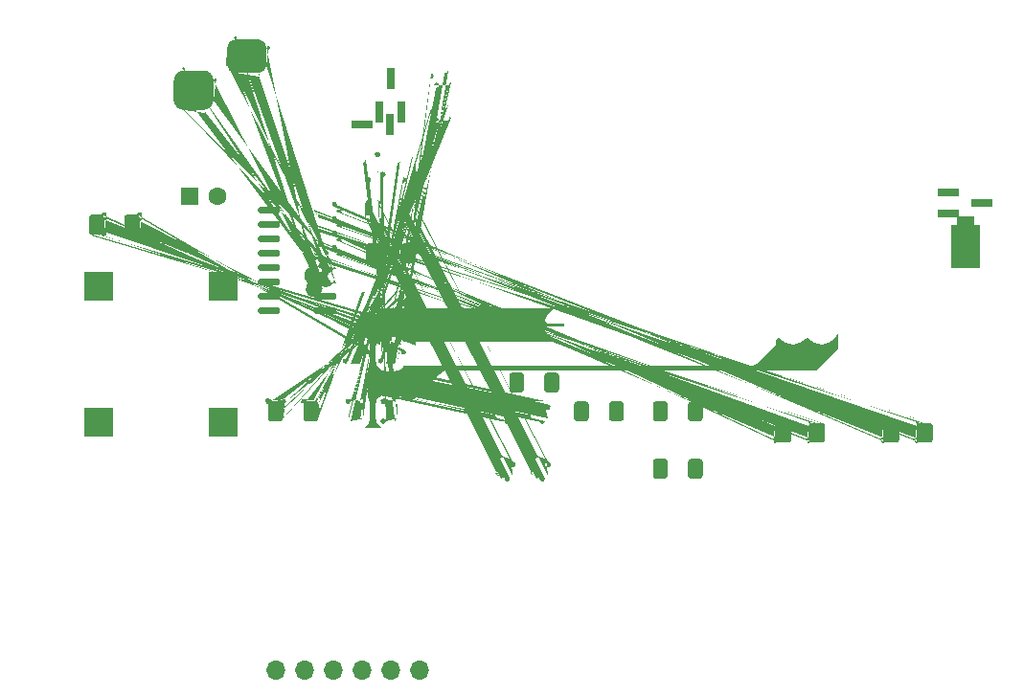
<source format=gbr>
From 88637eb1200b7d808ecd92ad45880f9c76cf190b Mon Sep 17 00:00:00 2001
From: Blaise Thompson <blaise@untzag.com>
Date: Tue, 13 Apr 2021 14:23:03 -0500
Subject: revisionB

---
 gerber/weather-F_Cu.gbr | 6191 +++++++++++++++++++++++++++++++----------------
 1 file changed, 4084 insertions(+), 2107 deletions(-)

(limited to 'gerber/weather-F_Cu.gbr')

diff --git a/gerber/weather-F_Cu.gbr b/gerber/weather-F_Cu.gbr
index 9657c88..50993d5 100644
--- a/gerber/weather-F_Cu.gbr
+++ b/gerber/weather-F_Cu.gbr
@@ -1,30 +1,30 @@
 %TF.GenerationSoftware,KiCad,Pcbnew,5.1.8+dfsg1-1+b1*%
-%TF.CreationDate,2020-12-29T15:19:21-06:00*%
-%TF.ProjectId,weather,77656174-6865-4722-9e6b-696361645f70,1.1.0*%
+%TF.CreationDate,2021-04-12T18:27:31-05:00*%
+%TF.ProjectId,weather,77656174-6865-4722-9e6b-696361645f70,B*%
 %TF.SameCoordinates,Original*%
 %TF.FileFunction,Copper,L1,Top*%
 %TF.FilePolarity,Positive*%
 %FSLAX46Y46*%
 G04 Gerber Fmt 4.6, Leading zero omitted, Abs format (unit mm)*
-G04 Created by KiCad (PCBNEW 5.1.8+dfsg1-1+b1) date 2020-12-29 15:19:21*
+G04 Created by KiCad (PCBNEW 5.1.8+dfsg1-1+b1) date 2021-04-12 18:27:31*
 %MOMM*%
 %LPD*%
 G01*
 G04 APERTURE LIST*
-%TA.AperFunction,ComponentPad*%
-%ADD10C,1.600000*%
-%TD*%
-%TA.AperFunction,ComponentPad*%
-%ADD11R,1.600000X1.600000*%
+%TA.AperFunction,SMDPad,CuDef*%
+%ADD10R,0.800000X1.900000*%
 %TD*%
 %TA.AperFunction,SMDPad,CuDef*%
-%ADD12R,2.500000X2.500000*%
+%ADD11R,1.900000X0.800000*%
 %TD*%
 %TA.AperFunction,ComponentPad*%
-%ADD13R,1.500000X1.050000*%
+%ADD12C,1.600000*%
 %TD*%
 %TA.AperFunction,ComponentPad*%
-%ADD14O,1.500000X1.050000*%
+%ADD13R,1.600000X1.600000*%
+%TD*%
+%TA.AperFunction,SMDPad,CuDef*%
+%ADD14R,2.500000X2.500000*%
 %TD*%
 %TA.AperFunction,ComponentPad*%
 %ADD15O,1.700000X1.700000*%
@@ -55,601 +55,1453 @@ G04 APERTURE LIST*
 %TD*%
 G04 APERTURE END LIST*
 D10*
-%TO.P,C1,2*%
+%TO.P,Q2,3*%
+%TO.N,Net-(A1-Pad1)*%
+X76200000Y-49300000D03*
+%TO.P,Q2,2*%
 %TO.N,GND*%
-X76160000Y-53340000D03*
+X77150000Y-52300000D03*
+%TO.P,Q2,1*%
+%TO.N,Net-(Q2-Pad1)*%
+X75250000Y-52300000D03*
+%TD*%
 D11*
-%TO.P,C1,1*%
-%TO.N,Net-(C1-Pad1)*%
-X73660000Y-53340000D03*
+%TO.P,Q1,3*%
+%TO.N,Net-(D2-Pad1)*%
+X128500000Y-60325000D03*
+%TO.P,Q1,2*%
+%TO.N,GND*%
+X125500000Y-61275000D03*
+%TO.P,Q1,1*%
+%TO.N,Net-(A1-Pad6)*%
+X125500000Y-59375000D03*
 %TD*%
-D12*
-%TO.P,PS1,4*%
-%TO.N,N/C*%
-X50380000Y-79660000D03*
-%TO.P,PS1,3*%
-%TO.N,+5V*%
-X61380000Y-79660000D03*
-%TO.P,PS1,2*%
+%TO.P,R9,2*%
 %TO.N,GND*%
-X61380000Y-67660000D03*
-%TO.P,PS1,1*%
-%TO.N,Net-(C1-Pad1)*%
-X50380000Y-67660000D03*
+%TA.AperFunction,SMDPad,CuDef*%
+G36*
+G01*
+X77100000Y-65395000D02*
+X77100000Y-64145000D01*
+G75*
+G02*
+X77350000Y-63895000I250000J0D01*
+G01*
+X78150000Y-63895000D01*
+G75*
+G02*
+X78400000Y-64145000I0J-250000D01*
+G01*
+X78400000Y-65395000D01*
+G75*
+G02*
+X78150000Y-65645000I-250000J0D01*
+G01*
+X77350000Y-65645000D01*
+G75*
+G02*
+X77100000Y-65395000I0J250000D01*
+G01*
+G37*
+%TD.AperFunction*%
+%TO.P,R9,1*%
+%TO.N,Net-(C5-Pad1)*%
+%TA.AperFunction,SMDPad,CuDef*%
+G36*
+G01*
+X74000000Y-65395000D02*
+X74000000Y-64145000D01*
+G75*
+G02*
+X74250000Y-63895000I250000J0D01*
+G01*
+X75050000Y-63895000D01*
+G75*
+G02*
+X75300000Y-64145000I0J-250000D01*
+G01*
+X75300000Y-65395000D01*
+G75*
+G02*
+X75050000Y-65645000I-250000J0D01*
+G01*
+X74250000Y-65645000D01*
+G75*
+G02*
+X74000000Y-65395000I0J250000D01*
+G01*
+G37*
+%TD.AperFunction*%
 %TD*%
-%TO.P,R4,2*%
-%TO.N,Net-(A1-Pad17)*%
+%TO.P,R8,2*%
+%TO.N,Net-(C5-Pad1)*%
 %TA.AperFunction,SMDPad,CuDef*%
 G36*
 G01*
-X75550000Y-79365001D02*
-X75550000Y-78114999D01*
+X75300000Y-56525000D02*
+X75300000Y-57775000D01*
 G75*
 G02*
-X75799999Y-77865000I249999J0D01*
+X75050000Y-58025000I-250000J0D01*
 G01*
-X76600001Y-77865000D01*
+X74250000Y-58025000D01*
 G75*
 G02*
-X76850000Y-78114999I0J-249999D01*
+X74000000Y-57775000I0J250000D01*
 G01*
-X76850000Y-79365001D01*
+X74000000Y-56525000D01*
 G75*
 G02*
-X76600001Y-79615000I-249999J0D01*
+X74250000Y-56275000I250000J0D01*
 G01*
-X75799999Y-79615000D01*
+X75050000Y-56275000D01*
 G75*
 G02*
-X75550000Y-79365001I0J249999D01*
+X75300000Y-56525000I0J-250000D01*
 G01*
 G37*
 %TD.AperFunction*%
-%TO.P,R4,1*%
-%TO.N,+3V3*%
+%TO.P,R8,1*%
+%TO.N,Net-(Q2-Pad1)*%
 %TA.AperFunction,SMDPad,CuDef*%
 G36*
 G01*
-X72450000Y-79365001D02*
-X72450000Y-78114999D01*
+X78400000Y-56525000D02*
+X78400000Y-57775000D01*
 G75*
 G02*
-X72699999Y-77865000I249999J0D01*
+X78150000Y-58025000I-250000J0D01*
 G01*
-X73500001Y-77865000D01*
+X77350000Y-58025000D01*
 G75*
 G02*
-X73750000Y-78114999I0J-249999D01*
+X77100000Y-57775000I0J250000D01*
 G01*
-X73750000Y-79365001D01*
+X77100000Y-56525000D01*
 G75*
 G02*
-X73500001Y-79615000I-249999J0D01*
+X77350000Y-56275000I250000J0D01*
 G01*
-X72699999Y-79615000D01*
+X78150000Y-56275000D01*
 G75*
 G02*
-X72450000Y-79365001I0J249999D01*
+X78400000Y-56525000I0J-250000D01*
 G01*
 G37*
 %TD.AperFunction*%
 %TD*%
-%TO.P,R3,2*%
-%TO.N,Net-(A1-Pad18)*%
+%TO.P,R7,2*%
+%TO.N,Net-(A1-Pad1)*%
 %TA.AperFunction,SMDPad,CuDef*%
 G36*
 G01*
-X75550000Y-74285001D02*
-X75550000Y-73034999D01*
+X81270000Y-49900000D02*
+X80020000Y-49900000D01*
 G75*
 G02*
-X75799999Y-72785000I249999J0D01*
+X79770000Y-49650000I0J250000D01*
 G01*
-X76600001Y-72785000D01*
+X79770000Y-48850000D01*
 G75*
 G02*
-X76850000Y-73034999I0J-249999D01*
+X80020000Y-48600000I250000J0D01*
 G01*
-X76850000Y-74285001D01*
+X81270000Y-48600000D01*
 G75*
 G02*
-X76600001Y-74535000I-249999J0D01*
+X81520000Y-48850000I0J-250000D01*
 G01*
-X75799999Y-74535000D01*
+X81520000Y-49650000D01*
 G75*
 G02*
-X75550000Y-74285001I0J249999D01*
+X81270000Y-49900000I-250000J0D01*
 G01*
 G37*
 %TD.AperFunction*%
-%TO.P,R3,1*%
+%TO.P,R7,1*%
 %TO.N,+3V3*%
 %TA.AperFunction,SMDPad,CuDef*%
 G36*
 G01*
-X72450000Y-74285001D02*
-X72450000Y-73034999D01*
+X81270000Y-53000000D02*
+X80020000Y-53000000D01*
 G75*
 G02*
-X72699999Y-72785000I249999J0D01*
+X79770000Y-52750000I0J250000D01*
 G01*
-X73500001Y-72785000D01*
+X79770000Y-51950000D01*
 G75*
 G02*
-X73750000Y-73034999I0J-249999D01*
+X80020000Y-51700000I250000J0D01*
 G01*
-X73750000Y-74285001D01*
+X81270000Y-51700000D01*
 G75*
 G02*
-X73500001Y-74535000I-249999J0D01*
+X81520000Y-51950000I0J-250000D01*
 G01*
-X72699999Y-74535000D01*
+X81520000Y-52750000D01*
 G75*
 G02*
-X72450000Y-74285001I0J249999D01*
+X81270000Y-53000000I-250000J0D01*
 G01*
 G37*
 %TD.AperFunction*%
 %TD*%
-D13*
-%TO.P,Q1,1*%
-%TO.N,GND*%
-X127000000Y-62230000D03*
-D14*
-%TO.P,Q1,3*%
-%TO.N,Net-(D2-Pad1)*%
-X127000000Y-64770000D03*
-%TO.P,Q1,2*%
-%TO.N,Net-(A1-Pad6)*%
-X127000000Y-63500000D03*
-%TD*%
-%TO.P,C3,2*%
-%TO.N,GND*%
+%TO.P,R6,2*%
+%TO.N,Net-(R6-Pad2)*%
 %TA.AperFunction,SMDPad,CuDef*%
 G36*
 G01*
-X68502500Y-79390003D02*
-X68502500Y-78089997D01*
+X75300000Y-67955000D02*
+X75300000Y-69205000D01*
 G75*
 G02*
-X68752497Y-77840000I249997J0D01*
+X75050000Y-69455000I-250000J0D01*
 G01*
-X69577503Y-77840000D01*
+X74250000Y-69455000D01*
 G75*
 G02*
-X69827500Y-78089997I0J-249997D01*
+X74000000Y-69205000I0J250000D01*
 G01*
-X69827500Y-79390003D01*
+X74000000Y-67955000D01*
 G75*
 G02*
-X69577503Y-79640000I-249997J0D01*
+X74250000Y-67705000I250000J0D01*
 G01*
-X68752497Y-79640000D01*
+X75050000Y-67705000D01*
 G75*
 G02*
-X68502500Y-79390003I0J249997D01*
+X75300000Y-67955000I0J-250000D01*
 G01*
 G37*
 %TD.AperFunction*%
-%TO.P,C3,1*%
-%TO.N,+5V*%
+%TO.P,R6,1*%
+%TO.N,Net-(C4-Pad2)*%
 %TA.AperFunction,SMDPad,CuDef*%
 G36*
 G01*
-X65377500Y-79390003D02*
-X65377500Y-78089997D01*
+X78400000Y-67955000D02*
+X78400000Y-69205000D01*
 G75*
 G02*
-X65627497Y-77840000I249997J0D01*
+X78150000Y-69455000I-250000J0D01*
 G01*
-X66452503Y-77840000D01*
+X77350000Y-69455000D01*
 G75*
 G02*
-X66702500Y-78089997I0J-249997D01*
+X77100000Y-69205000I0J250000D01*
 G01*
-X66702500Y-79390003D01*
+X77100000Y-67955000D01*
 G75*
 G02*
-X66452503Y-79640000I-249997J0D01*
+X77350000Y-67705000I250000J0D01*
 G01*
-X65627497Y-79640000D01*
+X78150000Y-67705000D01*
 G75*
 G02*
-X65377500Y-79390003I0J249997D01*
+X78400000Y-67955000I0J-250000D01*
 G01*
 G37*
 %TD.AperFunction*%
 %TD*%
-%TO.P,C2,2*%
-%TO.N,GND*%
+%TO.P,R5,2*%
+%TO.N,Net-(R5-Pad2)*%
 %TA.AperFunction,SMDPad,CuDef*%
 G36*
 G01*
-X52677500Y-62880003D02*
-X52677500Y-61579997D01*
+X75300000Y-71765000D02*
+X75300000Y-73015000D01*
 G75*
 G02*
-X52927497Y-61330000I249997J0D01*
+X75050000Y-73265000I-250000J0D01*
 G01*
-X53752503Y-61330000D01*
+X74250000Y-73265000D01*
 G75*
 G02*
-X54002500Y-61579997I0J-249997D01*
+X74000000Y-73015000I0J250000D01*
 G01*
-X54002500Y-62880003D01*
+X74000000Y-71765000D01*
 G75*
 G02*
-X53752503Y-63130000I-249997J0D01*
+X74250000Y-71515000I250000J0D01*
 G01*
-X52927497Y-63130000D01*
+X75050000Y-71515000D01*
 G75*
 G02*
-X52677500Y-62880003I0J249997D01*
+X75300000Y-71765000I0J-250000D01*
 G01*
 G37*
 %TD.AperFunction*%
-%TO.P,C2,1*%
-%TO.N,Net-(C1-Pad1)*%
+%TO.P,R5,1*%
+%TO.N,Net-(C4-Pad2)*%
 %TA.AperFunction,SMDPad,CuDef*%
 G36*
 G01*
-X49552500Y-62880003D02*
-X49552500Y-61579997D01*
+X78400000Y-71765000D02*
+X78400000Y-73015000D01*
 G75*
 G02*
-X49802497Y-61330000I249997J0D01*
+X78150000Y-73265000I-250000J0D01*
 G01*
-X50627503Y-61330000D01*
+X77350000Y-73265000D01*
 G75*
 G02*
-X50877500Y-61579997I0J-249997D01*
+X77100000Y-73015000I0J250000D01*
 G01*
-X50877500Y-62880003D01*
+X77100000Y-71765000D01*
 G75*
 G02*
-X50627503Y-63130000I-249997J0D01*
+X77350000Y-71515000I250000J0D01*
 G01*
-X49802497Y-63130000D01*
+X78150000Y-71515000D01*
 G75*
 G02*
-X49552500Y-62880003I0J249997D01*
+X78400000Y-71765000I0J-250000D01*
 G01*
 G37*
 %TD.AperFunction*%
 %TD*%
-%TO.P,R2,2*%
-%TO.N,Net-(D2-Pad2)*%
+%TO.P,C5,2*%
+%TO.N,GND*%
 %TA.AperFunction,SMDPad,CuDef*%
 G36*
 G01*
-X88810000Y-84445001D02*
-X88810000Y-83194999D01*
+X77100000Y-61610001D02*
+X77100000Y-60309999D01*
 G75*
 G02*
-X89059999Y-82945000I249999J0D01*
+X77349999Y-60060000I249999J0D01*
 G01*
-X89860001Y-82945000D01*
+X78175001Y-60060000D01*
 G75*
 G02*
-X90110000Y-83194999I0J-249999D01*
+X78425000Y-60309999I0J-249999D01*
 G01*
-X90110000Y-84445001D01*
+X78425000Y-61610001D01*
 G75*
 G02*
-X89860001Y-84695000I-249999J0D01*
+X78175001Y-61860000I-249999J0D01*
 G01*
-X89059999Y-84695000D01*
+X77349999Y-61860000D01*
 G75*
 G02*
-X88810000Y-84445001I0J249999D01*
+X77100000Y-61610001I0J249999D01*
 G01*
 G37*
 %TD.AperFunction*%
-%TO.P,R2,1*%
-%TO.N,+5V*%
+%TO.P,C5,1*%
+%TO.N,Net-(C5-Pad1)*%
 %TA.AperFunction,SMDPad,CuDef*%
 G36*
 G01*
-X85710000Y-84445001D02*
-X85710000Y-83194999D01*
+X73975000Y-61610001D02*
+X73975000Y-60309999D01*
 G75*
 G02*
-X85959999Y-82945000I249999J0D01*
+X74224999Y-60060000I249999J0D01*
 G01*
-X86760001Y-82945000D01*
+X75050001Y-60060000D01*
 G75*
 G02*
-X87010000Y-83194999I0J-249999D01*
+X75300000Y-60309999I0J-249999D01*
 G01*
-X87010000Y-84445001D01*
+X75300000Y-61610001D01*
 G75*
 G02*
-X86760001Y-84695000I-249999J0D01*
+X75050001Y-61860000I-249999J0D01*
 G01*
-X85959999Y-84695000D01*
+X74224999Y-61860000D01*
 G75*
 G02*
-X85710000Y-84445001I0J249999D01*
+X73975000Y-61610001I0J249999D01*
 G01*
 G37*
 %TD.AperFunction*%
 %TD*%
-%TO.P,R1,2*%
-%TO.N,Net-(D1-Pad2)*%
+%TO.P,C4,2*%
+%TO.N,Net-(C4-Pad2)*%
 %TA.AperFunction,SMDPad,CuDef*%
 G36*
 G01*
-X88810000Y-79365001D02*
-X88810000Y-78114999D01*
+X77100000Y-76850001D02*
+X77100000Y-75549999D01*
 G75*
 G02*
-X89059999Y-77865000I249999J0D01*
+X77349999Y-75300000I249999J0D01*
 G01*
-X89860001Y-77865000D01*
+X78175001Y-75300000D01*
 G75*
 G02*
-X90110000Y-78114999I0J-249999D01*
+X78425000Y-75549999I0J-249999D01*
 G01*
-X90110000Y-79365001D01*
+X78425000Y-76850001D01*
 G75*
 G02*
-X89860001Y-79615000I-249999J0D01*
+X78175001Y-77100000I-249999J0D01*
 G01*
-X89059999Y-79615000D01*
+X77349999Y-77100000D01*
 G75*
 G02*
-X88810000Y-79365001I0J249999D01*
+X77100000Y-76850001I0J249999D01*
 G01*
 G37*
 %TD.AperFunction*%
-%TO.P,R1,1*%
-%TO.N,+5V*%
+%TO.P,C4,1*%
+%TO.N,Net-(C4-Pad1)*%
 %TA.AperFunction,SMDPad,CuDef*%
 G36*
 G01*
-X85710000Y-79365001D02*
-X85710000Y-78114999D01*
+X73975000Y-76850001D02*
+X73975000Y-75549999D01*
 G75*
 G02*
-X85959999Y-77865000I249999J0D01*
+X74224999Y-75300000I249999J0D01*
 G01*
-X86760001Y-77865000D01*
+X75050001Y-75300000D01*
 G75*
 G02*
-X87010000Y-78114999I0J-249999D01*
+X75300000Y-75549999I0J-249999D01*
 G01*
-X87010000Y-79365001D01*
+X75300000Y-76850001D01*
 G75*
 G02*
-X86760001Y-79615000I-249999J0D01*
+X75050001Y-77100000I-249999J0D01*
 G01*
-X85959999Y-79615000D01*
+X74224999Y-77100000D01*
 G75*
 G02*
-X85710000Y-79365001I0J249999D01*
+X73975000Y-76850001I0J249999D01*
 G01*
 G37*
 %TD.AperFunction*%
 %TD*%
-%TO.P,D2,2*%
-%TO.N,Net-(D2-Pad2)*%
+%TO.P,U2,16*%
+%TO.N,+3V3*%
 %TA.AperFunction,SMDPad,CuDef*%
 G36*
 G01*
-X121145000Y-80020000D02*
-X121145000Y-81270000D01*
+X69445000Y-61110000D02*
+X69445000Y-60810000D01*
 G75*
 G02*
-X120895000Y-81520000I-250000J0D01*
+X69595000Y-60660000I150000J0D01*
 G01*
-X119970000Y-81520000D01*
+X71245000Y-60660000D01*
 G75*
 G02*
-X119720000Y-81270000I0J250000D01*
+X71395000Y-60810000I0J-150000D01*
 G01*
-X119720000Y-80020000D01*
+X71395000Y-61110000D01*
 G75*
 G02*
-X119970000Y-79770000I250000J0D01*
+X71245000Y-61260000I-150000J0D01*
 G01*
-X120895000Y-79770000D01*
+X69595000Y-61260000D01*
 G75*
 G02*
-X121145000Y-80020000I0J-250000D01*
+X69445000Y-61110000I0J150000D01*
 G01*
 G37*
 %TD.AperFunction*%
-%TO.P,D2,1*%
-%TO.N,Net-(D2-Pad1)*%
+%TO.P,U2,15*%
+%TO.N,N/C*%
 %TA.AperFunction,SMDPad,CuDef*%
 G36*
 G01*
-X124120000Y-80020000D02*
-X124120000Y-81270000D01*
+X69445000Y-62380000D02*
+X69445000Y-62080000D01*
 G75*
 G02*
-X123870000Y-81520000I-250000J0D01*
+X69595000Y-61930000I150000J0D01*
 G01*
-X122945000Y-81520000D01*
+X71245000Y-61930000D01*
 G75*
 G02*
-X122695000Y-81270000I0J250000D01*
+X71395000Y-62080000I0J-150000D01*
 G01*
-X122695000Y-80020000D01*
+X71395000Y-62380000D01*
 G75*
 G02*
-X122945000Y-79770000I250000J0D01*
+X71245000Y-62530000I-150000J0D01*
 G01*
-X123870000Y-79770000D01*
+X69595000Y-62530000D01*
 G75*
 G02*
-X124120000Y-80020000I0J-250000D01*
+X69445000Y-62380000I0J150000D01*
 G01*
 G37*
 %TD.AperFunction*%
-%TD*%
-%TO.P,D1,2*%
-%TO.N,Net-(D1-Pad2)*%
+%TO.P,U2,14*%
 %TA.AperFunction,SMDPad,CuDef*%
 G36*
 G01*
-X111620000Y-80020000D02*
-X111620000Y-81270000D01*
+X69445000Y-63650000D02*
+X69445000Y-63350000D01*
 G75*
 G02*
-X111370000Y-81520000I-250000J0D01*
+X69595000Y-63200000I150000J0D01*
 G01*
-X110445000Y-81520000D01*
+X71245000Y-63200000D01*
 G75*
 G02*
-X110195000Y-81270000I0J250000D01*
+X71395000Y-63350000I0J-150000D01*
 G01*
-X110195000Y-80020000D01*
+X71395000Y-63650000D01*
 G75*
 G02*
-X110445000Y-79770000I250000J0D01*
+X71245000Y-63800000I-150000J0D01*
 G01*
-X111370000Y-79770000D01*
+X69595000Y-63800000D01*
 G75*
 G02*
-X111620000Y-80020000I0J-250000D01*
+X69445000Y-63650000I0J150000D01*
 G01*
 G37*
 %TD.AperFunction*%
-%TO.P,D1,1*%
-%TO.N,GND*%
+%TO.P,U2,13*%
 %TA.AperFunction,SMDPad,CuDef*%
 G36*
 G01*
-X114595000Y-80020000D02*
-X114595000Y-81270000D01*
+X69445000Y-64920000D02*
+X69445000Y-64620000D01*
 G75*
 G02*
-X114345000Y-81520000I-250000J0D01*
+X69595000Y-64470000I150000J0D01*
 G01*
-X113420000Y-81520000D01*
+X71245000Y-64470000D01*
 G75*
 G02*
-X113170000Y-81270000I0J250000D01*
+X71395000Y-64620000I0J-150000D01*
 G01*
-X113170000Y-80020000D01*
+X71395000Y-64920000D01*
 G75*
 G02*
-X113420000Y-79770000I250000J0D01*
+X71245000Y-65070000I-150000J0D01*
 G01*
-X114345000Y-79770000D01*
+X69595000Y-65070000D01*
 G75*
 G02*
-X114595000Y-80020000I0J-250000D01*
+X69445000Y-64920000I0J150000D01*
 G01*
 G37*
 %TD.AperFunction*%
-%TD*%
-D15*
-%TO.P,U1,7*%
-%TO.N,N/C*%
-X78740000Y-101600000D03*
-%TO.P,U1,6*%
-%TO.N,Net-(A1-Pad17)*%
-X76200000Y-101600000D03*
-%TO.P,U1,5*%
-%TO.N,N/C*%
-X73660000Y-101600000D03*
-%TO.P,U1,4*%
-%TO.N,Net-(A1-Pad18)*%
-X71120000Y-101600000D03*
-%TO.P,U1,3*%
-%TO.N,GND*%
-X68580000Y-101600000D03*
-%TO.P,U1,2*%
-%TO.N,N/C*%
-X66040000Y-101600000D03*
-D16*
-%TO.P,U1,1*%
-%TO.N,+3V3*%
-X63500000Y-101600000D03*
-%TD*%
-%TO.P,J1,3*%
-%TO.N,N/C*%
-%TA.AperFunction,ComponentPad*%
+%TO.P,U2,12*%
+%TO.N,Net-(C5-Pad1)*%
+%TA.AperFunction,SMDPad,CuDef*%
 G36*
 G01*
-X57925000Y-48590000D02*
-X59675000Y-48590000D01*
+X69445000Y-66190000D02*
+X69445000Y-65890000D01*
 G75*
 G02*
-X60550000Y-49465000I0J-875000D01*
+X69595000Y-65740000I150000J0D01*
 G01*
-X60550000Y-51215000D01*
+X71245000Y-65740000D01*
 G75*
 G02*
-X59675000Y-52090000I-875000J0D01*
+X71395000Y-65890000I0J-150000D01*
 G01*
-X57925000Y-52090000D01*
+X71395000Y-66190000D01*
 G75*
 G02*
-X57050000Y-51215000I0J875000D01*
+X71245000Y-66340000I-150000J0D01*
 G01*
-X57050000Y-49465000D01*
+X69595000Y-66340000D01*
 G75*
 G02*
-X57925000Y-48590000I875000J0D01*
+X69445000Y-66190000I0J150000D01*
 G01*
 G37*
 %TD.AperFunction*%
-%TO.P,J1,2*%
-%TO.N,GND*%
-%TA.AperFunction,ComponentPad*%
+%TO.P,U2,11*%
+%TO.N,Net-(R6-Pad2)*%
+%TA.AperFunction,SMDPad,CuDef*%
 G36*
 G01*
-X62500000Y-45840000D02*
-X64500000Y-45840000D01*
+X69445000Y-67460000D02*
+X69445000Y-67160000D01*
 G75*
 G02*
-X65250000Y-46590000I0J-750000D01*
+X69595000Y-67010000I150000J0D01*
 G01*
-X65250000Y-48090000D01*
+X71245000Y-67010000D01*
 G75*
 G02*
-X64500000Y-48840000I-750000J0D01*
+X71395000Y-67160000I0J-150000D01*
 G01*
-X62500000Y-48840000D01*
+X71395000Y-67460000D01*
 G75*
 G02*
-X61750000Y-48090000I0J750000D01*
+X71245000Y-67610000I-150000J0D01*
 G01*
-X61750000Y-46590000D01*
+X69595000Y-67610000D01*
 G75*
 G02*
-X62500000Y-45840000I750000J0D01*
+X69445000Y-67460000I0J150000D01*
 G01*
 G37*
 %TD.AperFunction*%
-D17*
-%TO.P,J1,1*%
-%TO.N,Net-(C1-Pad1)*%
-X63500000Y-53340000D03*
-%TD*%
-D18*
-%TO.P,A1,11*%
-%TO.N,GND*%
-X91440000Y-71120000D03*
-%TO.P,A1,10*%
-X91440000Y-50800000D03*
-%TO.P,A1,12*%
-%TO.N,N/C*%
-X93980000Y-71120000D03*
-%TO.P,A1,9*%
-X93980000Y-50800000D03*
-%TO.P,A1,13*%
-%TO.N,+3V3*%
-X96520000Y-71120000D03*
-%TO.P,A1,8*%
-%TO.N,+5V*%
-X96520000Y-50800000D03*
-%TO.P,A1,14*%
-%TO.N,N/C*%
-X99060000Y-71120000D03*
+%TO.P,U2,10*%
+%TO.N,Net-(R5-Pad2)*%
+%TA.AperFunction,SMDPad,CuDef*%
+G36*
+G01*
+X69445000Y-68730000D02*
+X69445000Y-68430000D01*
+G75*
+G02*
+X69595000Y-68280000I150000J0D01*
+G01*
+X71245000Y-68280000D01*
+G75*
+G02*
+X71395000Y-68430000I0J-150000D01*
+G01*
+X71395000Y-68730000D01*
+G75*
+G02*
+X71245000Y-68880000I-150000J0D01*
+G01*
+X69595000Y-68880000D01*
+G75*
+G02*
+X69445000Y-68730000I0J150000D01*
+G01*
+G37*
+%TD.AperFunction*%
+%TO.P,U2,9*%
+%TO.N,Net-(C4-Pad1)*%
+%TA.AperFunction,SMDPad,CuDef*%
+G36*
+G01*
+X69445000Y-70000000D02*
+X69445000Y-69700000D01*
+G75*
+G02*
+X69595000Y-69550000I150000J0D01*
+G01*
+X71245000Y-69550000D01*
+G75*
+G02*
+X71395000Y-69700000I0J-150000D01*
+G01*
+X71395000Y-70000000D01*
+G75*
+G02*
+X71245000Y-70150000I-150000J0D01*
+G01*
+X69595000Y-70150000D01*
+G75*
+G02*
+X69445000Y-70000000I0J150000D01*
+G01*
+G37*
+%TD.AperFunction*%
+%TO.P,U2,8*%
+%TO.N,GND*%
+%TA.AperFunction,SMDPad,CuDef*%
+G36*
+G01*
+X64495000Y-70000000D02*
+X64495000Y-69700000D01*
+G75*
+G02*
+X64645000Y-69550000I150000J0D01*
+G01*
+X66295000Y-69550000D01*
+G75*
+G02*
+X66445000Y-69700000I0J-150000D01*
+G01*
+X66445000Y-70000000D01*
+G75*
+G02*
+X66295000Y-70150000I-150000J0D01*
+G01*
+X64645000Y-70150000D01*
+G75*
+G02*
+X64495000Y-70000000I0J150000D01*
+G01*
+G37*
+%TD.AperFunction*%
+%TO.P,U2,7*%
+%TO.N,N/C*%
+%TA.AperFunction,SMDPad,CuDef*%
+G36*
+G01*
+X64495000Y-68730000D02*
+X64495000Y-68430000D01*
+G75*
+G02*
+X64645000Y-68280000I150000J0D01*
+G01*
+X66295000Y-68280000D01*
+G75*
+G02*
+X66445000Y-68430000I0J-150000D01*
+G01*
+X66445000Y-68730000D01*
+G75*
+G02*
+X66295000Y-68880000I-150000J0D01*
+G01*
+X64645000Y-68880000D01*
+G75*
+G02*
+X64495000Y-68730000I0J150000D01*
+G01*
+G37*
+%TD.AperFunction*%
+%TO.P,U2,6*%
+%TA.AperFunction,SMDPad,CuDef*%
+G36*
+G01*
+X64495000Y-67460000D02*
+X64495000Y-67160000D01*
+G75*
+G02*
+X64645000Y-67010000I150000J0D01*
+G01*
+X66295000Y-67010000D01*
+G75*
+G02*
+X66445000Y-67160000I0J-150000D01*
+G01*
+X66445000Y-67460000D01*
+G75*
+G02*
+X66295000Y-67610000I-150000J0D01*
+G01*
+X64645000Y-67610000D01*
+G75*
+G02*
+X64495000Y-67460000I0J150000D01*
+G01*
+G37*
+%TD.AperFunction*%
+%TO.P,U2,5*%
+%TA.AperFunction,SMDPad,CuDef*%
+G36*
+G01*
+X64495000Y-66190000D02*
+X64495000Y-65890000D01*
+G75*
+G02*
+X64645000Y-65740000I150000J0D01*
+G01*
+X66295000Y-65740000D01*
+G75*
+G02*
+X66445000Y-65890000I0J-150000D01*
+G01*
+X66445000Y-66190000D01*
+G75*
+G02*
+X66295000Y-66340000I-150000J0D01*
+G01*
+X64645000Y-66340000D01*
+G75*
+G02*
+X64495000Y-66190000I0J150000D01*
+G01*
+G37*
+%TD.AperFunction*%
+%TO.P,U2,4*%
+%TA.AperFunction,SMDPad,CuDef*%
+G36*
+G01*
+X64495000Y-64920000D02*
+X64495000Y-64620000D01*
+G75*
+G02*
+X64645000Y-64470000I150000J0D01*
+G01*
+X66295000Y-64470000D01*
+G75*
+G02*
+X66445000Y-64620000I0J-150000D01*
+G01*
+X66445000Y-64920000D01*
+G75*
+G02*
+X66295000Y-65070000I-150000J0D01*
+G01*
+X64645000Y-65070000D01*
+G75*
+G02*
+X64495000Y-64920000I0J150000D01*
+G01*
+G37*
+%TD.AperFunction*%
+%TO.P,U2,3*%
+%TO.N,Net-(Q2-Pad1)*%
+%TA.AperFunction,SMDPad,CuDef*%
+G36*
+G01*
+X64495000Y-63650000D02*
+X64495000Y-63350000D01*
+G75*
+G02*
+X64645000Y-63200000I150000J0D01*
+G01*
+X66295000Y-63200000D01*
+G75*
+G02*
+X66445000Y-63350000I0J-150000D01*
+G01*
+X66445000Y-63650000D01*
+G75*
+G02*
+X66295000Y-63800000I-150000J0D01*
+G01*
+X64645000Y-63800000D01*
+G75*
+G02*
+X64495000Y-63650000I0J150000D01*
+G01*
+G37*
+%TD.AperFunction*%
+%TO.P,U2,2*%
+%TO.N,N/C*%
+%TA.AperFunction,SMDPad,CuDef*%
+G36*
+G01*
+X64495000Y-62380000D02*
+X64495000Y-62080000D01*
+G75*
+G02*
+X64645000Y-61930000I150000J0D01*
+G01*
+X66295000Y-61930000D01*
+G75*
+G02*
+X66445000Y-62080000I0J-150000D01*
+G01*
+X66445000Y-62380000D01*
+G75*
+G02*
+X66295000Y-62530000I-150000J0D01*
+G01*
+X64645000Y-62530000D01*
+G75*
+G02*
+X64495000Y-62380000I0J150000D01*
+G01*
+G37*
+%TD.AperFunction*%
+%TO.P,U2,1*%
+%TA.AperFunction,SMDPad,CuDef*%
+G36*
+G01*
+X64495000Y-61110000D02*
+X64495000Y-60810000D01*
+G75*
+G02*
+X64645000Y-60660000I150000J0D01*
+G01*
+X66295000Y-60660000D01*
+G75*
+G02*
+X66445000Y-60810000I0J-150000D01*
+G01*
+X66445000Y-61110000D01*
+G75*
+G02*
+X66295000Y-61260000I-150000J0D01*
+G01*
+X64645000Y-61260000D01*
+G75*
+G02*
+X64495000Y-61110000I0J150000D01*
+G01*
+G37*
+%TD.AperFunction*%
+%TD*%
+D12*
+%TO.P,C1,2*%
+%TO.N,GND*%
+X60920000Y-59690000D03*
+D13*
+%TO.P,C1,1*%
+%TO.N,Net-(C1-Pad1)*%
+X58420000Y-59690000D03*
+%TD*%
+D14*
+%TO.P,PS1,4*%
+%TO.N,N/C*%
+X50380000Y-79660000D03*
+%TO.P,PS1,3*%
+%TO.N,+5V*%
+X61380000Y-79660000D03*
+%TO.P,PS1,2*%
+%TO.N,GND*%
+X61380000Y-67660000D03*
+%TO.P,PS1,1*%
+%TO.N,Net-(C1-Pad1)*%
+X50380000Y-67660000D03*
+%TD*%
+%TO.P,R4,2*%
+%TO.N,Net-(A1-Pad17)*%
+%TA.AperFunction,SMDPad,CuDef*%
+G36*
+G01*
+X89800000Y-76825001D02*
+X89800000Y-75574999D01*
+G75*
+G02*
+X90049999Y-75325000I249999J0D01*
+G01*
+X90850001Y-75325000D01*
+G75*
+G02*
+X91100000Y-75574999I0J-249999D01*
+G01*
+X91100000Y-76825001D01*
+G75*
+G02*
+X90850001Y-77075000I-249999J0D01*
+G01*
+X90049999Y-77075000D01*
+G75*
+G02*
+X89800000Y-76825001I0J249999D01*
+G01*
+G37*
+%TD.AperFunction*%
+%TO.P,R4,1*%
+%TO.N,+3V3*%
+%TA.AperFunction,SMDPad,CuDef*%
+G36*
+G01*
+X86700000Y-76825001D02*
+X86700000Y-75574999D01*
+G75*
+G02*
+X86949999Y-75325000I249999J0D01*
+G01*
+X87750001Y-75325000D01*
+G75*
+G02*
+X88000000Y-75574999I0J-249999D01*
+G01*
+X88000000Y-76825001D01*
+G75*
+G02*
+X87750001Y-77075000I-249999J0D01*
+G01*
+X86949999Y-77075000D01*
+G75*
+G02*
+X86700000Y-76825001I0J249999D01*
+G01*
+G37*
+%TD.AperFunction*%
+%TD*%
+%TO.P,R3,2*%
+%TO.N,Net-(A1-Pad18)*%
+%TA.AperFunction,SMDPad,CuDef*%
+G36*
+G01*
+X95515000Y-79365001D02*
+X95515000Y-78114999D01*
+G75*
+G02*
+X95764999Y-77865000I249999J0D01*
+G01*
+X96565001Y-77865000D01*
+G75*
+G02*
+X96815000Y-78114999I0J-249999D01*
+G01*
+X96815000Y-79365001D01*
+G75*
+G02*
+X96565001Y-79615000I-249999J0D01*
+G01*
+X95764999Y-79615000D01*
+G75*
+G02*
+X95515000Y-79365001I0J249999D01*
+G01*
+G37*
+%TD.AperFunction*%
+%TO.P,R3,1*%
+%TO.N,+3V3*%
+%TA.AperFunction,SMDPad,CuDef*%
+G36*
+G01*
+X92415000Y-79365001D02*
+X92415000Y-78114999D01*
+G75*
+G02*
+X92664999Y-77865000I249999J0D01*
+G01*
+X93465001Y-77865000D01*
+G75*
+G02*
+X93715000Y-78114999I0J-249999D01*
+G01*
+X93715000Y-79365001D01*
+G75*
+G02*
+X93465001Y-79615000I-249999J0D01*
+G01*
+X92664999Y-79615000D01*
+G75*
+G02*
+X92415000Y-79365001I0J249999D01*
+G01*
+G37*
+%TD.AperFunction*%
+%TD*%
+%TO.P,C3,2*%
+%TO.N,GND*%
+%TA.AperFunction,SMDPad,CuDef*%
+G36*
+G01*
+X68502500Y-79390003D02*
+X68502500Y-78089997D01*
+G75*
+G02*
+X68752497Y-77840000I249997J0D01*
+G01*
+X69577503Y-77840000D01*
+G75*
+G02*
+X69827500Y-78089997I0J-249997D01*
+G01*
+X69827500Y-79390003D01*
+G75*
+G02*
+X69577503Y-79640000I-249997J0D01*
+G01*
+X68752497Y-79640000D01*
+G75*
+G02*
+X68502500Y-79390003I0J249997D01*
+G01*
+G37*
+%TD.AperFunction*%
+%TO.P,C3,1*%
+%TO.N,+5V*%
+%TA.AperFunction,SMDPad,CuDef*%
+G36*
+G01*
+X65377500Y-79390003D02*
+X65377500Y-78089997D01*
+G75*
+G02*
+X65627497Y-77840000I249997J0D01*
+G01*
+X66452503Y-77840000D01*
+G75*
+G02*
+X66702500Y-78089997I0J-249997D01*
+G01*
+X66702500Y-79390003D01*
+G75*
+G02*
+X66452503Y-79640000I-249997J0D01*
+G01*
+X65627497Y-79640000D01*
+G75*
+G02*
+X65377500Y-79390003I0J249997D01*
+G01*
+G37*
+%TD.AperFunction*%
+%TD*%
+%TO.P,C2,2*%
+%TO.N,GND*%
+%TA.AperFunction,SMDPad,CuDef*%
+G36*
+G01*
+X52677500Y-62880003D02*
+X52677500Y-61579997D01*
+G75*
+G02*
+X52927497Y-61330000I249997J0D01*
+G01*
+X53752503Y-61330000D01*
+G75*
+G02*
+X54002500Y-61579997I0J-249997D01*
+G01*
+X54002500Y-62880003D01*
+G75*
+G02*
+X53752503Y-63130000I-249997J0D01*
+G01*
+X52927497Y-63130000D01*
+G75*
+G02*
+X52677500Y-62880003I0J249997D01*
+G01*
+G37*
+%TD.AperFunction*%
+%TO.P,C2,1*%
+%TO.N,Net-(C1-Pad1)*%
+%TA.AperFunction,SMDPad,CuDef*%
+G36*
+G01*
+X49552500Y-62880003D02*
+X49552500Y-61579997D01*
+G75*
+G02*
+X49802497Y-61330000I249997J0D01*
+G01*
+X50627503Y-61330000D01*
+G75*
+G02*
+X50877500Y-61579997I0J-249997D01*
+G01*
+X50877500Y-62880003D01*
+G75*
+G02*
+X50627503Y-63130000I-249997J0D01*
+G01*
+X49802497Y-63130000D01*
+G75*
+G02*
+X49552500Y-62880003I0J249997D01*
+G01*
+G37*
+%TD.AperFunction*%
+%TD*%
+%TO.P,R2,2*%
+%TO.N,Net-(D2-Pad2)*%
+%TA.AperFunction,SMDPad,CuDef*%
+G36*
+G01*
+X102500000Y-84445001D02*
+X102500000Y-83194999D01*
+G75*
+G02*
+X102749999Y-82945000I249999J0D01*
+G01*
+X103550001Y-82945000D01*
+G75*
+G02*
+X103800000Y-83194999I0J-249999D01*
+G01*
+X103800000Y-84445001D01*
+G75*
+G02*
+X103550001Y-84695000I-249999J0D01*
+G01*
+X102749999Y-84695000D01*
+G75*
+G02*
+X102500000Y-84445001I0J249999D01*
+G01*
+G37*
+%TD.AperFunction*%
+%TO.P,R2,1*%
+%TO.N,+5V*%
+%TA.AperFunction,SMDPad,CuDef*%
+G36*
+G01*
+X99400000Y-84445001D02*
+X99400000Y-83194999D01*
+G75*
+G02*
+X99649999Y-82945000I249999J0D01*
+G01*
+X100450001Y-82945000D01*
+G75*
+G02*
+X100700000Y-83194999I0J-249999D01*
+G01*
+X100700000Y-84445001D01*
+G75*
+G02*
+X100450001Y-84695000I-249999J0D01*
+G01*
+X99649999Y-84695000D01*
+G75*
+G02*
+X99400000Y-84445001I0J249999D01*
+G01*
+G37*
+%TD.AperFunction*%
+%TD*%
+%TO.P,R1,2*%
+%TO.N,Net-(D1-Pad2)*%
+%TA.AperFunction,SMDPad,CuDef*%
+G36*
+G01*
+X102500000Y-79365001D02*
+X102500000Y-78114999D01*
+G75*
+G02*
+X102749999Y-77865000I249999J0D01*
+G01*
+X103550001Y-77865000D01*
+G75*
+G02*
+X103800000Y-78114999I0J-249999D01*
+G01*
+X103800000Y-79365001D01*
+G75*
+G02*
+X103550001Y-79615000I-249999J0D01*
+G01*
+X102749999Y-79615000D01*
+G75*
+G02*
+X102500000Y-79365001I0J249999D01*
+G01*
+G37*
+%TD.AperFunction*%
+%TO.P,R1,1*%
+%TO.N,+5V*%
+%TA.AperFunction,SMDPad,CuDef*%
+G36*
+G01*
+X99400000Y-79365001D02*
+X99400000Y-78114999D01*
+G75*
+G02*
+X99649999Y-77865000I249999J0D01*
+G01*
+X100450001Y-77865000D01*
+G75*
+G02*
+X100700000Y-78114999I0J-249999D01*
+G01*
+X100700000Y-79365001D01*
+G75*
+G02*
+X100450001Y-79615000I-249999J0D01*
+G01*
+X99649999Y-79615000D01*
+G75*
+G02*
+X99400000Y-79365001I0J249999D01*
+G01*
+G37*
+%TD.AperFunction*%
+%TD*%
+%TO.P,D2,2*%
+%TO.N,Net-(D2-Pad2)*%
+%TA.AperFunction,SMDPad,CuDef*%
+G36*
+G01*
+X121145000Y-80020000D02*
+X121145000Y-81270000D01*
+G75*
+G02*
+X120895000Y-81520000I-250000J0D01*
+G01*
+X119970000Y-81520000D01*
+G75*
+G02*
+X119720000Y-81270000I0J250000D01*
+G01*
+X119720000Y-80020000D01*
+G75*
+G02*
+X119970000Y-79770000I250000J0D01*
+G01*
+X120895000Y-79770000D01*
+G75*
+G02*
+X121145000Y-80020000I0J-250000D01*
+G01*
+G37*
+%TD.AperFunction*%
+%TO.P,D2,1*%
+%TO.N,Net-(D2-Pad1)*%
+%TA.AperFunction,SMDPad,CuDef*%
+G36*
+G01*
+X124120000Y-80020000D02*
+X124120000Y-81270000D01*
+G75*
+G02*
+X123870000Y-81520000I-250000J0D01*
+G01*
+X122945000Y-81520000D01*
+G75*
+G02*
+X122695000Y-81270000I0J250000D01*
+G01*
+X122695000Y-80020000D01*
+G75*
+G02*
+X122945000Y-79770000I250000J0D01*
+G01*
+X123870000Y-79770000D01*
+G75*
+G02*
+X124120000Y-80020000I0J-250000D01*
+G01*
+G37*
+%TD.AperFunction*%
+%TD*%
+%TO.P,D1,2*%
+%TO.N,Net-(D1-Pad2)*%
+%TA.AperFunction,SMDPad,CuDef*%
+G36*
+G01*
+X111620000Y-80020000D02*
+X111620000Y-81270000D01*
+G75*
+G02*
+X111370000Y-81520000I-250000J0D01*
+G01*
+X110445000Y-81520000D01*
+G75*
+G02*
+X110195000Y-81270000I0J250000D01*
+G01*
+X110195000Y-80020000D01*
+G75*
+G02*
+X110445000Y-79770000I250000J0D01*
+G01*
+X111370000Y-79770000D01*
+G75*
+G02*
+X111620000Y-80020000I0J-250000D01*
+G01*
+G37*
+%TD.AperFunction*%
+%TO.P,D1,1*%
+%TO.N,GND*%
+%TA.AperFunction,SMDPad,CuDef*%
+G36*
+G01*
+X114595000Y-80020000D02*
+X114595000Y-81270000D01*
+G75*
+G02*
+X114345000Y-81520000I-250000J0D01*
+G01*
+X113420000Y-81520000D01*
+G75*
+G02*
+X113170000Y-81270000I0J250000D01*
+G01*
+X113170000Y-80020000D01*
+G75*
+G02*
+X113420000Y-79770000I250000J0D01*
+G01*
+X114345000Y-79770000D01*
+G75*
+G02*
+X114595000Y-80020000I0J-250000D01*
+G01*
+G37*
+%TD.AperFunction*%
+%TD*%
+D15*
+%TO.P,U1,7*%
+%TO.N,N/C*%
+X78740000Y-101600000D03*
+%TO.P,U1,6*%
+%TO.N,Net-(A1-Pad17)*%
+X76200000Y-101600000D03*
+%TO.P,U1,5*%
+%TO.N,N/C*%
+X73660000Y-101600000D03*
+%TO.P,U1,4*%
+%TO.N,Net-(A1-Pad18)*%
+X71120000Y-101600000D03*
+%TO.P,U1,3*%
+%TO.N,GND*%
+X68580000Y-101600000D03*
+%TO.P,U1,2*%
+%TO.N,N/C*%
+X66040000Y-101600000D03*
+D16*
+%TO.P,U1,1*%
+%TO.N,+3V3*%
+X63500000Y-101600000D03*
+%TD*%
+%TO.P,J1,3*%
+%TO.N,N/C*%
+%TA.AperFunction,ComponentPad*%
+G36*
+G01*
+X57925000Y-48590000D02*
+X59675000Y-48590000D01*
+G75*
+G02*
+X60550000Y-49465000I0J-875000D01*
+G01*
+X60550000Y-51215000D01*
+G75*
+G02*
+X59675000Y-52090000I-875000J0D01*
+G01*
+X57925000Y-52090000D01*
+G75*
+G02*
+X57050000Y-51215000I0J875000D01*
+G01*
+X57050000Y-49465000D01*
+G75*
+G02*
+X57925000Y-48590000I875000J0D01*
+G01*
+G37*
+%TD.AperFunction*%
+%TO.P,J1,2*%
+%TO.N,GND*%
+%TA.AperFunction,ComponentPad*%
+G36*
+G01*
+X62500000Y-45840000D02*
+X64500000Y-45840000D01*
+G75*
+G02*
+X65250000Y-46590000I0J-750000D01*
+G01*
+X65250000Y-48090000D01*
+G75*
+G02*
+X64500000Y-48840000I-750000J0D01*
+G01*
+X62500000Y-48840000D01*
+G75*
+G02*
+X61750000Y-48090000I0J750000D01*
+G01*
+X61750000Y-46590000D01*
+G75*
+G02*
+X62500000Y-45840000I750000J0D01*
+G01*
+G37*
+%TD.AperFunction*%
+D17*
+%TO.P,J1,1*%
+%TO.N,Net-(C1-Pad1)*%
+X63500000Y-53340000D03*
+%TD*%
+D18*
+%TO.P,A1,11*%
+%TO.N,GND*%
+X91440000Y-71120000D03*
+%TO.P,A1,10*%
+X91440000Y-50800000D03*
+%TO.P,A1,12*%
+%TO.N,N/C*%
+X93980000Y-71120000D03*
+%TO.P,A1,9*%
+X93980000Y-50800000D03*
+%TO.P,A1,13*%
+%TO.N,+3V3*%
+X96520000Y-71120000D03*
+%TO.P,A1,8*%
+%TO.N,+5V*%
+X96520000Y-50800000D03*
+%TO.P,A1,14*%
+%TO.N,N/C*%
+X99060000Y-71120000D03*
 %TO.P,A1,7*%
 X99060000Y-50800000D03*
 %TO.P,A1,15*%
@@ -690,32 +1542,52 @@ D20*
 X66040000Y-76200000D03*
 %TD*%
 D21*
+%TO.N,Net-(A1-Pad6)*%
+X125500000Y-59375000D02*
+X105095000Y-59375000D01*
+X105095000Y-59375000D02*
+X101600000Y-55880000D01*
+X101600000Y-55880000D02*
+X101600000Y-50800000D01*
 %TO.N,Net-(A1-Pad17)*%
-X76200000Y-78740000D02*
-X78740000Y-78740000D01*
-X78740000Y-78740000D02*
-X81280000Y-76200000D01*
-X81280000Y-76200000D02*
-X114300000Y-76200000D01*
-X114300000Y-76200000D02*
-X116840000Y-73660000D01*
-X116840000Y-73660000D02*
-X116840000Y-69850000D01*
-X116840000Y-69850000D02*
-X115570000Y-68580000D01*
-X115570000Y-68580000D02*
-X107950000Y-68580000D01*
-X107950000Y-68580000D02*
-X106680000Y-69850000D01*
-X106680000Y-69850000D02*
+X90450000Y-76200000D02*
+X94615000Y-76200000D01*
+X94615000Y-76200000D02*
+X96520000Y-74295000D01*
+X96520000Y-74295000D02*
+X104775000Y-74295000D01*
+X106680000Y-72390000D02*
 X106680000Y-71120000D01*
+X104775000Y-74295000D02*
+X106680000Y-72390000D01*
 %TO.N,Net-(A1-Pad18)*%
-X76200000Y-73660000D02*
-X107950000Y-73660000D01*
-X107950000Y-73660000D02*
-X109220000Y-72390000D01*
-X109220000Y-72390000D02*
+X96165000Y-78740000D02*
+X98705000Y-76200000D01*
+X98705000Y-76200000D02*
+X107315000Y-76200000D01*
+X109220000Y-74295000D02*
 X109220000Y-71120000D01*
+X107315000Y-76200000D02*
+X109220000Y-74295000D01*
+%TO.N,Net-(A1-Pad1)*%
+X76200000Y-49300000D02*
+X80595000Y-49300000D01*
+X114300000Y-50800000D02*
+X114300000Y-50165000D01*
+X114300000Y-50165000D02*
+X112395000Y-48260000D01*
+X106680000Y-50800000D02*
+X106680000Y-50165000D01*
+X108585000Y-48260000D02*
+X112395000Y-48260000D01*
+X106680000Y-50800000D02*
+X106680000Y-48260000D01*
+X108585000Y-48260000D02*
+X106680000Y-48260000D01*
+X81635000Y-48260000D02*
+X80645000Y-49250000D01*
+X106680000Y-48260000D02*
+X81635000Y-48260000D01*
 %TO.N,+5V*%
 X66040000Y-78740000D02*
 X66040000Y-80010000D01*
@@ -723,50 +1595,66 @@ X61380000Y-79660000D02*
 X65690000Y-79660000D01*
 X65690000Y-79660000D02*
 X66040000Y-80010000D01*
-X85090000Y-81280000D02*
-X86360000Y-82550000D01*
-X86360000Y-82550000D02*
-X86360000Y-83820000D01*
-X86360000Y-80010000D02*
-X86360000Y-78740000D01*
-X85090000Y-81280000D02*
-X86360000Y-80010000D01*
-X67310000Y-81280000D02*
-X85090000Y-81280000D01*
-X66040000Y-80010000D02*
-X67310000Y-81280000D01*
 X66040000Y-78740000D02*
 X66040000Y-76200000D01*
+X65690000Y-79660000D02*
+X67310000Y-81280000D01*
+X97510000Y-81280000D02*
+X100050000Y-78740000D01*
+X67310000Y-81280000D02*
+X97510000Y-81280000D01*
+X97510000Y-81280000D02*
+X100050000Y-83820000D01*
 %TO.N,Net-(D1-Pad2)*%
 X109002500Y-78740000D02*
 X110907500Y-80645000D01*
-X89460000Y-78740000D02*
+X103150000Y-78740000D02*
 X109002500Y-78740000D01*
 %TO.N,Net-(D2-Pad2)*%
 X117257500Y-83820000D02*
 X120432500Y-80645000D01*
-X89460000Y-83820000D02*
+X103150000Y-83820000D02*
 X117257500Y-83820000D01*
 %TO.N,Net-(D2-Pad1)*%
-X123407500Y-80645000D02*
-X123825000Y-80645000D01*
-X127000000Y-77470000D02*
-X127000000Y-64770000D01*
-X123825000Y-80645000D02*
-X127000000Y-77470000D01*
+X128500000Y-75552500D02*
+X123407500Y-80645000D01*
+X128500000Y-60325000D02*
+X128500000Y-75552500D01*
 %TO.N,+3V3*%
-X73100000Y-78740000D02*
-X73100000Y-73660000D01*
-X73100000Y-73660000D02*
-X73100000Y-70410000D01*
-X73100000Y-70410000D02*
-X74930000Y-68580000D01*
-X74930000Y-68580000D02*
-X95250000Y-68580000D01*
-X96520000Y-69850000D02*
-X96520000Y-71120000D01*
-X95250000Y-68580000D02*
-X96520000Y-69850000D01*
+X70420000Y-60960000D02*
+X69215000Y-60960000D01*
+X69215000Y-60960000D02*
+X68580000Y-61595000D01*
+X68580000Y-61595000D02*
+X68580000Y-74295000D01*
+X68580000Y-74295000D02*
+X73025000Y-78740000D01*
+X93065000Y-78740000D02*
+X92075000Y-78740000D01*
+X87350000Y-78460000D02*
+X87630000Y-78740000D01*
+X87350000Y-76200000D02*
+X87350000Y-78460000D01*
+X87630000Y-78740000D02*
+X92075000Y-78740000D01*
+X73025000Y-78740000D02*
+X87630000Y-78740000D01*
+X96520000Y-71120000D02*
+X96520000Y-71755000D01*
+X96520000Y-71755000D02*
+X94615000Y-73660000D01*
+X94615000Y-73660000D02*
+X88900000Y-73660000D01*
+X87350000Y-75210000D02*
+X87350000Y-76200000D01*
+X88900000Y-73660000D02*
+X87350000Y-75210000D01*
+X80925000Y-52350000D02*
+X96520000Y-67945000D01*
+X80645000Y-52350000D02*
+X80925000Y-52350000D01*
+X96520000Y-71120000D02*
+X96520000Y-67945000D01*
 %TO.N,Net-(C1-Pad1)*%
 X50380000Y-62395000D02*
 X50215000Y-62230000D01*
@@ -778,6 +1666,58 @@ X55880000Y-53340000D02*
 X63500000Y-53340000D01*
 X50215000Y-59005000D02*
 X55880000Y-53340000D01*
+%TO.N,Net-(C5-Pad1)*%
+X74637500Y-64757500D02*
+X74650000Y-64770000D01*
+X74637500Y-60960000D02*
+X74637500Y-64757500D01*
+X73380000Y-66040000D02*
+X74650000Y-64770000D01*
+X74650000Y-60947500D02*
+X74637500Y-60960000D01*
+X74650000Y-57150000D02*
+X74650000Y-60947500D01*
+X73380000Y-66040000D02*
+X70420000Y-66040000D01*
+%TO.N,Net-(R6-Pad2)*%
+X74650000Y-68580000D02*
+X73380000Y-67310000D01*
+X73380000Y-67310000D02*
+X70420000Y-67310000D01*
+%TO.N,Net-(R5-Pad2)*%
+X73025000Y-70765000D02*
+X74650000Y-72390000D01*
+X72390000Y-68580000D02*
+X73025000Y-69215000D01*
+X73025000Y-69215000D02*
+X73025000Y-70765000D01*
+X70420000Y-68580000D02*
+X72390000Y-68580000D01*
+%TO.N,Net-(C4-Pad1)*%
+X70420000Y-71982500D02*
+X74637500Y-76200000D01*
+X70420000Y-69850000D02*
+X70420000Y-71982500D01*
+%TO.N,Net-(C4-Pad2)*%
+X77750000Y-76187500D02*
+X77762500Y-76200000D01*
+X77750000Y-68580000D02*
+X77750000Y-76187500D01*
+%TO.N,Net-(Q2-Pad1)*%
+X75250000Y-54650000D02*
+X75250000Y-52300000D01*
+X77750000Y-57150000D02*
+X75250000Y-54650000D01*
+X69810000Y-54650000D02*
+X75250000Y-54650000D01*
+X66445000Y-63500000D02*
+X67310000Y-62635000D01*
+X65470000Y-63500000D02*
+X66445000Y-63500000D01*
+X67310000Y-57150000D02*
+X69810000Y-54650000D01*
+X67310000Y-62635000D02*
+X67310000Y-57150000D01*
 %TD*%
 D22*
 %TO.N,GND*%
@@ -1116,56 +2056,53 @@ X65242198Y-80739500D01*
 X65272986Y-80777015D01*
 X65314175Y-80810818D01*
 X65314176Y-80810819D01*
-X65314181Y-80810823D01*
+X65314180Y-80810822D01*
 X66509178Y-82005821D01*
 X66542985Y-82047015D01*
 X66707360Y-82181914D01*
 X66894894Y-82282153D01*
+X67032819Y-82323992D01*
 X67098381Y-82343880D01*
-X67256971Y-82359500D01*
-X67256978Y-82359500D01*
-X67309999Y-82364722D01*
-X67363021Y-82359500D01*
-X84642858Y-82359500D01*
-X85139290Y-82855933D01*
-X85088992Y-83021745D01*
-X85071928Y-83194999D01*
-X85071928Y-84445001D01*
-X85088992Y-84618255D01*
-X85139528Y-84784851D01*
-X85221595Y-84938387D01*
-X85332038Y-85072962D01*
-X85466613Y-85183405D01*
-X85620149Y-85265472D01*
-X85786745Y-85316008D01*
-X85959999Y-85333072D01*
-X86760001Y-85333072D01*
-X86933255Y-85316008D01*
-X87099851Y-85265472D01*
-X87253387Y-85183405D01*
-X87387962Y-85072962D01*
-X87498405Y-84938387D01*
-X87580472Y-84784851D01*
-X87631008Y-84618255D01*
-X87648072Y-84445001D01*
-X87648072Y-83194999D01*
-X88171928Y-83194999D01*
-X88171928Y-84445001D01*
-X88188992Y-84618255D01*
-X88239528Y-84784851D01*
-X88321595Y-84938387D01*
-X88432038Y-85072962D01*
-X88566613Y-85183405D01*
-X88720149Y-85265472D01*
-X88886745Y-85316008D01*
-X89059999Y-85333072D01*
-X89860001Y-85333072D01*
-X90033255Y-85316008D01*
-X90199851Y-85265472D01*
-X90353387Y-85183405D01*
-X90487962Y-85072962D01*
-X90598405Y-84938387D01*
-X90619191Y-84899500D01*
+X67310000Y-82364723D01*
+X67363029Y-82359500D01*
+X97062858Y-82359500D01*
+X98761928Y-84058571D01*
+X98761928Y-84445001D01*
+X98778992Y-84618255D01*
+X98829528Y-84784851D01*
+X98911595Y-84938387D01*
+X99022038Y-85072962D01*
+X99156613Y-85183405D01*
+X99310149Y-85265472D01*
+X99476745Y-85316008D01*
+X99649999Y-85333072D01*
+X100450001Y-85333072D01*
+X100623255Y-85316008D01*
+X100789851Y-85265472D01*
+X100943387Y-85183405D01*
+X101077962Y-85072962D01*
+X101188405Y-84938387D01*
+X101270472Y-84784851D01*
+X101321008Y-84618255D01*
+X101338072Y-84445001D01*
+X101338072Y-83194999D01*
+X101861928Y-83194999D01*
+X101861928Y-84445001D01*
+X101878992Y-84618255D01*
+X101929528Y-84784851D01*
+X102011595Y-84938387D01*
+X102122038Y-85072962D01*
+X102256613Y-85183405D01*
+X102410149Y-85265472D01*
+X102576745Y-85316008D01*
+X102749999Y-85333072D01*
+X103550001Y-85333072D01*
+X103723255Y-85316008D01*
+X103889851Y-85265472D01*
+X104043387Y-85183405D01*
+X104177962Y-85072962D01*
+X104288405Y-84938387D01*
+X104309191Y-84899500D01*
 X117204471Y-84899500D01*
 X117257500Y-84904723D01*
 X117310529Y-84899500D01*
@@ -1185,89 +2122,6 @@ X121715472Y-81609850D01*
 X121766008Y-81443254D01*
 X121783072Y-81270000D01*
 X121783072Y-80020000D01*
-X122056928Y-80020000D01*
-X122056928Y-81270000D01*
-X122073992Y-81443254D01*
-X122124528Y-81609850D01*
-X122206595Y-81763386D01*
-X122317038Y-81897962D01*
-X122451614Y-82008405D01*
-X122605150Y-82090472D01*
-X122771746Y-82141008D01*
-X122945000Y-82158072D01*
-X123870000Y-82158072D01*
-X124043254Y-82141008D01*
-X124209850Y-82090472D01*
-X124363386Y-82008405D01*
-X124497962Y-81897962D01*
-X124608405Y-81763386D01*
-X124690472Y-81609850D01*
-X124741008Y-81443254D01*
-X124758072Y-81270000D01*
-X124758072Y-81238570D01*
-X127725821Y-78270822D01*
-X127767015Y-78237015D01*
-X127901914Y-78072640D01*
-X128002153Y-77885106D01*
-X128063880Y-77681619D01*
-X128079500Y-77523029D01*
-X128079500Y-77523022D01*
-X128084722Y-77470001D01*
-X128079500Y-77416979D01*
-X128079500Y-65557306D01*
-X128194171Y-65417579D01*
-X128301885Y-65216060D01*
-X128368215Y-64997400D01*
-X128390612Y-64770000D01*
-X128368215Y-64542600D01*
-X128301885Y-64323940D01*
-X128200895Y-64135000D01*
-X128301885Y-63946060D01*
-X128368215Y-63727400D01*
-X128390612Y-63500000D01*
-X128368215Y-63272600D01*
-X128304907Y-63063902D01*
-X128339502Y-62999180D01*
-X128375812Y-62879482D01*
-X128388072Y-62755000D01*
-X128385000Y-62515750D01*
-X128226250Y-62357000D01*
-X127453109Y-62357000D01*
-X127452400Y-62356785D01*
-X127281979Y-62340000D01*
-X126718021Y-62340000D01*
-X126547600Y-62356785D01*
-X126546891Y-62357000D01*
-X125773750Y-62357000D01*
-X125615000Y-62515750D01*
-X125611928Y-62755000D01*
-X125624188Y-62879482D01*
-X125660498Y-62999180D01*
-X125695093Y-63063902D01*
-X125631785Y-63272600D01*
-X125609388Y-63500000D01*
-X125631785Y-63727400D01*
-X125698115Y-63946060D01*
-X125799105Y-64135000D01*
-X125698115Y-64323940D01*
-X125631785Y-64542600D01*
-X125609388Y-64770000D01*
-X125631785Y-64997400D01*
-X125698115Y-65216060D01*
-X125805829Y-65417579D01*
-X125920501Y-65557307D01*
-X125920500Y-77022857D01*
-X123811430Y-79131928D01*
-X122945000Y-79131928D01*
-X122771746Y-79148992D01*
-X122605150Y-79199528D01*
-X122451614Y-79281595D01*
-X122317038Y-79392038D01*
-X122206595Y-79526614D01*
-X122124528Y-79680150D01*
-X122073992Y-79846746D01*
-X122056928Y-80020000D01*
-X121783072Y-80020000D01*
 X121766008Y-79846746D01*
 X121715472Y-79680150D01*
 X121633405Y-79526614D01*
@@ -1287,83 +2141,75 @@ X119098992Y-79846746D01*
 X119081928Y-80020000D01*
 X119081928Y-80468929D01*
 X116810358Y-82740500D01*
-X90619191Y-82740500D01*
-X90598405Y-82701613D01*
-X90487962Y-82567038D01*
-X90353387Y-82456595D01*
-X90199851Y-82374528D01*
-X90033255Y-82323992D01*
-X89860001Y-82306928D01*
-X89059999Y-82306928D01*
-X88886745Y-82323992D01*
-X88720149Y-82374528D01*
-X88566613Y-82456595D01*
-X88432038Y-82567038D01*
-X88321595Y-82701613D01*
-X88239528Y-82855149D01*
-X88188992Y-83021745D01*
-X88171928Y-83194999D01*
-X87648072Y-83194999D01*
-X87631008Y-83021745D01*
-X87580472Y-82855149D01*
-X87498405Y-82701613D01*
-X87439500Y-82629837D01*
-X87439500Y-82603021D01*
-X87444722Y-82549999D01*
-X87439500Y-82496978D01*
-X87439500Y-82496971D01*
-X87423880Y-82338381D01*
-X87362153Y-82134894D01*
-X87261914Y-81947360D01*
-X87127015Y-81782985D01*
-X87085821Y-81749178D01*
-X86616643Y-81280000D01*
-X87085821Y-80810822D01*
-X87127015Y-80777015D01*
-X87261914Y-80612640D01*
-X87362153Y-80425106D01*
-X87423880Y-80221619D01*
-X87439500Y-80063029D01*
-X87439500Y-80063022D01*
-X87444722Y-80010001D01*
-X87439500Y-79956979D01*
-X87439500Y-79930163D01*
-X87498405Y-79858387D01*
-X87580472Y-79704851D01*
-X87631008Y-79538255D01*
-X87648072Y-79365001D01*
-X87648072Y-78114999D01*
-X87631008Y-77941745D01*
-X87580472Y-77775149D01*
-X87498405Y-77621613D01*
-X87387962Y-77487038D01*
-X87253387Y-77376595D01*
-X87099851Y-77294528D01*
-X87050310Y-77279500D01*
-X88769690Y-77279500D01*
-X88720149Y-77294528D01*
-X88566613Y-77376595D01*
-X88432038Y-77487038D01*
-X88321595Y-77621613D01*
-X88239528Y-77775149D01*
-X88188992Y-77941745D01*
-X88171928Y-78114999D01*
-X88171928Y-79365001D01*
-X88188992Y-79538255D01*
-X88239528Y-79704851D01*
-X88321595Y-79858387D01*
-X88432038Y-79992962D01*
-X88566613Y-80103405D01*
-X88720149Y-80185472D01*
-X88886745Y-80236008D01*
-X89059999Y-80253072D01*
-X89860001Y-80253072D01*
-X90033255Y-80236008D01*
-X90199851Y-80185472D01*
-X90353387Y-80103405D01*
-X90487962Y-79992962D01*
-X90598405Y-79858387D01*
-X90619191Y-79819500D01*
+X104309191Y-82740500D01*
+X104288405Y-82701613D01*
+X104177962Y-82567038D01*
+X104043387Y-82456595D01*
+X103889851Y-82374528D01*
+X103723255Y-82323992D01*
+X103550001Y-82306928D01*
+X102749999Y-82306928D01*
+X102576745Y-82323992D01*
+X102410149Y-82374528D01*
+X102256613Y-82456595D01*
+X102122038Y-82567038D01*
+X102011595Y-82701613D01*
+X101929528Y-82855149D01*
+X101878992Y-83021745D01*
+X101861928Y-83194999D01*
+X101338072Y-83194999D01*
+X101321008Y-83021745D01*
+X101270472Y-82855149D01*
+X101188405Y-82701613D01*
+X101077962Y-82567038D01*
+X100943387Y-82456595D01*
+X100789851Y-82374528D01*
+X100623255Y-82323992D01*
+X100450001Y-82306928D01*
+X100063571Y-82306928D01*
+X99036642Y-81280000D01*
+X100063571Y-80253072D01*
+X100450001Y-80253072D01*
+X100623255Y-80236008D01*
+X100789851Y-80185472D01*
+X100943387Y-80103405D01*
+X101077962Y-79992962D01*
+X101188405Y-79858387D01*
+X101270472Y-79704851D01*
+X101321008Y-79538255D01*
+X101338072Y-79365001D01*
+X101338072Y-78114999D01*
+X101321008Y-77941745D01*
+X101270472Y-77775149D01*
+X101188405Y-77621613D01*
+X101077962Y-77487038D01*
+X100943387Y-77376595D01*
+X100789851Y-77294528D01*
+X100740310Y-77279500D01*
+X102459690Y-77279500D01*
+X102410149Y-77294528D01*
+X102256613Y-77376595D01*
+X102122038Y-77487038D01*
+X102011595Y-77621613D01*
+X101929528Y-77775149D01*
+X101878992Y-77941745D01*
+X101861928Y-78114999D01*
+X101861928Y-79365001D01*
+X101878992Y-79538255D01*
+X101929528Y-79704851D01*
+X102011595Y-79858387D01*
+X102122038Y-79992962D01*
+X102256613Y-80103405D01*
+X102410149Y-80185472D01*
+X102576745Y-80236008D01*
+X102749999Y-80253072D01*
+X103550001Y-80253072D01*
+X103723255Y-80236008D01*
+X103889851Y-80185472D01*
+X104043387Y-80103405D01*
+X104177962Y-79992962D01*
+X104288405Y-79858387D01*
+X104309191Y-79819500D01*
 X108555358Y-79819500D01*
 X109556928Y-80821071D01*
 X109556928Y-81270000D01*
@@ -1468,63 +2314,97 @@ X109214119Y-77676120D01*
 X109055529Y-77660500D01*
 X109002500Y-77655277D01*
 X108949471Y-77660500D01*
-X90619191Y-77660500D01*
-X90598405Y-77621613D01*
-X90487962Y-77487038D01*
-X90353387Y-77376595D01*
-X90199851Y-77294528D01*
-X90150310Y-77279500D01*
-X114246971Y-77279500D01*
-X114300000Y-77284723D01*
-X114353029Y-77279500D01*
-X114511619Y-77263880D01*
-X114715106Y-77202153D01*
-X114902640Y-77101914D01*
-X115067015Y-76967015D01*
-X115100827Y-76925815D01*
-X117565821Y-74460822D01*
-X117607015Y-74427015D01*
-X117741914Y-74262640D01*
-X117842153Y-74075106D01*
-X117903880Y-73871619D01*
-X117919500Y-73713029D01*
-X117919500Y-73713022D01*
-X117924722Y-73660001D01*
-X117919500Y-73606979D01*
-X117919500Y-69903021D01*
-X117924722Y-69849999D01*
-X117919500Y-69796978D01*
-X117919500Y-69796971D01*
-X117903880Y-69638381D01*
-X117842153Y-69434894D01*
-X117741914Y-69247360D01*
-X117607015Y-69082985D01*
-X117565821Y-69049178D01*
-X116370826Y-67854184D01*
-X116337015Y-67812985D01*
-X116172640Y-67678086D01*
-X115985106Y-67577847D01*
-X115781619Y-67516120D01*
-X115623029Y-67500500D01*
-X115570000Y-67495277D01*
-X115516971Y-67500500D01*
-X108003021Y-67500500D01*
-X107949999Y-67495278D01*
-X107896978Y-67500500D01*
-X107896971Y-67500500D01*
-X107738381Y-67516120D01*
-X107534894Y-67577847D01*
-X107347360Y-67678086D01*
-X107182985Y-67812985D01*
-X107149178Y-67854179D01*
-X105954184Y-69049174D01*
-X105912985Y-69082985D01*
-X105778086Y-69247360D01*
-X105677847Y-69434895D01*
-X105663584Y-69481914D01*
-X105616120Y-69638382D01*
-X105595277Y-69850000D01*
-X105596169Y-69859053D01*
+X104309191Y-77660500D01*
+X104288405Y-77621613D01*
+X104177962Y-77487038D01*
+X104043387Y-77376595D01*
+X103889851Y-77294528D01*
+X103840310Y-77279500D01*
+X107261971Y-77279500D01*
+X107315000Y-77284723D01*
+X107368029Y-77279500D01*
+X107526619Y-77263880D01*
+X107730106Y-77202153D01*
+X107917640Y-77101914D01*
+X108082015Y-76967015D01*
+X108115826Y-76925816D01*
+X109945826Y-75095818D01*
+X109987015Y-75062015D01*
+X110121914Y-74897640D01*
+X110222153Y-74710106D01*
+X110283880Y-74506619D01*
+X110299500Y-74348029D01*
+X110299500Y-74348028D01*
+X110304723Y-74295000D01*
+X110299500Y-74241971D01*
+X110299500Y-72384502D01*
+X110346187Y-72346187D01*
+X110490000Y-72170950D01*
+X110633813Y-72346187D01*
+X110875161Y-72544256D01*
+X111150512Y-72691434D01*
+X111449286Y-72782066D01*
+X111760000Y-72812669D01*
+X112070713Y-72782066D01*
+X112369487Y-72691434D01*
+X112644838Y-72544256D01*
+X112886187Y-72346187D01*
+X113030000Y-72170950D01*
+X113173813Y-72346187D01*
+X113415161Y-72544256D01*
+X113690512Y-72691434D01*
+X113989286Y-72782066D01*
+X114300000Y-72812669D01*
+X114610713Y-72782066D01*
+X114909487Y-72691434D01*
+X115184838Y-72544256D01*
+X115426187Y-72346187D01*
+X115624256Y-72104839D01*
+X115771434Y-71829488D01*
+X115862066Y-71530714D01*
+X115885000Y-71297864D01*
+X115885000Y-70942137D01*
+X115862066Y-70709287D01*
+X115771434Y-70410513D01*
+X115624256Y-70135161D01*
+X115426187Y-69893813D01*
+X115184839Y-69695744D01*
+X114909488Y-69548566D01*
+X114610714Y-69457934D01*
+X114300000Y-69427331D01*
+X113989287Y-69457934D01*
+X113690513Y-69548566D01*
+X113415162Y-69695744D01*
+X113173813Y-69893813D01*
+X113030000Y-70069050D01*
+X112886187Y-69893813D01*
+X112644839Y-69695744D01*
+X112369488Y-69548566D01*
+X112070714Y-69457934D01*
+X111760000Y-69427331D01*
+X111449287Y-69457934D01*
+X111150513Y-69548566D01*
+X110875162Y-69695744D01*
+X110633813Y-69893813D01*
+X110490000Y-70069050D01*
+X110346187Y-69893813D01*
+X110104839Y-69695744D01*
+X109829488Y-69548566D01*
+X109530714Y-69457934D01*
+X109220000Y-69427331D01*
+X108909287Y-69457934D01*
+X108610513Y-69548566D01*
+X108335162Y-69695744D01*
+X108093813Y-69893813D01*
+X107950000Y-70069050D01*
+X107806187Y-69893813D01*
+X107564839Y-69695744D01*
+X107289488Y-69548566D01*
+X106990714Y-69457934D01*
+X106680000Y-69427331D01*
+X106369287Y-69457934D01*
+X106070513Y-69548566D01*
+X105795162Y-69695744D01*
 X105553813Y-69893813D01*
 X105410000Y-70069050D01*
 X105266187Y-69893813D01*
@@ -1558,62 +2438,1085 @@ X98175162Y-69695744D01*
 X97933813Y-69893813D01*
 X97790000Y-70069050D01*
 X97646187Y-69893813D01*
-X97603830Y-69859052D01*
-X97604722Y-69849999D01*
-X97599500Y-69796978D01*
-X97599500Y-69796971D01*
-X97583880Y-69638381D01*
-X97522153Y-69434894D01*
-X97421914Y-69247360D01*
-X97287015Y-69082985D01*
-X97245821Y-69049178D01*
-X96050826Y-67854184D01*
-X96017015Y-67812985D01*
-X95852640Y-67678086D01*
-X95665106Y-67577847D01*
-X95461619Y-67516120D01*
-X95303029Y-67500500D01*
-X95250000Y-67495277D01*
-X95196971Y-67500500D01*
-X74983029Y-67500500D01*
-X74930000Y-67495277D01*
-X74876971Y-67500500D01*
-X74718381Y-67516120D01*
-X74514894Y-67577847D01*
-X74327360Y-67678086D01*
-X74162985Y-67812985D01*
-X74129182Y-67854174D01*
-X72374180Y-69609178D01*
-X72332986Y-69642985D01*
-X72198087Y-69807360D01*
-X72151877Y-69893813D01*
-X72097847Y-69994896D01*
-X72036120Y-70198382D01*
-X72015277Y-70410000D01*
-X72020501Y-70463039D01*
-X72020500Y-72469837D01*
-X71961595Y-72541613D01*
-X71879528Y-72695149D01*
-X71828992Y-72861745D01*
-X71811928Y-73034999D01*
-X71811928Y-74285001D01*
-X71828992Y-74458255D01*
-X71879528Y-74624851D01*
-X71961595Y-74778387D01*
-X72020501Y-74850164D01*
-X72020500Y-77549837D01*
-X71961595Y-77621613D01*
-X71879528Y-77775149D01*
-X71828992Y-77941745D01*
-X71811928Y-78114999D01*
-X71811928Y-79365001D01*
-X71828992Y-79538255D01*
-X71879528Y-79704851D01*
-X71961595Y-79858387D01*
-X72072038Y-79992962D01*
-X72206613Y-80103405D01*
-X72360149Y-80185472D01*
-X72409690Y-80200500D01*
+X97599500Y-69855498D01*
+X97599500Y-67998029D01*
+X97604723Y-67945000D01*
+X97583880Y-67733381D01*
+X97522153Y-67529895D01*
+X97522153Y-67529894D01*
+X97421914Y-67342360D01*
+X97287015Y-67177985D01*
+X97245826Y-67144182D01*
+X91776644Y-61675000D01*
+X123911928Y-61675000D01*
+X123924188Y-61799482D01*
+X123960498Y-61919180D01*
+X124019463Y-62029494D01*
+X124098815Y-62126185D01*
+X124195506Y-62205537D01*
+X124305820Y-62264502D01*
+X124425518Y-62300812D01*
+X124550000Y-62313072D01*
+X125214250Y-62310000D01*
+X125373000Y-62151250D01*
+X125373000Y-61402000D01*
+X125627000Y-61402000D01*
+X125627000Y-62151250D01*
+X125785750Y-62310000D01*
+X126450000Y-62313072D01*
+X126574482Y-62300812D01*
+X126694180Y-62264502D01*
+X126804494Y-62205537D01*
+X126901185Y-62126185D01*
+X126980537Y-62029494D01*
+X127039502Y-61919180D01*
+X127075812Y-61799482D01*
+X127088072Y-61675000D01*
+X127085000Y-61560750D01*
+X126926250Y-61402000D01*
+X125627000Y-61402000D01*
+X125373000Y-61402000D01*
+X124073750Y-61402000D01*
+X123915000Y-61560750D01*
+X123911928Y-61675000D01*
+X91776644Y-61675000D01*
+X82158072Y-52056430D01*
+X82158072Y-51950000D01*
+X82141008Y-51776746D01*
+X82090472Y-51610150D01*
+X82008405Y-51456614D01*
+X81897962Y-51322038D01*
+X81763386Y-51211595D01*
+X81693888Y-51174447D01*
+X89879805Y-51174447D01*
+X89963326Y-51473553D01*
+X90103595Y-51750617D01*
+X90295221Y-51994992D01*
+X90530840Y-52197287D01*
+X90801397Y-52349728D01*
+X91067412Y-52440586D01*
+X91313000Y-52320584D01*
+X91313000Y-50927000D01*
+X90014831Y-50927000D01*
+X89879805Y-51174447D01*
+X81693888Y-51174447D01*
+X81609850Y-51129528D01*
+X81443254Y-51078992D01*
+X81270000Y-51061928D01*
+X80020000Y-51061928D01*
+X79846746Y-51078992D01*
+X79680150Y-51129528D01*
+X79526614Y-51211595D01*
+X79392038Y-51322038D01*
+X79281595Y-51456614D01*
+X79199528Y-51610150D01*
+X79148992Y-51776746D01*
+X79131928Y-51950000D01*
+X79131928Y-52750000D01*
+X79148992Y-52923254D01*
+X79199528Y-53089850D01*
+X79281595Y-53243386D01*
+X79392038Y-53377962D01*
+X79526614Y-53488405D01*
+X79680150Y-53570472D01*
+X79846746Y-53621008D01*
+X80020000Y-53638072D01*
+X80686430Y-53638072D01*
+X95440501Y-68392145D01*
+X95440500Y-69855498D01*
+X95393813Y-69893813D01*
+X95250000Y-70069050D01*
+X95106187Y-69893813D01*
+X94864839Y-69695744D01*
+X94589488Y-69548566D01*
+X94290714Y-69457934D01*
+X93980000Y-69427331D01*
+X93669287Y-69457934D01*
+X93370513Y-69548566D01*
+X93095162Y-69695744D01*
+X92853813Y-69893813D01*
+X92703725Y-70076696D01*
+X92584779Y-69925008D01*
+X92349160Y-69722713D01*
+X92078603Y-69570272D01*
+X91812588Y-69479414D01*
+X91567000Y-69599416D01*
+X91567000Y-70993000D01*
+X91587000Y-70993000D01*
+X91587000Y-71247000D01*
+X91567000Y-71247000D01*
+X91567000Y-71267000D01*
+X91313000Y-71267000D01*
+X91313000Y-71247000D01*
+X90014831Y-71247000D01*
+X89879805Y-71494447D01*
+X89963326Y-71793553D01*
+X90103595Y-72070617D01*
+X90295221Y-72314992D01*
+X90530840Y-72517287D01*
+X90643032Y-72580500D01*
+X88953028Y-72580500D01*
+X88899999Y-72575277D01*
+X88688381Y-72596120D01*
+X88484894Y-72657847D01*
+X88297360Y-72758086D01*
+X88132985Y-72892985D01*
+X88099178Y-72934179D01*
+X86624184Y-74409174D01*
+X86582985Y-74442985D01*
+X86448086Y-74607360D01*
+X86347847Y-74794895D01*
+X86316680Y-74897639D01*
+X86289767Y-74986361D01*
+X86211595Y-75081613D01*
+X86129528Y-75235149D01*
+X86078992Y-75401745D01*
+X86061928Y-75574999D01*
+X86061928Y-76825001D01*
+X86078992Y-76998255D01*
+X86129528Y-77164851D01*
+X86211595Y-77318387D01*
+X86270501Y-77390163D01*
+X86270501Y-77660500D01*
+X78533507Y-77660500D01*
+X78668387Y-77588405D01*
+X78802962Y-77477962D01*
+X78913405Y-77343387D01*
+X78995472Y-77189851D01*
+X79046008Y-77023255D01*
+X79063072Y-76850001D01*
+X79063072Y-75549999D01*
+X79046008Y-75376745D01*
+X78995472Y-75210149D01*
+X78913405Y-75056613D01*
+X78829500Y-74954375D01*
+X78829500Y-73580162D01*
+X78888405Y-73508386D01*
+X78970472Y-73354850D01*
+X79021008Y-73188254D01*
+X79038072Y-73015000D01*
+X79038072Y-71765000D01*
+X79021008Y-71591746D01*
+X78970472Y-71425150D01*
+X78888405Y-71271614D01*
+X78829500Y-71199838D01*
+X78829500Y-70745553D01*
+X89879805Y-70745553D01*
+X90014831Y-70993000D01*
+X91313000Y-70993000D01*
+X91313000Y-69599416D01*
+X91067412Y-69479414D01*
+X90801397Y-69570272D01*
+X90530840Y-69722713D01*
+X90295221Y-69925008D01*
+X90103595Y-70169383D01*
+X89963326Y-70446447D01*
+X89879805Y-70745553D01*
+X78829500Y-70745553D01*
+X78829500Y-69770162D01*
+X78888405Y-69698386D01*
+X78970472Y-69544850D01*
+X79021008Y-69378254D01*
+X79038072Y-69205000D01*
+X79038072Y-67955000D01*
+X79021008Y-67781746D01*
+X78970472Y-67615150D01*
+X78888405Y-67461614D01*
+X78777962Y-67327038D01*
+X78643386Y-67216595D01*
+X78489850Y-67134528D01*
+X78323254Y-67083992D01*
+X78150000Y-67066928D01*
+X77350000Y-67066928D01*
+X77176746Y-67083992D01*
+X77010150Y-67134528D01*
+X76856614Y-67216595D01*
+X76722038Y-67327038D01*
+X76611595Y-67461614D01*
+X76529528Y-67615150D01*
+X76478992Y-67781746D01*
+X76461928Y-67955000D01*
+X76461928Y-69205000D01*
+X76478992Y-69378254D01*
+X76529528Y-69544850D01*
+X76611595Y-69698386D01*
+X76670500Y-69770163D01*
+X76670500Y-71199837D01*
+X76611595Y-71271614D01*
+X76529528Y-71425150D01*
+X76478992Y-71591746D01*
+X76461928Y-71765000D01*
+X76461928Y-73015000D01*
+X76478992Y-73188254D01*
+X76529528Y-73354850D01*
+X76611595Y-73508386D01*
+X76670501Y-73580163D01*
+X76670501Y-74984836D01*
+X76611595Y-75056613D01*
+X76529528Y-75210149D01*
+X76478992Y-75376745D01*
+X76461928Y-75549999D01*
+X76461928Y-76850001D01*
+X76478992Y-77023255D01*
+X76529528Y-77189851D01*
+X76611595Y-77343387D01*
+X76722038Y-77477962D01*
+X76856613Y-77588405D01*
+X76991493Y-77660500D01*
+X75408507Y-77660500D01*
+X75543387Y-77588405D01*
+X75677962Y-77477962D01*
+X75788405Y-77343387D01*
+X75870472Y-77189851D01*
+X75921008Y-77023255D01*
+X75938072Y-76850001D01*
+X75938072Y-75549999D01*
+X75921008Y-75376745D01*
+X75870472Y-75210149D01*
+X75788405Y-75056613D01*
+X75677962Y-74922038D01*
+X75543387Y-74811595D01*
+X75389851Y-74729528D01*
+X75223255Y-74678992D01*
+X75050001Y-74661928D01*
+X74626072Y-74661928D01*
+X71499500Y-71535358D01*
+X71499500Y-70742366D01*
+X71546582Y-70728084D01*
+X71682829Y-70655258D01*
+X71802251Y-70557251D01*
+X71900258Y-70437829D01*
+X71945500Y-70353188D01*
+X71945500Y-70711971D01*
+X71940277Y-70765000D01*
+X71961120Y-70976618D01*
+X72014432Y-71152361D01*
+X72022848Y-71180106D01*
+X72123087Y-71367640D01*
+X72257986Y-71532015D01*
+X72299180Y-71565822D01*
+X73361928Y-72628571D01*
+X73361928Y-73015000D01*
+X73378992Y-73188254D01*
+X73429528Y-73354850D01*
+X73511595Y-73508386D01*
+X73622038Y-73642962D01*
+X73756614Y-73753405D01*
+X73910150Y-73835472D01*
+X74076746Y-73886008D01*
+X74250000Y-73903072D01*
+X75050000Y-73903072D01*
+X75223254Y-73886008D01*
+X75389850Y-73835472D01*
+X75543386Y-73753405D01*
+X75677962Y-73642962D01*
+X75788405Y-73508386D01*
+X75870472Y-73354850D01*
+X75921008Y-73188254D01*
+X75938072Y-73015000D01*
+X75938072Y-71765000D01*
+X75921008Y-71591746D01*
+X75870472Y-71425150D01*
+X75788405Y-71271614D01*
+X75677962Y-71137038D01*
+X75543386Y-71026595D01*
+X75389850Y-70944528D01*
+X75223254Y-70893992D01*
+X75050000Y-70876928D01*
+X74663571Y-70876928D01*
+X74104500Y-70317858D01*
+X74104500Y-70078742D01*
+X74250000Y-70093072D01*
+X75050000Y-70093072D01*
+X75223254Y-70076008D01*
+X75389850Y-70025472D01*
+X75543386Y-69943405D01*
+X75677962Y-69832962D01*
+X75788405Y-69698386D01*
+X75870472Y-69544850D01*
+X75921008Y-69378254D01*
+X75938072Y-69205000D01*
+X75938072Y-67955000D01*
+X75921008Y-67781746D01*
+X75870472Y-67615150D01*
+X75788405Y-67461614D01*
+X75677962Y-67327038D01*
+X75543386Y-67216595D01*
+X75389850Y-67134528D01*
+X75223254Y-67083992D01*
+X75050000Y-67066928D01*
+X74663570Y-67066928D01*
+X74271642Y-66675000D01*
+X74663570Y-66283072D01*
+X75050000Y-66283072D01*
+X75223254Y-66266008D01*
+X75389850Y-66215472D01*
+X75543386Y-66133405D01*
+X75677962Y-66022962D01*
+X75788405Y-65888386D01*
+X75870472Y-65734850D01*
+X75897727Y-65645000D01*
+X76461928Y-65645000D01*
+X76474188Y-65769482D01*
+X76510498Y-65889180D01*
+X76569463Y-65999494D01*
+X76648815Y-66096185D01*
+X76745506Y-66175537D01*
+X76855820Y-66234502D01*
+X76975518Y-66270812D01*
+X77100000Y-66283072D01*
+X77464250Y-66280000D01*
+X77623000Y-66121250D01*
+X77623000Y-64897000D01*
+X77877000Y-64897000D01*
+X77877000Y-66121250D01*
+X78035750Y-66280000D01*
+X78400000Y-66283072D01*
+X78524482Y-66270812D01*
+X78644180Y-66234502D01*
+X78754494Y-66175537D01*
+X78851185Y-66096185D01*
+X78930537Y-65999494D01*
+X78989502Y-65889180D01*
+X79025812Y-65769482D01*
+X79038072Y-65645000D01*
+X79035000Y-65055750D01*
+X78876250Y-64897000D01*
+X77877000Y-64897000D01*
+X77623000Y-64897000D01*
+X76623750Y-64897000D01*
+X76465000Y-65055750D01*
+X76461928Y-65645000D01*
+X75897727Y-65645000D01*
+X75921008Y-65568254D01*
+X75938072Y-65395000D01*
+X75938072Y-64145000D01*
+X75921008Y-63971746D01*
+X75897728Y-63895000D01*
+X76461928Y-63895000D01*
+X76465000Y-64484250D01*
+X76623750Y-64643000D01*
+X77623000Y-64643000D01*
+X77623000Y-63418750D01*
+X77877000Y-63418750D01*
+X77877000Y-64643000D01*
+X78876250Y-64643000D01*
+X79035000Y-64484250D01*
+X79038072Y-63895000D01*
+X79025812Y-63770518D01*
+X78989502Y-63650820D01*
+X78930537Y-63540506D01*
+X78851185Y-63443815D01*
+X78754494Y-63364463D01*
+X78644180Y-63305498D01*
+X78524482Y-63269188D01*
+X78400000Y-63256928D01*
+X78035750Y-63260000D01*
+X77877000Y-63418750D01*
+X77623000Y-63418750D01*
+X77464250Y-63260000D01*
+X77100000Y-63256928D01*
+X76975518Y-63269188D01*
+X76855820Y-63305498D01*
+X76745506Y-63364463D01*
+X76648815Y-63443815D01*
+X76569463Y-63540506D01*
+X76510498Y-63650820D01*
+X76474188Y-63770518D01*
+X76461928Y-63895000D01*
+X75897728Y-63895000D01*
+X75870472Y-63805150D01*
+X75788405Y-63651614D01*
+X75717000Y-63564606D01*
+X75717000Y-62190394D01*
+X75788405Y-62103387D01*
+X75870472Y-61949851D01*
+X75897727Y-61860000D01*
+X76461928Y-61860000D01*
+X76474188Y-61984482D01*
+X76510498Y-62104180D01*
+X76569463Y-62214494D01*
+X76648815Y-62311185D01*
+X76745506Y-62390537D01*
+X76855820Y-62449502D01*
+X76975518Y-62485812D01*
+X77100000Y-62498072D01*
+X77476750Y-62495000D01*
+X77635500Y-62336250D01*
+X77635500Y-61087000D01*
+X77889500Y-61087000D01*
+X77889500Y-62336250D01*
+X78048250Y-62495000D01*
+X78425000Y-62498072D01*
+X78549482Y-62485812D01*
+X78669180Y-62449502D01*
+X78779494Y-62390537D01*
+X78876185Y-62311185D01*
+X78955537Y-62214494D01*
+X79014502Y-62104180D01*
+X79050812Y-61984482D01*
+X79063072Y-61860000D01*
+X79060000Y-61245750D01*
+X78901250Y-61087000D01*
+X77889500Y-61087000D01*
+X77635500Y-61087000D01*
+X76623750Y-61087000D01*
+X76465000Y-61245750D01*
+X76461928Y-61860000D01*
+X75897727Y-61860000D01*
+X75921008Y-61783255D01*
+X75938072Y-61610001D01*
+X75938072Y-60309999D01*
+X75921008Y-60136745D01*
+X75897728Y-60060000D01*
+X76461928Y-60060000D01*
+X76465000Y-60674250D01*
+X76623750Y-60833000D01*
+X77635500Y-60833000D01*
+X77635500Y-59583750D01*
+X77889500Y-59583750D01*
+X77889500Y-60833000D01*
+X78901250Y-60833000D01*
+X79060000Y-60674250D01*
+X79063072Y-60060000D01*
+X79050812Y-59935518D01*
+X79014502Y-59815820D01*
+X78955537Y-59705506D01*
+X78876185Y-59608815D01*
+X78779494Y-59529463D01*
+X78669180Y-59470498D01*
+X78549482Y-59434188D01*
+X78425000Y-59421928D01*
+X78048250Y-59425000D01*
+X77889500Y-59583750D01*
+X77635500Y-59583750D01*
+X77476750Y-59425000D01*
+X77100000Y-59421928D01*
+X76975518Y-59434188D01*
+X76855820Y-59470498D01*
+X76745506Y-59529463D01*
+X76648815Y-59608815D01*
+X76569463Y-59705506D01*
+X76510498Y-59815820D01*
+X76474188Y-59935518D01*
+X76461928Y-60060000D01*
+X75897728Y-60060000D01*
+X75870472Y-59970149D01*
+X75788405Y-59816613D01*
+X75729500Y-59744837D01*
+X75729500Y-58340162D01*
+X75788405Y-58268386D01*
+X75870472Y-58114850D01*
+X75921008Y-57948254D01*
+X75938072Y-57775000D01*
+X75938072Y-56864715D01*
+X76461928Y-57388572D01*
+X76461928Y-57775000D01*
+X76478992Y-57948254D01*
+X76529528Y-58114850D01*
+X76611595Y-58268386D01*
+X76722038Y-58402962D01*
+X76856614Y-58513405D01*
+X77010150Y-58595472D01*
+X77176746Y-58646008D01*
+X77350000Y-58663072D01*
+X78150000Y-58663072D01*
+X78323254Y-58646008D01*
+X78489850Y-58595472D01*
+X78643386Y-58513405D01*
+X78777962Y-58402962D01*
+X78888405Y-58268386D01*
+X78970472Y-58114850D01*
+X79021008Y-57948254D01*
+X79038072Y-57775000D01*
+X79038072Y-56525000D01*
+X79021008Y-56351746D01*
+X78970472Y-56185150D01*
+X78888405Y-56031614D01*
+X78777962Y-55897038D01*
+X78643386Y-55786595D01*
+X78489850Y-55704528D01*
+X78323254Y-55653992D01*
+X78150000Y-55636928D01*
+X77763571Y-55636928D01*
+X76329500Y-54202858D01*
+X76329500Y-53726367D01*
+X76395506Y-53780537D01*
+X76505820Y-53839502D01*
+X76625518Y-53875812D01*
+X76750000Y-53888072D01*
+X76864250Y-53885000D01*
+X77023000Y-53726250D01*
+X77023000Y-52427000D01*
+X77277000Y-52427000D01*
+X77277000Y-53726250D01*
+X77435750Y-53885000D01*
+X77550000Y-53888072D01*
+X77674482Y-53875812D01*
+X77794180Y-53839502D01*
+X77904494Y-53780537D01*
+X78001185Y-53701185D01*
+X78080537Y-53604494D01*
+X78139502Y-53494180D01*
+X78175812Y-53374482D01*
+X78188072Y-53250000D01*
+X78185000Y-52585750D01*
+X78026250Y-52427000D01*
+X77277000Y-52427000D01*
+X77023000Y-52427000D01*
+X77003000Y-52427000D01*
+X77003000Y-52173000D01*
+X77023000Y-52173000D01*
+X77023000Y-50873750D01*
+X77277000Y-50873750D01*
+X77277000Y-52173000D01*
+X78026250Y-52173000D01*
+X78185000Y-52014250D01*
+X78188072Y-51350000D01*
+X78175812Y-51225518D01*
+X78139502Y-51105820D01*
+X78080537Y-50995506D01*
+X78001185Y-50898815D01*
+X77904494Y-50819463D01*
+X77794180Y-50760498D01*
+X77674482Y-50724188D01*
+X77550000Y-50711928D01*
+X77435750Y-50715000D01*
+X77277000Y-50873750D01*
+X77023000Y-50873750D01*
+X76938393Y-50789143D01*
+X76954494Y-50780537D01*
+X77051185Y-50701185D01*
+X77130537Y-50604494D01*
+X77189502Y-50494180D01*
+X77224290Y-50379500D01*
+X79515763Y-50379500D01*
+X79526614Y-50388405D01*
+X79680150Y-50470472D01*
+X79846746Y-50521008D01*
+X80020000Y-50538072D01*
+X81270000Y-50538072D01*
+X81443254Y-50521008D01*
+X81609850Y-50470472D01*
+X81763386Y-50388405D01*
+X81897962Y-50277962D01*
+X82008405Y-50143386D01*
+X82090472Y-49989850D01*
+X82141008Y-49823254D01*
+X82158072Y-49650000D01*
+X82158072Y-49339500D01*
+X90643032Y-49339500D01*
+X90530840Y-49402713D01*
+X90295221Y-49605008D01*
+X90103595Y-49849383D01*
+X89963326Y-50126447D01*
+X89879805Y-50425553D01*
+X90014831Y-50673000D01*
+X91313000Y-50673000D01*
+X91313000Y-50653000D01*
+X91567000Y-50653000D01*
+X91567000Y-50673000D01*
+X91587000Y-50673000D01*
+X91587000Y-50927000D01*
+X91567000Y-50927000D01*
+X91567000Y-52320584D01*
+X91812588Y-52440586D01*
+X92078603Y-52349728D01*
+X92349160Y-52197287D01*
+X92584779Y-51994992D01*
+X92703725Y-51843303D01*
+X92853813Y-52026187D01*
+X93095161Y-52224256D01*
+X93370512Y-52371434D01*
+X93669286Y-52462066D01*
+X93980000Y-52492669D01*
+X94290713Y-52462066D01*
+X94589487Y-52371434D01*
+X94864838Y-52224256D01*
+X95106187Y-52026187D01*
+X95250000Y-51850950D01*
+X95393813Y-52026187D01*
+X95635161Y-52224256D01*
+X95910512Y-52371434D01*
+X96209286Y-52462066D01*
+X96520000Y-52492669D01*
+X96830713Y-52462066D01*
+X97129487Y-52371434D01*
+X97404838Y-52224256D01*
+X97646187Y-52026187D01*
+X97790000Y-51850950D01*
+X97933813Y-52026187D01*
+X98175161Y-52224256D01*
+X98450512Y-52371434D01*
+X98749286Y-52462066D01*
+X99060000Y-52492669D01*
+X99370713Y-52462066D01*
+X99669487Y-52371434D01*
+X99944838Y-52224256D01*
+X100186187Y-52026187D01*
+X100330000Y-51850950D01*
+X100473813Y-52026187D01*
+X100520501Y-52064503D01*
+X100520500Y-55826971D01*
+X100515277Y-55880000D01*
+X100520500Y-55933028D01*
+X100536120Y-56091618D01*
+X100597847Y-56295105D01*
+X100698086Y-56482640D01*
+X100832985Y-56647015D01*
+X100874185Y-56680827D01*
+X104294178Y-60100821D01*
+X104327985Y-60142015D01*
+X104492360Y-60276914D01*
+X104679894Y-60377153D01*
+X104883381Y-60438880D01*
+X105041971Y-60454500D01*
+X105041978Y-60454500D01*
+X105094999Y-60459722D01*
+X105148021Y-60454500D01*
+X124073633Y-60454500D01*
+X124019463Y-60520506D01*
+X123960498Y-60630820D01*
+X123924188Y-60750518D01*
+X123911928Y-60875000D01*
+X123915000Y-60989250D01*
+X124073750Y-61148000D01*
+X125373000Y-61148000D01*
+X125373000Y-61128000D01*
+X125627000Y-61128000D01*
+X125627000Y-61148000D01*
+X126926250Y-61148000D01*
+X127010857Y-61063393D01*
+X127019463Y-61079494D01*
+X127098815Y-61176185D01*
+X127195506Y-61255537D01*
+X127305820Y-61314502D01*
+X127420500Y-61349290D01*
+X127420501Y-75105355D01*
+X123393930Y-79131928D01*
+X122945000Y-79131928D01*
+X122771746Y-79148992D01*
+X122605150Y-79199528D01*
+X122451614Y-79281595D01*
+X122317038Y-79392038D01*
+X122206595Y-79526614D01*
+X122124528Y-79680150D01*
+X122073992Y-79846746D01*
+X122056928Y-80020000D01*
+X122056928Y-81270000D01*
+X122073992Y-81443254D01*
+X122124528Y-81609850D01*
+X122206595Y-81763386D01*
+X122317038Y-81897962D01*
+X122451614Y-82008405D01*
+X122605150Y-82090472D01*
+X122771746Y-82141008D01*
+X122945000Y-82158072D01*
+X123870000Y-82158072D01*
+X124043254Y-82141008D01*
+X124209850Y-82090472D01*
+X124363386Y-82008405D01*
+X124497962Y-81897962D01*
+X124608405Y-81763386D01*
+X124690472Y-81609850D01*
+X124741008Y-81443254D01*
+X124758072Y-81270000D01*
+X124758072Y-80821070D01*
+X129225826Y-76353318D01*
+X129267015Y-76319515D01*
+X129321580Y-76253028D01*
+X129401914Y-76155140D01*
+X129432423Y-76098061D01*
+X129502153Y-75967606D01*
+X129563880Y-75764119D01*
+X129579500Y-75605529D01*
+X129584723Y-75552500D01*
+X129579500Y-75499471D01*
+X129579500Y-61349290D01*
+X129694180Y-61314502D01*
+X129804494Y-61255537D01*
+X129901185Y-61176185D01*
+X129980537Y-61079494D01*
+X130039502Y-60969180D01*
+X130075812Y-60849482D01*
+X130088072Y-60725000D01*
+X130088072Y-59925000D01*
+X130075812Y-59800518D01*
+X130039502Y-59680820D01*
+X129980537Y-59570506D01*
+X129901185Y-59473815D01*
+X129804494Y-59394463D01*
+X129694180Y-59335498D01*
+X129574482Y-59299188D01*
+X129450000Y-59286928D01*
+X128796696Y-59286928D01*
+X128711618Y-59261120D01*
+X128500000Y-59240277D01*
+X128288381Y-59261120D01*
+X128203303Y-59286928D01*
+X127550000Y-59286928D01*
+X127425518Y-59299188D01*
+X127305820Y-59335498D01*
+X127195506Y-59394463D01*
+X127098815Y-59473815D01*
+X127088072Y-59486905D01*
+X127088072Y-58975000D01*
+X127075812Y-58850518D01*
+X127039502Y-58730820D01*
+X126980537Y-58620506D01*
+X126901185Y-58523815D01*
+X126804494Y-58444463D01*
+X126694180Y-58385498D01*
+X126574482Y-58349188D01*
+X126450000Y-58336928D01*
+X125796697Y-58336928D01*
+X125711619Y-58311120D01*
+X125553029Y-58295500D01*
+X105542143Y-58295500D01*
+X102679500Y-55432858D01*
+X102679500Y-52064502D01*
+X102726187Y-52026187D01*
+X102870000Y-51850950D01*
+X103013813Y-52026187D01*
+X103255161Y-52224256D01*
+X103530512Y-52371434D01*
+X103829286Y-52462066D01*
+X104140000Y-52492669D01*
+X104450713Y-52462066D01*
+X104749487Y-52371434D01*
+X105024838Y-52224256D01*
+X105266187Y-52026187D01*
+X105410000Y-51850950D01*
+X105553813Y-52026187D01*
+X105795161Y-52224256D01*
+X106070512Y-52371434D01*
+X106369286Y-52462066D01*
+X106680000Y-52492669D01*
+X106990713Y-52462066D01*
+X107289487Y-52371434D01*
+X107564838Y-52224256D01*
+X107806187Y-52026187D01*
+X107950000Y-51850950D01*
+X108093813Y-52026187D01*
+X108335161Y-52224256D01*
+X108610512Y-52371434D01*
+X108909286Y-52462066D01*
+X109220000Y-52492669D01*
+X109530713Y-52462066D01*
+X109829487Y-52371434D01*
+X110104838Y-52224256D01*
+X110346187Y-52026187D01*
+X110490000Y-51850950D01*
+X110633813Y-52026187D01*
+X110875161Y-52224256D01*
+X111150512Y-52371434D01*
+X111449286Y-52462066D01*
+X111760000Y-52492669D01*
+X112070713Y-52462066D01*
+X112369487Y-52371434D01*
+X112644838Y-52224256D01*
+X112773560Y-52118617D01*
+X112819463Y-52204494D01*
+X112898815Y-52301185D01*
+X112995506Y-52380537D01*
+X113105820Y-52439502D01*
+X113225518Y-52475812D01*
+X113350000Y-52488072D01*
+X115250000Y-52488072D01*
+X115374482Y-52475812D01*
+X115494180Y-52439502D01*
+X115604494Y-52380537D01*
+X115701185Y-52301185D01*
+X115780537Y-52204494D01*
+X115839502Y-52094180D01*
+X115875812Y-51974482D01*
+X115888072Y-51850000D01*
+X115888072Y-50579872D01*
+X124765000Y-50579872D01*
+X124765000Y-51020128D01*
+X124850890Y-51451925D01*
+X125019369Y-51858669D01*
+X125263962Y-52224729D01*
+X125575271Y-52536038D01*
+X125941331Y-52780631D01*
+X126348075Y-52949110D01*
+X126779872Y-53035000D01*
+X127220128Y-53035000D01*
+X127651925Y-52949110D01*
+X128058669Y-52780631D01*
+X128424729Y-52536038D01*
+X128736038Y-52224729D01*
+X128980631Y-51858669D01*
+X129149110Y-51451925D01*
+X129235000Y-51020128D01*
+X129235000Y-50579872D01*
+X129149110Y-50148075D01*
+X128980631Y-49741331D01*
+X128736038Y-49375271D01*
+X128424729Y-49063962D01*
+X128058669Y-48819369D01*
+X127651925Y-48650890D01*
+X127220128Y-48565000D01*
+X126779872Y-48565000D01*
+X126348075Y-48650890D01*
+X125941331Y-48819369D01*
+X125575271Y-49063962D01*
+X125263962Y-49375271D01*
+X125019369Y-49741331D01*
+X124850890Y-50148075D01*
+X124765000Y-50579872D01*
+X115888072Y-50579872D01*
+X115888072Y-49750000D01*
+X115875812Y-49625518D01*
+X115839502Y-49505820D01*
+X115780537Y-49395506D01*
+X115701185Y-49298815D01*
+X115604494Y-49219463D01*
+X115494180Y-49160498D01*
+X115374482Y-49124188D01*
+X115250000Y-49111928D01*
+X114773572Y-49111928D01*
+X113195826Y-47534184D01*
+X113162015Y-47492985D01*
+X112997640Y-47358086D01*
+X112810106Y-47257847D01*
+X112606619Y-47196120D01*
+X112448029Y-47180500D01*
+X112395000Y-47175277D01*
+X112341971Y-47180500D01*
+X106733029Y-47180500D01*
+X106680000Y-47175277D01*
+X106626971Y-47180500D01*
+X81688021Y-47180500D01*
+X81634999Y-47175278D01*
+X81581978Y-47180500D01*
+X81581971Y-47180500D01*
+X81423381Y-47196120D01*
+X81219894Y-47257847D01*
+X81032360Y-47358086D01*
+X80867985Y-47492985D01*
+X80834178Y-47534180D01*
+X80406429Y-47961928D01*
+X80020000Y-47961928D01*
+X79846746Y-47978992D01*
+X79680150Y-48029528D01*
+X79526614Y-48111595D01*
+X79393912Y-48220500D01*
+X77224290Y-48220500D01*
+X77189502Y-48105820D01*
+X77130537Y-47995506D01*
+X77051185Y-47898815D01*
+X76954494Y-47819463D01*
+X76844180Y-47760498D01*
+X76724482Y-47724188D01*
+X76600000Y-47711928D01*
+X75800000Y-47711928D01*
+X75675518Y-47724188D01*
+X75555820Y-47760498D01*
+X75445506Y-47819463D01*
+X75348815Y-47898815D01*
+X75269463Y-47995506D01*
+X75210498Y-48105820D01*
+X75174188Y-48225518D01*
+X75161928Y-48350000D01*
+X75161928Y-49003303D01*
+X75136120Y-49088381D01*
+X75115277Y-49300000D01*
+X75136120Y-49511619D01*
+X75161928Y-49596697D01*
+X75161928Y-50250000D01*
+X75174188Y-50374482D01*
+X75210498Y-50494180D01*
+X75269463Y-50604494D01*
+X75348815Y-50701185D01*
+X75361905Y-50711928D01*
+X74850000Y-50711928D01*
+X74725518Y-50724188D01*
+X74605820Y-50760498D01*
+X74495506Y-50819463D01*
+X74398815Y-50898815D01*
+X74319463Y-50995506D01*
+X74260498Y-51105820D01*
+X74224188Y-51225518D01*
+X74211928Y-51350000D01*
+X74211928Y-52003307D01*
+X74186121Y-52088381D01*
+X74170501Y-52246971D01*
+X74170500Y-53570500D01*
+X69863029Y-53570500D01*
+X69810000Y-53565277D01*
+X69756971Y-53570500D01*
+X69598381Y-53586120D01*
+X69394894Y-53647847D01*
+X69207360Y-53748086D01*
+X69042985Y-53882985D01*
+X69009182Y-53924174D01*
+X66584180Y-56349178D01*
+X66542986Y-56382985D01*
+X66408087Y-56547360D01*
+X66307848Y-56734894D01*
+X66307847Y-56734896D01*
+X66246120Y-56938382D01*
+X66225277Y-57150000D01*
+X66230501Y-57203039D01*
+X66230500Y-60021928D01*
+X64645000Y-60021928D01*
+X64491255Y-60037071D01*
+X64343418Y-60081916D01*
+X64207171Y-60154742D01*
+X64087749Y-60252749D01*
+X63989742Y-60372171D01*
+X63916916Y-60508418D01*
+X63872071Y-60656255D01*
+X63856928Y-60810000D01*
+X63856928Y-61110000D01*
+X63872071Y-61263745D01*
+X63916916Y-61411582D01*
+X63989742Y-61547829D01*
+X64028454Y-61595000D01*
+X63989742Y-61642171D01*
+X63916916Y-61778418D01*
+X63872071Y-61926255D01*
+X63856928Y-62080000D01*
+X63856928Y-62380000D01*
+X63872071Y-62533745D01*
+X63916916Y-62681582D01*
+X63989742Y-62817829D01*
+X64028454Y-62865000D01*
+X63989742Y-62912171D01*
+X63916916Y-63048418D01*
+X63872071Y-63196255D01*
+X63856928Y-63350000D01*
+X63856928Y-63650000D01*
+X63872071Y-63803745D01*
+X63916916Y-63951582D01*
+X63989742Y-64087829D01*
+X64028454Y-64135000D01*
+X63989742Y-64182171D01*
+X63916916Y-64318418D01*
+X63872071Y-64466255D01*
+X63856928Y-64620000D01*
+X63856928Y-64920000D01*
+X63872071Y-65073745D01*
+X63916916Y-65221582D01*
+X63989742Y-65357829D01*
+X64028454Y-65405000D01*
+X63989742Y-65452171D01*
+X63916916Y-65588418D01*
+X63872071Y-65736255D01*
+X63856928Y-65890000D01*
+X63856928Y-66190000D01*
+X63872071Y-66343745D01*
+X63916916Y-66491582D01*
+X63989742Y-66627829D01*
+X64028454Y-66675000D01*
+X63989742Y-66722171D01*
+X63916916Y-66858418D01*
+X63872071Y-67006255D01*
+X63856928Y-67160000D01*
+X63856928Y-67460000D01*
+X63872071Y-67613745D01*
+X63916916Y-67761582D01*
+X63989742Y-67897829D01*
+X64028454Y-67945000D01*
+X63989742Y-67992171D01*
+X63916916Y-68128418D01*
+X63872071Y-68276255D01*
+X63856928Y-68430000D01*
+X63856928Y-68730000D01*
+X63872071Y-68883745D01*
+X63916916Y-69031582D01*
+X63988730Y-69165936D01*
+X63964463Y-69195506D01*
+X63905498Y-69305820D01*
+X63869188Y-69425518D01*
+X63856928Y-69550000D01*
+X63860000Y-69564250D01*
+X64018750Y-69723000D01*
+X65343000Y-69723000D01*
+X65343000Y-69703000D01*
+X65597000Y-69703000D01*
+X65597000Y-69723000D01*
+X66921250Y-69723000D01*
+X67080000Y-69564250D01*
+X67083072Y-69550000D01*
+X67070812Y-69425518D01*
+X67034502Y-69305820D01*
+X66975537Y-69195506D01*
+X66951270Y-69165936D01*
+X67023084Y-69031582D01*
+X67067929Y-68883745D01*
+X67083072Y-68730000D01*
+X67083072Y-68430000D01*
+X67067929Y-68276255D01*
+X67023084Y-68128418D01*
+X66950258Y-67992171D01*
+X66911546Y-67945000D01*
+X66950258Y-67897829D01*
+X67023084Y-67761582D01*
+X67067929Y-67613745D01*
+X67083072Y-67460000D01*
+X67083072Y-67160000D01*
+X67067929Y-67006255D01*
+X67023084Y-66858418D01*
+X66950258Y-66722171D01*
+X66911546Y-66675000D01*
+X66950258Y-66627829D01*
+X67023084Y-66491582D01*
+X67067929Y-66343745D01*
+X67083072Y-66190000D01*
+X67083072Y-65890000D01*
+X67067929Y-65736255D01*
+X67023084Y-65588418D01*
+X66950258Y-65452171D01*
+X66911546Y-65405000D01*
+X66950258Y-65357829D01*
+X67023084Y-65221582D01*
+X67067929Y-65073745D01*
+X67083072Y-64920000D01*
+X67083072Y-64620000D01*
+X67067929Y-64466255D01*
+X67048258Y-64401407D01*
+X67212015Y-64267015D01*
+X67245826Y-64225816D01*
+X67500500Y-63971143D01*
+X67500501Y-74241961D01*
+X67495277Y-74295000D01*
+X67516120Y-74506618D01*
+X67570817Y-74686928D01*
+X67577848Y-74710106D01*
+X67678087Y-74897640D01*
+X67812986Y-75062015D01*
+X67854180Y-75095822D01*
+X69981500Y-77223142D01*
+X69951982Y-77214188D01*
+X69827500Y-77201928D01*
+X69450750Y-77205000D01*
+X69292000Y-77363750D01*
+X69292000Y-78613000D01*
+X70303750Y-78613000D01*
+X70462500Y-78454250D01*
+X70465572Y-77840000D01*
+X70453312Y-77715518D01*
+X70444358Y-77686001D01*
+X72224178Y-79465821D01*
+X72257985Y-79507015D01*
+X72422360Y-79641914D01*
+X72609894Y-79742153D01*
+X72813381Y-79803880D01*
+X72971971Y-79819500D01*
+X72971978Y-79819500D01*
+X73024999Y-79824722D01*
+X73078021Y-79819500D01*
+X87576971Y-79819500D01*
+X87630000Y-79824723D01*
+X87683029Y-79819500D01*
+X91905809Y-79819500D01*
+X91926595Y-79858387D01*
+X92037038Y-79992962D01*
+X92171613Y-80103405D01*
+X92325149Y-80185472D01*
+X92374690Y-80200500D01*
 X70125938Y-80200500D01*
 X70181994Y-80170537D01*
 X70278685Y-80091185D01*
@@ -1648,22 +3551,6 @@ X67867500Y-78454250D01*
 X68026250Y-78613000D01*
 X69038000Y-78613000D01*
 X69038000Y-77363750D01*
-X69292000Y-77363750D01*
-X69292000Y-78613000D01*
-X70303750Y-78613000D01*
-X70462500Y-78454250D01*
-X70465572Y-77840000D01*
-X70453312Y-77715518D01*
-X70417002Y-77595820D01*
-X70358037Y-77485506D01*
-X70278685Y-77388815D01*
-X70181994Y-77309463D01*
-X70071680Y-77250498D01*
-X69951982Y-77214188D01*
-X69827500Y-77201928D01*
-X69450750Y-77205000D01*
-X69292000Y-77363750D01*
-X69038000Y-77363750D01*
 X68879250Y-77205000D01*
 X68502500Y-77201928D01*
 X68378018Y-77214188D01*
@@ -1739,6 +3626,39 @@ X48540498Y-78165820D01*
 X48504188Y-78285518D01*
 X48491928Y-78410000D01*
 X43840000Y-78410000D01*
+X43840000Y-70150000D01*
+X63856928Y-70150000D01*
+X63869188Y-70274482D01*
+X63905498Y-70394180D01*
+X63964463Y-70504494D01*
+X64043815Y-70601185D01*
+X64140506Y-70680537D01*
+X64250820Y-70739502D01*
+X64370518Y-70775812D01*
+X64495000Y-70788072D01*
+X65184250Y-70785000D01*
+X65343000Y-70626250D01*
+X65343000Y-69977000D01*
+X65597000Y-69977000D01*
+X65597000Y-70626250D01*
+X65755750Y-70785000D01*
+X66445000Y-70788072D01*
+X66569482Y-70775812D01*
+X66689180Y-70739502D01*
+X66799494Y-70680537D01*
+X66896185Y-70601185D01*
+X66975537Y-70504494D01*
+X67034502Y-70394180D01*
+X67070812Y-70274482D01*
+X67083072Y-70150000D01*
+X67080000Y-70135750D01*
+X66921250Y-69977000D01*
+X65597000Y-69977000D01*
+X65343000Y-69977000D01*
+X64018750Y-69977000D01*
+X63860000Y-70135750D01*
+X63856928Y-70150000D01*
+X43840000Y-70150000D01*
 X43840000Y-66410000D01*
 X48491928Y-66410000D01*
 X48491928Y-68910000D01*
@@ -1881,39 +3801,6 @@ X53467000Y-60853750D01*
 X53467000Y-62103000D01*
 X54478750Y-62103000D01*
 X54637500Y-61944250D01*
-X54638696Y-61705000D01*
-X125611928Y-61705000D01*
-X125615000Y-61944250D01*
-X125773750Y-62103000D01*
-X126873000Y-62103000D01*
-X126873000Y-61228750D01*
-X127127000Y-61228750D01*
-X127127000Y-62103000D01*
-X128226250Y-62103000D01*
-X128385000Y-61944250D01*
-X128388072Y-61705000D01*
-X128375812Y-61580518D01*
-X128339502Y-61460820D01*
-X128280537Y-61350506D01*
-X128201185Y-61253815D01*
-X128104494Y-61174463D01*
-X127994180Y-61115498D01*
-X127874482Y-61079188D01*
-X127750000Y-61066928D01*
-X127285750Y-61070000D01*
-X127127000Y-61228750D01*
-X126873000Y-61228750D01*
-X126714250Y-61070000D01*
-X126250000Y-61066928D01*
-X126125518Y-61079188D01*
-X126005820Y-61115498D01*
-X125895506Y-61174463D01*
-X125798815Y-61253815D01*
-X125719463Y-61350506D01*
-X125660498Y-61460820D01*
-X125624188Y-61580518D01*
-X125611928Y-61705000D01*
-X54638696Y-61705000D01*
 X54640572Y-61330000D01*
 X54628312Y-61205518D01*
 X54592002Y-61085820D01*
@@ -1941,6 +3828,88 @@ X51447972Y-61240148D01*
 X51365905Y-61086612D01*
 X51294500Y-60999604D01*
 X51294500Y-59452142D01*
+X51856642Y-58890000D01*
+X56981928Y-58890000D01*
+X56981928Y-60490000D01*
+X56994188Y-60614482D01*
+X57030498Y-60734180D01*
+X57089463Y-60844494D01*
+X57168815Y-60941185D01*
+X57265506Y-61020537D01*
+X57375820Y-61079502D01*
+X57495518Y-61115812D01*
+X57620000Y-61128072D01*
+X59220000Y-61128072D01*
+X59344482Y-61115812D01*
+X59464180Y-61079502D01*
+X59574494Y-61020537D01*
+X59671185Y-60941185D01*
+X59750537Y-60844494D01*
+X59809502Y-60734180D01*
+X59825117Y-60682702D01*
+X60106903Y-60682702D01*
+X60178486Y-60926671D01*
+X60433996Y-61047571D01*
+X60708184Y-61116300D01*
+X60990512Y-61130217D01*
+X61270130Y-61088787D01*
+X61536292Y-60993603D01*
+X61661514Y-60926671D01*
+X61733097Y-60682702D01*
+X60920000Y-59869605D01*
+X60106903Y-60682702D01*
+X59825117Y-60682702D01*
+X59845812Y-60614482D01*
+X59858072Y-60490000D01*
+X59858072Y-60482785D01*
+X59927298Y-60503097D01*
+X60740395Y-59690000D01*
+X61099605Y-59690000D01*
+X61912702Y-60503097D01*
+X62156671Y-60431514D01*
+X62277571Y-60176004D01*
+X62346300Y-59901816D01*
+X62360217Y-59619488D01*
+X62318787Y-59339870D01*
+X62223603Y-59073708D01*
+X62156671Y-58948486D01*
+X61912702Y-58876903D01*
+X61099605Y-59690000D01*
+X60740395Y-59690000D01*
+X59927298Y-58876903D01*
+X59858072Y-58897215D01*
+X59858072Y-58890000D01*
+X59845812Y-58765518D01*
+X59825118Y-58697298D01*
+X60106903Y-58697298D01*
+X60920000Y-59510395D01*
+X61733097Y-58697298D01*
+X61661514Y-58453329D01*
+X61406004Y-58332429D01*
+X61131816Y-58263700D01*
+X60849488Y-58249783D01*
+X60569870Y-58291213D01*
+X60303708Y-58386397D01*
+X60178486Y-58453329D01*
+X60106903Y-58697298D01*
+X59825118Y-58697298D01*
+X59809502Y-58645820D01*
+X59750537Y-58535506D01*
+X59671185Y-58438815D01*
+X59574494Y-58359463D01*
+X59464180Y-58300498D01*
+X59344482Y-58264188D01*
+X59220000Y-58251928D01*
+X57620000Y-58251928D01*
+X57495518Y-58264188D01*
+X57375820Y-58300498D01*
+X57265506Y-58359463D01*
+X57168815Y-58438815D01*
+X57089463Y-58535506D01*
+X57030498Y-58645820D01*
+X56994188Y-58765518D01*
+X56981928Y-58890000D01*
+X51856642Y-58890000D01*
 X56327144Y-54419500D01*
 X61111928Y-54419500D01*
 X61111928Y-55090000D01*
@@ -1961,105 +3930,10 @@ X65780537Y-55444494D01*
 X65839502Y-55334180D01*
 X65875812Y-55214482D01*
 X65888072Y-55090000D01*
-X65888072Y-52540000D01*
-X72221928Y-52540000D01*
-X72221928Y-54140000D01*
-X72234188Y-54264482D01*
-X72270498Y-54384180D01*
-X72329463Y-54494494D01*
-X72408815Y-54591185D01*
-X72505506Y-54670537D01*
-X72615820Y-54729502D01*
-X72735518Y-54765812D01*
-X72860000Y-54778072D01*
-X74460000Y-54778072D01*
-X74584482Y-54765812D01*
-X74704180Y-54729502D01*
-X74814494Y-54670537D01*
-X74911185Y-54591185D01*
-X74990537Y-54494494D01*
-X75049502Y-54384180D01*
-X75065117Y-54332702D01*
-X75346903Y-54332702D01*
-X75418486Y-54576671D01*
-X75673996Y-54697571D01*
-X75948184Y-54766300D01*
-X76230512Y-54780217D01*
-X76510130Y-54738787D01*
-X76776292Y-54643603D01*
-X76901514Y-54576671D01*
-X76973097Y-54332702D01*
-X76160000Y-53519605D01*
-X75346903Y-54332702D01*
-X75065117Y-54332702D01*
-X75085812Y-54264482D01*
-X75098072Y-54140000D01*
-X75098072Y-54132785D01*
-X75167298Y-54153097D01*
-X75980395Y-53340000D01*
-X76339605Y-53340000D01*
-X77152702Y-54153097D01*
-X77396671Y-54081514D01*
-X77517571Y-53826004D01*
-X77586300Y-53551816D01*
-X77600217Y-53269488D01*
-X77558787Y-52989870D01*
-X77463603Y-52723708D01*
-X77396671Y-52598486D01*
-X77152702Y-52526903D01*
-X76339605Y-53340000D01*
-X75980395Y-53340000D01*
-X75167298Y-52526903D01*
-X75098072Y-52547215D01*
-X75098072Y-52540000D01*
-X75085812Y-52415518D01*
-X75065118Y-52347298D01*
-X75346903Y-52347298D01*
-X76160000Y-53160395D01*
-X76973097Y-52347298D01*
-X76901514Y-52103329D01*
-X76646004Y-51982429D01*
-X76371816Y-51913700D01*
-X76089488Y-51899783D01*
-X75809870Y-51941213D01*
-X75543708Y-52036397D01*
-X75418486Y-52103329D01*
-X75346903Y-52347298D01*
-X75065118Y-52347298D01*
-X75049502Y-52295820D01*
-X74990537Y-52185506D01*
-X74911185Y-52088815D01*
-X74814494Y-52009463D01*
-X74704180Y-51950498D01*
-X74584482Y-51914188D01*
-X74460000Y-51901928D01*
-X72860000Y-51901928D01*
-X72735518Y-51914188D01*
-X72615820Y-51950498D01*
-X72505506Y-52009463D01*
-X72408815Y-52088815D01*
-X72329463Y-52185506D01*
-X72270498Y-52295820D01*
-X72234188Y-52415518D01*
-X72221928Y-52540000D01*
-X65888072Y-52540000D01*
 X65888072Y-51590000D01*
 X65875812Y-51465518D01*
 X65839502Y-51345820D01*
 X65780537Y-51235506D01*
-X65730428Y-51174447D01*
-X89879805Y-51174447D01*
-X89963326Y-51473553D01*
-X90103595Y-51750617D01*
-X90295221Y-51994992D01*
-X90530840Y-52197287D01*
-X90801397Y-52349728D01*
-X91067412Y-52440586D01*
-X91313000Y-52320584D01*
-X91313000Y-50927000D01*
-X90014831Y-50927000D01*
-X89879805Y-51174447D01*
-X65730428Y-51174447D01*
 X65701185Y-51138815D01*
 X65604494Y-51059463D01*
 X65494180Y-51000498D01*
@@ -2073,260 +3947,6 @@ X61298815Y-51138815D01*
 X61219463Y-51235506D01*
 X61178506Y-51312131D01*
 X61188072Y-51215000D01*
-X61188072Y-50425553D01*
-X89879805Y-50425553D01*
-X90014831Y-50673000D01*
-X91313000Y-50673000D01*
-X91313000Y-49279416D01*
-X91567000Y-49279416D01*
-X91567000Y-50673000D01*
-X91587000Y-50673000D01*
-X91587000Y-50927000D01*
-X91567000Y-50927000D01*
-X91567000Y-52320584D01*
-X91812588Y-52440586D01*
-X92078603Y-52349728D01*
-X92349160Y-52197287D01*
-X92584779Y-51994992D01*
-X92703725Y-51843303D01*
-X92853813Y-52026187D01*
-X93095161Y-52224256D01*
-X93370512Y-52371434D01*
-X93669286Y-52462066D01*
-X93980000Y-52492669D01*
-X94290713Y-52462066D01*
-X94589487Y-52371434D01*
-X94864838Y-52224256D01*
-X95106187Y-52026187D01*
-X95250000Y-51850950D01*
-X95393813Y-52026187D01*
-X95635161Y-52224256D01*
-X95910512Y-52371434D01*
-X96209286Y-52462066D01*
-X96520000Y-52492669D01*
-X96830713Y-52462066D01*
-X97129487Y-52371434D01*
-X97404838Y-52224256D01*
-X97646187Y-52026187D01*
-X97790000Y-51850950D01*
-X97933813Y-52026187D01*
-X98175161Y-52224256D01*
-X98450512Y-52371434D01*
-X98749286Y-52462066D01*
-X99060000Y-52492669D01*
-X99370713Y-52462066D01*
-X99669487Y-52371434D01*
-X99944838Y-52224256D01*
-X100186187Y-52026187D01*
-X100330000Y-51850950D01*
-X100473813Y-52026187D01*
-X100715161Y-52224256D01*
-X100990512Y-52371434D01*
-X101289286Y-52462066D01*
-X101600000Y-52492669D01*
-X101910713Y-52462066D01*
-X102209487Y-52371434D01*
-X102484838Y-52224256D01*
-X102726187Y-52026187D01*
-X102870000Y-51850950D01*
-X103013813Y-52026187D01*
-X103255161Y-52224256D01*
-X103530512Y-52371434D01*
-X103829286Y-52462066D01*
-X104140000Y-52492669D01*
-X104450713Y-52462066D01*
-X104749487Y-52371434D01*
-X105024838Y-52224256D01*
-X105266187Y-52026187D01*
-X105410000Y-51850950D01*
-X105553813Y-52026187D01*
-X105795161Y-52224256D01*
-X106070512Y-52371434D01*
-X106369286Y-52462066D01*
-X106680000Y-52492669D01*
-X106990713Y-52462066D01*
-X107289487Y-52371434D01*
-X107564838Y-52224256D01*
-X107806187Y-52026187D01*
-X107950000Y-51850950D01*
-X108093813Y-52026187D01*
-X108335161Y-52224256D01*
-X108610512Y-52371434D01*
-X108909286Y-52462066D01*
-X109220000Y-52492669D01*
-X109530713Y-52462066D01*
-X109829487Y-52371434D01*
-X110104838Y-52224256D01*
-X110346187Y-52026187D01*
-X110490000Y-51850950D01*
-X110633813Y-52026187D01*
-X110875161Y-52224256D01*
-X111150512Y-52371434D01*
-X111449286Y-52462066D01*
-X111760000Y-52492669D01*
-X112070713Y-52462066D01*
-X112369487Y-52371434D01*
-X112644838Y-52224256D01*
-X112773560Y-52118617D01*
-X112819463Y-52204494D01*
-X112898815Y-52301185D01*
-X112995506Y-52380537D01*
-X113105820Y-52439502D01*
-X113225518Y-52475812D01*
-X113350000Y-52488072D01*
-X115250000Y-52488072D01*
-X115374482Y-52475812D01*
-X115494180Y-52439502D01*
-X115604494Y-52380537D01*
-X115701185Y-52301185D01*
-X115780537Y-52204494D01*
-X115839502Y-52094180D01*
-X115875812Y-51974482D01*
-X115888072Y-51850000D01*
-X115888072Y-50579872D01*
-X124765000Y-50579872D01*
-X124765000Y-51020128D01*
-X124850890Y-51451925D01*
-X125019369Y-51858669D01*
-X125263962Y-52224729D01*
-X125575271Y-52536038D01*
-X125941331Y-52780631D01*
-X126348075Y-52949110D01*
-X126779872Y-53035000D01*
-X127220128Y-53035000D01*
-X127651925Y-52949110D01*
-X128058669Y-52780631D01*
-X128424729Y-52536038D01*
-X128736038Y-52224729D01*
-X128980631Y-51858669D01*
-X129149110Y-51451925D01*
-X129235000Y-51020128D01*
-X129235000Y-50579872D01*
-X129149110Y-50148075D01*
-X128980631Y-49741331D01*
-X128736038Y-49375271D01*
-X128424729Y-49063962D01*
-X128058669Y-48819369D01*
-X127651925Y-48650890D01*
-X127220128Y-48565000D01*
-X126779872Y-48565000D01*
-X126348075Y-48650890D01*
-X125941331Y-48819369D01*
-X125575271Y-49063962D01*
-X125263962Y-49375271D01*
-X125019369Y-49741331D01*
-X124850890Y-50148075D01*
-X124765000Y-50579872D01*
-X115888072Y-50579872D01*
-X115888072Y-49750000D01*
-X115875812Y-49625518D01*
-X115839502Y-49505820D01*
-X115780537Y-49395506D01*
-X115701185Y-49298815D01*
-X115604494Y-49219463D01*
-X115494180Y-49160498D01*
-X115374482Y-49124188D01*
-X115250000Y-49111928D01*
-X113350000Y-49111928D01*
-X113225518Y-49124188D01*
-X113105820Y-49160498D01*
-X112995506Y-49219463D01*
-X112898815Y-49298815D01*
-X112819463Y-49395506D01*
-X112773560Y-49481383D01*
-X112644839Y-49375744D01*
-X112369488Y-49228566D01*
-X112070714Y-49137934D01*
-X111760000Y-49107331D01*
-X111449287Y-49137934D01*
-X111150513Y-49228566D01*
-X110875162Y-49375744D01*
-X110633813Y-49573813D01*
-X110490000Y-49749050D01*
-X110346187Y-49573813D01*
-X110104839Y-49375744D01*
-X109829488Y-49228566D01*
-X109530714Y-49137934D01*
-X109220000Y-49107331D01*
-X108909287Y-49137934D01*
-X108610513Y-49228566D01*
-X108335162Y-49375744D01*
-X108093813Y-49573813D01*
-X107950000Y-49749050D01*
-X107806187Y-49573813D01*
-X107564839Y-49375744D01*
-X107289488Y-49228566D01*
-X106990714Y-49137934D01*
-X106680000Y-49107331D01*
-X106369287Y-49137934D01*
-X106070513Y-49228566D01*
-X105795162Y-49375744D01*
-X105553813Y-49573813D01*
-X105410000Y-49749050D01*
-X105266187Y-49573813D01*
-X105024839Y-49375744D01*
-X104749488Y-49228566D01*
-X104450714Y-49137934D01*
-X104140000Y-49107331D01*
-X103829287Y-49137934D01*
-X103530513Y-49228566D01*
-X103255162Y-49375744D01*
-X103013813Y-49573813D01*
-X102870000Y-49749050D01*
-X102726187Y-49573813D01*
-X102484839Y-49375744D01*
-X102209488Y-49228566D01*
-X101910714Y-49137934D01*
-X101600000Y-49107331D01*
-X101289287Y-49137934D01*
-X100990513Y-49228566D01*
-X100715162Y-49375744D01*
-X100473813Y-49573813D01*
-X100330000Y-49749050D01*
-X100186187Y-49573813D01*
-X99944839Y-49375744D01*
-X99669488Y-49228566D01*
-X99370714Y-49137934D01*
-X99060000Y-49107331D01*
-X98749287Y-49137934D01*
-X98450513Y-49228566D01*
-X98175162Y-49375744D01*
-X97933813Y-49573813D01*
-X97790000Y-49749050D01*
-X97646187Y-49573813D01*
-X97404839Y-49375744D01*
-X97129488Y-49228566D01*
-X96830714Y-49137934D01*
-X96520000Y-49107331D01*
-X96209287Y-49137934D01*
-X95910513Y-49228566D01*
-X95635162Y-49375744D01*
-X95393813Y-49573813D01*
-X95250000Y-49749050D01*
-X95106187Y-49573813D01*
-X94864839Y-49375744D01*
-X94589488Y-49228566D01*
-X94290714Y-49137934D01*
-X93980000Y-49107331D01*
-X93669287Y-49137934D01*
-X93370513Y-49228566D01*
-X93095162Y-49375744D01*
-X92853813Y-49573813D01*
-X92703725Y-49756696D01*
-X92584779Y-49605008D01*
-X92349160Y-49402713D01*
-X92078603Y-49250272D01*
-X91812588Y-49159414D01*
-X91567000Y-49279416D01*
-X91313000Y-49279416D01*
-X91067412Y-49159414D01*
-X90801397Y-49250272D01*
-X90530840Y-49402713D01*
-X90295221Y-49605008D01*
-X90103595Y-49849383D01*
-X89963326Y-50126447D01*
-X89879805Y-50425553D01*
-X61188072Y-50425553D01*
 X61188072Y-49465000D01*
 X61158999Y-49169814D01*
 X61072896Y-48885972D01*
@@ -2394,7 +4014,7 @@ X55079182Y-52614174D01*
 X49489180Y-58204178D01*
 X49447986Y-58237985D01*
 X49313087Y-58402360D01*
-X49212848Y-58589894D01*
+X49253732Y-58513405D01*
 X49212847Y-58589896D01*
 X49151120Y-58793382D01*
 X49130277Y-59005000D01*
@@ -2842,56 +4462,53 @@ X65242198Y-80739500D01*
 X65272986Y-80777015D01*
 X65314175Y-80810818D01*
 X65314176Y-80810819D01*
-X65314181Y-80810823D01*
+X65314180Y-80810822D01*
 X66509178Y-82005821D01*
 X66542985Y-82047015D01*
 X66707360Y-82181914D01*
 X66894894Y-82282153D01*
+X67032819Y-82323992D01*
 X67098381Y-82343880D01*
-X67256971Y-82359500D01*
-X67256978Y-82359500D01*
-X67309999Y-82364722D01*
-X67363021Y-82359500D01*
-X84642858Y-82359500D01*
-X85139290Y-82855933D01*
-X85088992Y-83021745D01*
-X85071928Y-83194999D01*
-X85071928Y-84445001D01*
-X85088992Y-84618255D01*
-X85139528Y-84784851D01*
-X85221595Y-84938387D01*
-X85332038Y-85072962D01*
-X85466613Y-85183405D01*
-X85620149Y-85265472D01*
-X85786745Y-85316008D01*
-X85959999Y-85333072D01*
-X86760001Y-85333072D01*
-X86933255Y-85316008D01*
-X87099851Y-85265472D01*
-X87253387Y-85183405D01*
-X87387962Y-85072962D01*
-X87498405Y-84938387D01*
-X87580472Y-84784851D01*
-X87631008Y-84618255D01*
-X87648072Y-84445001D01*
-X87648072Y-83194999D01*
-X88171928Y-83194999D01*
-X88171928Y-84445001D01*
-X88188992Y-84618255D01*
-X88239528Y-84784851D01*
-X88321595Y-84938387D01*
-X88432038Y-85072962D01*
-X88566613Y-85183405D01*
-X88720149Y-85265472D01*
-X88886745Y-85316008D01*
-X89059999Y-85333072D01*
-X89860001Y-85333072D01*
-X90033255Y-85316008D01*
-X90199851Y-85265472D01*
-X90353387Y-85183405D01*
-X90487962Y-85072962D01*
-X90598405Y-84938387D01*
-X90619191Y-84899500D01*
+X67310000Y-82364723D01*
+X67363029Y-82359500D01*
+X97062858Y-82359500D01*
+X98761928Y-84058571D01*
+X98761928Y-84445001D01*
+X98778992Y-84618255D01*
+X98829528Y-84784851D01*
+X98911595Y-84938387D01*
+X99022038Y-85072962D01*
+X99156613Y-85183405D01*
+X99310149Y-85265472D01*
+X99476745Y-85316008D01*
+X99649999Y-85333072D01*
+X100450001Y-85333072D01*
+X100623255Y-85316008D01*
+X100789851Y-85265472D01*
+X100943387Y-85183405D01*
+X101077962Y-85072962D01*
+X101188405Y-84938387D01*
+X101270472Y-84784851D01*
+X101321008Y-84618255D01*
+X101338072Y-84445001D01*
+X101338072Y-83194999D01*
+X101861928Y-83194999D01*
+X101861928Y-84445001D01*
+X101878992Y-84618255D01*
+X101929528Y-84784851D01*
+X102011595Y-84938387D01*
+X102122038Y-85072962D01*
+X102256613Y-85183405D01*
+X102410149Y-85265472D01*
+X102576745Y-85316008D01*
+X102749999Y-85333072D01*
+X103550001Y-85333072D01*
+X103723255Y-85316008D01*
+X103889851Y-85265472D01*
+X104043387Y-85183405D01*
+X104177962Y-85072962D01*
+X104288405Y-84938387D01*
+X104309191Y-84899500D01*
 X117204471Y-84899500D01*
 X117257500Y-84904723D01*
 X117310529Y-84899500D01*
@@ -2907,92 +4524,9 @@ X121234850Y-82090472D01*
 X121388386Y-82008405D01*
 X121522962Y-81897962D01*
 X121633405Y-81763386D01*
-X121715472Y-81609850D01*
-X121766008Y-81443254D01*
-X121783072Y-81270000D01*
-X121783072Y-80020000D01*
-X122056928Y-80020000D01*
-X122056928Y-81270000D01*
-X122073992Y-81443254D01*
-X122124528Y-81609850D01*
-X122206595Y-81763386D01*
-X122317038Y-81897962D01*
-X122451614Y-82008405D01*
-X122605150Y-82090472D01*
-X122771746Y-82141008D01*
-X122945000Y-82158072D01*
-X123870000Y-82158072D01*
-X124043254Y-82141008D01*
-X124209850Y-82090472D01*
-X124363386Y-82008405D01*
-X124497962Y-81897962D01*
-X124608405Y-81763386D01*
-X124690472Y-81609850D01*
-X124741008Y-81443254D01*
-X124758072Y-81270000D01*
-X124758072Y-81238570D01*
-X127725821Y-78270822D01*
-X127767015Y-78237015D01*
-X127901914Y-78072640D01*
-X128002153Y-77885106D01*
-X128063880Y-77681619D01*
-X128079500Y-77523029D01*
-X128079500Y-77523022D01*
-X128084722Y-77470001D01*
-X128079500Y-77416979D01*
-X128079500Y-65557306D01*
-X128194171Y-65417579D01*
-X128301885Y-65216060D01*
-X128368215Y-64997400D01*
-X128390612Y-64770000D01*
-X128368215Y-64542600D01*
-X128301885Y-64323940D01*
-X128200895Y-64135000D01*
-X128301885Y-63946060D01*
-X128368215Y-63727400D01*
-X128390612Y-63500000D01*
-X128368215Y-63272600D01*
-X128304907Y-63063902D01*
-X128339502Y-62999180D01*
-X128375812Y-62879482D01*
-X128388072Y-62755000D01*
-X128385000Y-62515750D01*
-X128226250Y-62357000D01*
-X127453109Y-62357000D01*
-X127452400Y-62356785D01*
-X127281979Y-62340000D01*
-X126718021Y-62340000D01*
-X126547600Y-62356785D01*
-X126546891Y-62357000D01*
-X125773750Y-62357000D01*
-X125615000Y-62515750D01*
-X125611928Y-62755000D01*
-X125624188Y-62879482D01*
-X125660498Y-62999180D01*
-X125695093Y-63063902D01*
-X125631785Y-63272600D01*
-X125609388Y-63500000D01*
-X125631785Y-63727400D01*
-X125698115Y-63946060D01*
-X125799105Y-64135000D01*
-X125698115Y-64323940D01*
-X125631785Y-64542600D01*
-X125609388Y-64770000D01*
-X125631785Y-64997400D01*
-X125698115Y-65216060D01*
-X125805829Y-65417579D01*
-X125920501Y-65557307D01*
-X125920500Y-77022857D01*
-X123811430Y-79131928D01*
-X122945000Y-79131928D01*
-X122771746Y-79148992D01*
-X122605150Y-79199528D01*
-X122451614Y-79281595D01*
-X122317038Y-79392038D01*
-X122206595Y-79526614D01*
-X122124528Y-79680150D01*
-X122073992Y-79846746D01*
-X122056928Y-80020000D01*
+X121715472Y-81609850D01*
+X121766008Y-81443254D01*
+X121783072Y-81270000D01*
 X121783072Y-80020000D01*
 X121766008Y-79846746D01*
 X121715472Y-79680150D01*
@@ -3013,83 +4547,75 @@ X119098992Y-79846746D01*
 X119081928Y-80020000D01*
 X119081928Y-80468929D01*
 X116810358Y-82740500D01*
-X90619191Y-82740500D01*
-X90598405Y-82701613D01*
-X90487962Y-82567038D01*
-X90353387Y-82456595D01*
-X90199851Y-82374528D01*
-X90033255Y-82323992D01*
-X89860001Y-82306928D01*
-X89059999Y-82306928D01*
-X88886745Y-82323992D01*
-X88720149Y-82374528D01*
-X88566613Y-82456595D01*
-X88432038Y-82567038D01*
-X88321595Y-82701613D01*
-X88239528Y-82855149D01*
-X88188992Y-83021745D01*
-X88171928Y-83194999D01*
-X87648072Y-83194999D01*
-X87631008Y-83021745D01*
-X87580472Y-82855149D01*
-X87498405Y-82701613D01*
-X87439500Y-82629837D01*
-X87439500Y-82603021D01*
-X87444722Y-82549999D01*
-X87439500Y-82496978D01*
-X87439500Y-82496971D01*
-X87423880Y-82338381D01*
-X87362153Y-82134894D01*
-X87261914Y-81947360D01*
-X87127015Y-81782985D01*
-X87085821Y-81749178D01*
-X86616643Y-81280000D01*
-X87085821Y-80810822D01*
-X87127015Y-80777015D01*
-X87261914Y-80612640D01*
-X87362153Y-80425106D01*
-X87423880Y-80221619D01*
-X87439500Y-80063029D01*
-X87439500Y-80063022D01*
-X87444722Y-80010001D01*
-X87439500Y-79956979D01*
-X87439500Y-79930163D01*
-X87498405Y-79858387D01*
-X87580472Y-79704851D01*
-X87631008Y-79538255D01*
-X87648072Y-79365001D01*
-X87648072Y-78114999D01*
-X87631008Y-77941745D01*
-X87580472Y-77775149D01*
-X87498405Y-77621613D01*
-X87387962Y-77487038D01*
-X87253387Y-77376595D01*
-X87099851Y-77294528D01*
-X87050310Y-77279500D01*
-X88769690Y-77279500D01*
-X88720149Y-77294528D01*
-X88566613Y-77376595D01*
-X88432038Y-77487038D01*
-X88321595Y-77621613D01*
-X88239528Y-77775149D01*
-X88188992Y-77941745D01*
-X88171928Y-78114999D01*
-X88171928Y-79365001D01*
-X88188992Y-79538255D01*
-X88239528Y-79704851D01*
-X88321595Y-79858387D01*
-X88432038Y-79992962D01*
-X88566613Y-80103405D01*
-X88720149Y-80185472D01*
-X88886745Y-80236008D01*
-X89059999Y-80253072D01*
-X89860001Y-80253072D01*
-X90033255Y-80236008D01*
-X90199851Y-80185472D01*
-X90353387Y-80103405D01*
-X90487962Y-79992962D01*
-X90598405Y-79858387D01*
-X90619191Y-79819500D01*
+X104309191Y-82740500D01*
+X104288405Y-82701613D01*
+X104177962Y-82567038D01*
+X104043387Y-82456595D01*
+X103889851Y-82374528D01*
+X103723255Y-82323992D01*
+X103550001Y-82306928D01*
+X102749999Y-82306928D01*
+X102576745Y-82323992D01*
+X102410149Y-82374528D01*
+X102256613Y-82456595D01*
+X102122038Y-82567038D01*
+X102011595Y-82701613D01*
+X101929528Y-82855149D01*
+X101878992Y-83021745D01*
+X101861928Y-83194999D01*
+X101338072Y-83194999D01*
+X101321008Y-83021745D01*
+X101270472Y-82855149D01*
+X101188405Y-82701613D01*
+X101077962Y-82567038D01*
+X100943387Y-82456595D01*
+X100789851Y-82374528D01*
+X100623255Y-82323992D01*
+X100450001Y-82306928D01*
+X100063571Y-82306928D01*
+X99036642Y-81280000D01*
+X100063571Y-80253072D01*
+X100450001Y-80253072D01*
+X100623255Y-80236008D01*
+X100789851Y-80185472D01*
+X100943387Y-80103405D01*
+X101077962Y-79992962D01*
+X101188405Y-79858387D01*
+X101270472Y-79704851D01*
+X101321008Y-79538255D01*
+X101338072Y-79365001D01*
+X101338072Y-78114999D01*
+X101321008Y-77941745D01*
+X101270472Y-77775149D01*
+X101188405Y-77621613D01*
+X101077962Y-77487038D01*
+X100943387Y-77376595D01*
+X100789851Y-77294528D01*
+X100740310Y-77279500D01*
+X102459690Y-77279500D01*
+X102410149Y-77294528D01*
+X102256613Y-77376595D01*
+X102122038Y-77487038D01*
+X102011595Y-77621613D01*
+X101929528Y-77775149D01*
+X101878992Y-77941745D01*
+X101861928Y-78114999D01*
+X101861928Y-79365001D01*
+X101878992Y-79538255D01*
+X101929528Y-79704851D01*
+X102011595Y-79858387D01*
+X102122038Y-79992962D01*
+X102256613Y-80103405D01*
+X102410149Y-80185472D01*
+X102576745Y-80236008D01*
+X102749999Y-80253072D01*
+X103550001Y-80253072D01*
+X103723255Y-80236008D01*
+X103889851Y-80185472D01*
+X104043387Y-80103405D01*
+X104177962Y-79992962D01*
+X104288405Y-79858387D01*
+X104309191Y-79819500D01*
 X108555358Y-79819500D01*
 X109556928Y-80821071D01*
 X109556928Y-81270000D01*
@@ -3194,63 +4720,97 @@ X109214119Y-77676120D01*
 X109055529Y-77660500D01*
 X109002500Y-77655277D01*
 X108949471Y-77660500D01*
-X90619191Y-77660500D01*
-X90598405Y-77621613D01*
-X90487962Y-77487038D01*
-X90353387Y-77376595D01*
-X90199851Y-77294528D01*
-X90150310Y-77279500D01*
-X114246971Y-77279500D01*
-X114300000Y-77284723D01*
-X114353029Y-77279500D01*
-X114511619Y-77263880D01*
-X114715106Y-77202153D01*
-X114902640Y-77101914D01*
-X115067015Y-76967015D01*
-X115100827Y-76925815D01*
-X117565821Y-74460822D01*
-X117607015Y-74427015D01*
-X117741914Y-74262640D01*
-X117842153Y-74075106D01*
-X117903880Y-73871619D01*
-X117919500Y-73713029D01*
-X117919500Y-73713022D01*
-X117924722Y-73660001D01*
-X117919500Y-73606979D01*
-X117919500Y-69903021D01*
-X117924722Y-69849999D01*
-X117919500Y-69796978D01*
-X117919500Y-69796971D01*
-X117903880Y-69638381D01*
-X117842153Y-69434894D01*
-X117741914Y-69247360D01*
-X117607015Y-69082985D01*
-X117565821Y-69049178D01*
-X116370826Y-67854184D01*
-X116337015Y-67812985D01*
-X116172640Y-67678086D01*
-X115985106Y-67577847D01*
-X115781619Y-67516120D01*
-X115623029Y-67500500D01*
-X115570000Y-67495277D01*
-X115516971Y-67500500D01*
-X108003021Y-67500500D01*
-X107949999Y-67495278D01*
-X107896978Y-67500500D01*
-X107896971Y-67500500D01*
-X107738381Y-67516120D01*
-X107534894Y-67577847D01*
-X107347360Y-67678086D01*
-X107182985Y-67812985D01*
-X107149178Y-67854179D01*
-X105954184Y-69049174D01*
-X105912985Y-69082985D01*
-X105778086Y-69247360D01*
-X105677847Y-69434895D01*
-X105663584Y-69481914D01*
-X105616120Y-69638382D01*
-X105595277Y-69850000D01*
-X105596169Y-69859053D01*
+X104309191Y-77660500D01*
+X104288405Y-77621613D01*
+X104177962Y-77487038D01*
+X104043387Y-77376595D01*
+X103889851Y-77294528D01*
+X103840310Y-77279500D01*
+X107261971Y-77279500D01*
+X107315000Y-77284723D01*
+X107368029Y-77279500D01*
+X107526619Y-77263880D01*
+X107730106Y-77202153D01*
+X107917640Y-77101914D01*
+X108082015Y-76967015D01*
+X108115826Y-76925816D01*
+X109945826Y-75095818D01*
+X109987015Y-75062015D01*
+X110121914Y-74897640D01*
+X110222153Y-74710106D01*
+X110283880Y-74506619D01*
+X110299500Y-74348029D01*
+X110299500Y-74348028D01*
+X110304723Y-74295000D01*
+X110299500Y-74241971D01*
+X110299500Y-72384502D01*
+X110346187Y-72346187D01*
+X110490000Y-72170950D01*
+X110633813Y-72346187D01*
+X110875161Y-72544256D01*
+X111150512Y-72691434D01*
+X111449286Y-72782066D01*
+X111760000Y-72812669D01*
+X112070713Y-72782066D01*
+X112369487Y-72691434D01*
+X112644838Y-72544256D01*
+X112886187Y-72346187D01*
+X113030000Y-72170950D01*
+X113173813Y-72346187D01*
+X113415161Y-72544256D01*
+X113690512Y-72691434D01*
+X113989286Y-72782066D01*
+X114300000Y-72812669D01*
+X114610713Y-72782066D01*
+X114909487Y-72691434D01*
+X115184838Y-72544256D01*
+X115426187Y-72346187D01*
+X115624256Y-72104839D01*
+X115771434Y-71829488D01*
+X115862066Y-71530714D01*
+X115885000Y-71297864D01*
+X115885000Y-70942137D01*
+X115862066Y-70709287D01*
+X115771434Y-70410513D01*
+X115624256Y-70135161D01*
+X115426187Y-69893813D01*
+X115184839Y-69695744D01*
+X114909488Y-69548566D01*
+X114610714Y-69457934D01*
+X114300000Y-69427331D01*
+X113989287Y-69457934D01*
+X113690513Y-69548566D01*
+X113415162Y-69695744D01*
+X113173813Y-69893813D01*
+X113030000Y-70069050D01*
+X112886187Y-69893813D01*
+X112644839Y-69695744D01*
+X112369488Y-69548566D01*
+X112070714Y-69457934D01*
+X111760000Y-69427331D01*
+X111449287Y-69457934D01*
+X111150513Y-69548566D01*
+X110875162Y-69695744D01*
+X110633813Y-69893813D01*
+X110490000Y-70069050D01*
+X110346187Y-69893813D01*
+X110104839Y-69695744D01*
+X109829488Y-69548566D01*
+X109530714Y-69457934D01*
+X109220000Y-69427331D01*
+X108909287Y-69457934D01*
+X108610513Y-69548566D01*
+X108335162Y-69695744D01*
+X108093813Y-69893813D01*
+X107950000Y-70069050D01*
+X107806187Y-69893813D01*
+X107564839Y-69695744D01*
+X107289488Y-69548566D01*
+X106990714Y-69457934D01*
+X106680000Y-69427331D01*
+X106369287Y-69457934D01*
+X106070513Y-69548566D01*
+X105795162Y-69695744D01*
 X105553813Y-69893813D01*
 X105410000Y-70069050D01*
 X105266187Y-69893813D01*
@@ -3284,62 +4844,1085 @@ X98175162Y-69695744D01*
 X97933813Y-69893813D01*
 X97790000Y-70069050D01*
 X97646187Y-69893813D01*
-X97603830Y-69859052D01*
-X97604722Y-69849999D01*
-X97599500Y-69796978D01*
-X97599500Y-69796971D01*
-X97583880Y-69638381D01*
-X97522153Y-69434894D01*
-X97421914Y-69247360D01*
-X97287015Y-69082985D01*
-X97245821Y-69049178D01*
-X96050826Y-67854184D01*
-X96017015Y-67812985D01*
-X95852640Y-67678086D01*
-X95665106Y-67577847D01*
-X95461619Y-67516120D01*
-X95303029Y-67500500D01*
-X95250000Y-67495277D01*
-X95196971Y-67500500D01*
-X74983029Y-67500500D01*
-X74930000Y-67495277D01*
-X74876971Y-67500500D01*
-X74718381Y-67516120D01*
-X74514894Y-67577847D01*
-X74327360Y-67678086D01*
-X74162985Y-67812985D01*
-X74129182Y-67854174D01*
-X72374180Y-69609178D01*
-X72332986Y-69642985D01*
-X72198087Y-69807360D01*
-X72151877Y-69893813D01*
-X72097847Y-69994896D01*
-X72036120Y-70198382D01*
-X72015277Y-70410000D01*
-X72020501Y-70463039D01*
-X72020500Y-72469837D01*
-X71961595Y-72541613D01*
-X71879528Y-72695149D01*
-X71828992Y-72861745D01*
-X71811928Y-73034999D01*
-X71811928Y-74285001D01*
-X71828992Y-74458255D01*
-X71879528Y-74624851D01*
-X71961595Y-74778387D01*
-X72020501Y-74850164D01*
-X72020500Y-77549837D01*
-X71961595Y-77621613D01*
-X71879528Y-77775149D01*
-X71828992Y-77941745D01*
-X71811928Y-78114999D01*
-X71811928Y-79365001D01*
-X71828992Y-79538255D01*
-X71879528Y-79704851D01*
-X71961595Y-79858387D01*
-X72072038Y-79992962D01*
-X72206613Y-80103405D01*
-X72360149Y-80185472D01*
-X72409690Y-80200500D01*
+X97599500Y-69855498D01*
+X97599500Y-67998029D01*
+X97604723Y-67945000D01*
+X97583880Y-67733381D01*
+X97522153Y-67529895D01*
+X97522153Y-67529894D01*
+X97421914Y-67342360D01*
+X97287015Y-67177985D01*
+X97245826Y-67144182D01*
+X91776644Y-61675000D01*
+X123911928Y-61675000D01*
+X123924188Y-61799482D01*
+X123960498Y-61919180D01*
+X124019463Y-62029494D01*
+X124098815Y-62126185D01*
+X124195506Y-62205537D01*
+X124305820Y-62264502D01*
+X124425518Y-62300812D01*
+X124550000Y-62313072D01*
+X125214250Y-62310000D01*
+X125373000Y-62151250D01*
+X125373000Y-61402000D01*
+X125627000Y-61402000D01*
+X125627000Y-62151250D01*
+X125785750Y-62310000D01*
+X126450000Y-62313072D01*
+X126574482Y-62300812D01*
+X126694180Y-62264502D01*
+X126804494Y-62205537D01*
+X126901185Y-62126185D01*
+X126980537Y-62029494D01*
+X127039502Y-61919180D01*
+X127075812Y-61799482D01*
+X127088072Y-61675000D01*
+X127085000Y-61560750D01*
+X126926250Y-61402000D01*
+X125627000Y-61402000D01*
+X125373000Y-61402000D01*
+X124073750Y-61402000D01*
+X123915000Y-61560750D01*
+X123911928Y-61675000D01*
+X91776644Y-61675000D01*
+X82158072Y-52056430D01*
+X82158072Y-51950000D01*
+X82141008Y-51776746D01*
+X82090472Y-51610150D01*
+X82008405Y-51456614D01*
+X81897962Y-51322038D01*
+X81763386Y-51211595D01*
+X81693888Y-51174447D01*
+X89879805Y-51174447D01*
+X89963326Y-51473553D01*
+X90103595Y-51750617D01*
+X90295221Y-51994992D01*
+X90530840Y-52197287D01*
+X90801397Y-52349728D01*
+X91067412Y-52440586D01*
+X91313000Y-52320584D01*
+X91313000Y-50927000D01*
+X90014831Y-50927000D01*
+X89879805Y-51174447D01*
+X81693888Y-51174447D01*
+X81609850Y-51129528D01*
+X81443254Y-51078992D01*
+X81270000Y-51061928D01*
+X80020000Y-51061928D01*
+X79846746Y-51078992D01*
+X79680150Y-51129528D01*
+X79526614Y-51211595D01*
+X79392038Y-51322038D01*
+X79281595Y-51456614D01*
+X79199528Y-51610150D01*
+X79148992Y-51776746D01*
+X79131928Y-51950000D01*
+X79131928Y-52750000D01*
+X79148992Y-52923254D01*
+X79199528Y-53089850D01*
+X79281595Y-53243386D01*
+X79392038Y-53377962D01*
+X79526614Y-53488405D01*
+X79680150Y-53570472D01*
+X79846746Y-53621008D01*
+X80020000Y-53638072D01*
+X80686430Y-53638072D01*
+X95440501Y-68392145D01*
+X95440500Y-69855498D01*
+X95393813Y-69893813D01*
+X95250000Y-70069050D01*
+X95106187Y-69893813D01*
+X94864839Y-69695744D01*
+X94589488Y-69548566D01*
+X94290714Y-69457934D01*
+X93980000Y-69427331D01*
+X93669287Y-69457934D01*
+X93370513Y-69548566D01*
+X93095162Y-69695744D01*
+X92853813Y-69893813D01*
+X92703725Y-70076696D01*
+X92584779Y-69925008D01*
+X92349160Y-69722713D01*
+X92078603Y-69570272D01*
+X91812588Y-69479414D01*
+X91567000Y-69599416D01*
+X91567000Y-70993000D01*
+X91587000Y-70993000D01*
+X91587000Y-71247000D01*
+X91567000Y-71247000D01*
+X91567000Y-71267000D01*
+X91313000Y-71267000D01*
+X91313000Y-71247000D01*
+X90014831Y-71247000D01*
+X89879805Y-71494447D01*
+X89963326Y-71793553D01*
+X90103595Y-72070617D01*
+X90295221Y-72314992D01*
+X90530840Y-72517287D01*
+X90643032Y-72580500D01*
+X88953028Y-72580500D01*
+X88899999Y-72575277D01*
+X88688381Y-72596120D01*
+X88484894Y-72657847D01*
+X88297360Y-72758086D01*
+X88132985Y-72892985D01*
+X88099178Y-72934179D01*
+X86624184Y-74409174D01*
+X86582985Y-74442985D01*
+X86448086Y-74607360D01*
+X86347847Y-74794895D01*
+X86316680Y-74897639D01*
+X86289767Y-74986361D01*
+X86211595Y-75081613D01*
+X86129528Y-75235149D01*
+X86078992Y-75401745D01*
+X86061928Y-75574999D01*
+X86061928Y-76825001D01*
+X86078992Y-76998255D01*
+X86129528Y-77164851D01*
+X86211595Y-77318387D01*
+X86270501Y-77390163D01*
+X86270501Y-77660500D01*
+X78533507Y-77660500D01*
+X78668387Y-77588405D01*
+X78802962Y-77477962D01*
+X78913405Y-77343387D01*
+X78995472Y-77189851D01*
+X79046008Y-77023255D01*
+X79063072Y-76850001D01*
+X79063072Y-75549999D01*
+X79046008Y-75376745D01*
+X78995472Y-75210149D01*
+X78913405Y-75056613D01*
+X78829500Y-74954375D01*
+X78829500Y-73580162D01*
+X78888405Y-73508386D01*
+X78970472Y-73354850D01*
+X79021008Y-73188254D01*
+X79038072Y-73015000D01*
+X79038072Y-71765000D01*
+X79021008Y-71591746D01*
+X78970472Y-71425150D01*
+X78888405Y-71271614D01*
+X78829500Y-71199838D01*
+X78829500Y-70745553D01*
+X89879805Y-70745553D01*
+X90014831Y-70993000D01*
+X91313000Y-70993000D01*
+X91313000Y-69599416D01*
+X91067412Y-69479414D01*
+X90801397Y-69570272D01*
+X90530840Y-69722713D01*
+X90295221Y-69925008D01*
+X90103595Y-70169383D01*
+X89963326Y-70446447D01*
+X89879805Y-70745553D01*
+X78829500Y-70745553D01*
+X78829500Y-69770162D01*
+X78888405Y-69698386D01*
+X78970472Y-69544850D01*
+X79021008Y-69378254D01*
+X79038072Y-69205000D01*
+X79038072Y-67955000D01*
+X79021008Y-67781746D01*
+X78970472Y-67615150D01*
+X78888405Y-67461614D01*
+X78777962Y-67327038D01*
+X78643386Y-67216595D01*
+X78489850Y-67134528D01*
+X78323254Y-67083992D01*
+X78150000Y-67066928D01*
+X77350000Y-67066928D01*
+X77176746Y-67083992D01*
+X77010150Y-67134528D01*
+X76856614Y-67216595D01*
+X76722038Y-67327038D01*
+X76611595Y-67461614D01*
+X76529528Y-67615150D01*
+X76478992Y-67781746D01*
+X76461928Y-67955000D01*
+X76461928Y-69205000D01*
+X76478992Y-69378254D01*
+X76529528Y-69544850D01*
+X76611595Y-69698386D01*
+X76670500Y-69770163D01*
+X76670500Y-71199837D01*
+X76611595Y-71271614D01*
+X76529528Y-71425150D01*
+X76478992Y-71591746D01*
+X76461928Y-71765000D01*
+X76461928Y-73015000D01*
+X76478992Y-73188254D01*
+X76529528Y-73354850D01*
+X76611595Y-73508386D01*
+X76670501Y-73580163D01*
+X76670501Y-74984836D01*
+X76611595Y-75056613D01*
+X76529528Y-75210149D01*
+X76478992Y-75376745D01*
+X76461928Y-75549999D01*
+X76461928Y-76850001D01*
+X76478992Y-77023255D01*
+X76529528Y-77189851D01*
+X76611595Y-77343387D01*
+X76722038Y-77477962D01*
+X76856613Y-77588405D01*
+X76991493Y-77660500D01*
+X75408507Y-77660500D01*
+X75543387Y-77588405D01*
+X75677962Y-77477962D01*
+X75788405Y-77343387D01*
+X75870472Y-77189851D01*
+X75921008Y-77023255D01*
+X75938072Y-76850001D01*
+X75938072Y-75549999D01*
+X75921008Y-75376745D01*
+X75870472Y-75210149D01*
+X75788405Y-75056613D01*
+X75677962Y-74922038D01*
+X75543387Y-74811595D01*
+X75389851Y-74729528D01*
+X75223255Y-74678992D01*
+X75050001Y-74661928D01*
+X74626072Y-74661928D01*
+X71499500Y-71535358D01*
+X71499500Y-70742366D01*
+X71546582Y-70728084D01*
+X71682829Y-70655258D01*
+X71802251Y-70557251D01*
+X71900258Y-70437829D01*
+X71945500Y-70353188D01*
+X71945500Y-70711971D01*
+X71940277Y-70765000D01*
+X71961120Y-70976618D01*
+X72014432Y-71152361D01*
+X72022848Y-71180106D01*
+X72123087Y-71367640D01*
+X72257986Y-71532015D01*
+X72299180Y-71565822D01*
+X73361928Y-72628571D01*
+X73361928Y-73015000D01*
+X73378992Y-73188254D01*
+X73429528Y-73354850D01*
+X73511595Y-73508386D01*
+X73622038Y-73642962D01*
+X73756614Y-73753405D01*
+X73910150Y-73835472D01*
+X74076746Y-73886008D01*
+X74250000Y-73903072D01*
+X75050000Y-73903072D01*
+X75223254Y-73886008D01*
+X75389850Y-73835472D01*
+X75543386Y-73753405D01*
+X75677962Y-73642962D01*
+X75788405Y-73508386D01*
+X75870472Y-73354850D01*
+X75921008Y-73188254D01*
+X75938072Y-73015000D01*
+X75938072Y-71765000D01*
+X75921008Y-71591746D01*
+X75870472Y-71425150D01*
+X75788405Y-71271614D01*
+X75677962Y-71137038D01*
+X75543386Y-71026595D01*
+X75389850Y-70944528D01*
+X75223254Y-70893992D01*
+X75050000Y-70876928D01*
+X74663571Y-70876928D01*
+X74104500Y-70317858D01*
+X74104500Y-70078742D01*
+X74250000Y-70093072D01*
+X75050000Y-70093072D01*
+X75223254Y-70076008D01*
+X75389850Y-70025472D01*
+X75543386Y-69943405D01*
+X75677962Y-69832962D01*
+X75788405Y-69698386D01*
+X75870472Y-69544850D01*
+X75921008Y-69378254D01*
+X75938072Y-69205000D01*
+X75938072Y-67955000D01*
+X75921008Y-67781746D01*
+X75870472Y-67615150D01*
+X75788405Y-67461614D01*
+X75677962Y-67327038D01*
+X75543386Y-67216595D01*
+X75389850Y-67134528D01*
+X75223254Y-67083992D01*
+X75050000Y-67066928D01*
+X74663570Y-67066928D01*
+X74271642Y-66675000D01*
+X74663570Y-66283072D01*
+X75050000Y-66283072D01*
+X75223254Y-66266008D01*
+X75389850Y-66215472D01*
+X75543386Y-66133405D01*
+X75677962Y-66022962D01*
+X75788405Y-65888386D01*
+X75870472Y-65734850D01*
+X75897727Y-65645000D01*
+X76461928Y-65645000D01*
+X76474188Y-65769482D01*
+X76510498Y-65889180D01*
+X76569463Y-65999494D01*
+X76648815Y-66096185D01*
+X76745506Y-66175537D01*
+X76855820Y-66234502D01*
+X76975518Y-66270812D01*
+X77100000Y-66283072D01*
+X77464250Y-66280000D01*
+X77623000Y-66121250D01*
+X77623000Y-64897000D01*
+X77877000Y-64897000D01*
+X77877000Y-66121250D01*
+X78035750Y-66280000D01*
+X78400000Y-66283072D01*
+X78524482Y-66270812D01*
+X78644180Y-66234502D01*
+X78754494Y-66175537D01*
+X78851185Y-66096185D01*
+X78930537Y-65999494D01*
+X78989502Y-65889180D01*
+X79025812Y-65769482D01*
+X79038072Y-65645000D01*
+X79035000Y-65055750D01*
+X78876250Y-64897000D01*
+X77877000Y-64897000D01*
+X77623000Y-64897000D01*
+X76623750Y-64897000D01*
+X76465000Y-65055750D01*
+X76461928Y-65645000D01*
+X75897727Y-65645000D01*
+X75921008Y-65568254D01*
+X75938072Y-65395000D01*
+X75938072Y-64145000D01*
+X75921008Y-63971746D01*
+X75897728Y-63895000D01*
+X76461928Y-63895000D01*
+X76465000Y-64484250D01*
+X76623750Y-64643000D01*
+X77623000Y-64643000D01*
+X77623000Y-63418750D01*
+X77877000Y-63418750D01*
+X77877000Y-64643000D01*
+X78876250Y-64643000D01*
+X79035000Y-64484250D01*
+X79038072Y-63895000D01*
+X79025812Y-63770518D01*
+X78989502Y-63650820D01*
+X78930537Y-63540506D01*
+X78851185Y-63443815D01*
+X78754494Y-63364463D01*
+X78644180Y-63305498D01*
+X78524482Y-63269188D01*
+X78400000Y-63256928D01*
+X78035750Y-63260000D01*
+X77877000Y-63418750D01*
+X77623000Y-63418750D01*
+X77464250Y-63260000D01*
+X77100000Y-63256928D01*
+X76975518Y-63269188D01*
+X76855820Y-63305498D01*
+X76745506Y-63364463D01*
+X76648815Y-63443815D01*
+X76569463Y-63540506D01*
+X76510498Y-63650820D01*
+X76474188Y-63770518D01*
+X76461928Y-63895000D01*
+X75897728Y-63895000D01*
+X75870472Y-63805150D01*
+X75788405Y-63651614D01*
+X75717000Y-63564606D01*
+X75717000Y-62190394D01*
+X75788405Y-62103387D01*
+X75870472Y-61949851D01*
+X75897727Y-61860000D01*
+X76461928Y-61860000D01*
+X76474188Y-61984482D01*
+X76510498Y-62104180D01*
+X76569463Y-62214494D01*
+X76648815Y-62311185D01*
+X76745506Y-62390537D01*
+X76855820Y-62449502D01*
+X76975518Y-62485812D01*
+X77100000Y-62498072D01*
+X77476750Y-62495000D01*
+X77635500Y-62336250D01*
+X77635500Y-61087000D01*
+X77889500Y-61087000D01*
+X77889500Y-62336250D01*
+X78048250Y-62495000D01*
+X78425000Y-62498072D01*
+X78549482Y-62485812D01*
+X78669180Y-62449502D01*
+X78779494Y-62390537D01*
+X78876185Y-62311185D01*
+X78955537Y-62214494D01*
+X79014502Y-62104180D01*
+X79050812Y-61984482D01*
+X79063072Y-61860000D01*
+X79060000Y-61245750D01*
+X78901250Y-61087000D01*
+X77889500Y-61087000D01*
+X77635500Y-61087000D01*
+X76623750Y-61087000D01*
+X76465000Y-61245750D01*
+X76461928Y-61860000D01*
+X75897727Y-61860000D01*
+X75921008Y-61783255D01*
+X75938072Y-61610001D01*
+X75938072Y-60309999D01*
+X75921008Y-60136745D01*
+X75897728Y-60060000D01*
+X76461928Y-60060000D01*
+X76465000Y-60674250D01*
+X76623750Y-60833000D01*
+X77635500Y-60833000D01*
+X77635500Y-59583750D01*
+X77889500Y-59583750D01*
+X77889500Y-60833000D01*
+X78901250Y-60833000D01*
+X79060000Y-60674250D01*
+X79063072Y-60060000D01*
+X79050812Y-59935518D01*
+X79014502Y-59815820D01*
+X78955537Y-59705506D01*
+X78876185Y-59608815D01*
+X78779494Y-59529463D01*
+X78669180Y-59470498D01*
+X78549482Y-59434188D01*
+X78425000Y-59421928D01*
+X78048250Y-59425000D01*
+X77889500Y-59583750D01*
+X77635500Y-59583750D01*
+X77476750Y-59425000D01*
+X77100000Y-59421928D01*
+X76975518Y-59434188D01*
+X76855820Y-59470498D01*
+X76745506Y-59529463D01*
+X76648815Y-59608815D01*
+X76569463Y-59705506D01*
+X76510498Y-59815820D01*
+X76474188Y-59935518D01*
+X76461928Y-60060000D01*
+X75897728Y-60060000D01*
+X75870472Y-59970149D01*
+X75788405Y-59816613D01*
+X75729500Y-59744837D01*
+X75729500Y-58340162D01*
+X75788405Y-58268386D01*
+X75870472Y-58114850D01*
+X75921008Y-57948254D01*
+X75938072Y-57775000D01*
+X75938072Y-56864715D01*
+X76461928Y-57388572D01*
+X76461928Y-57775000D01*
+X76478992Y-57948254D01*
+X76529528Y-58114850D01*
+X76611595Y-58268386D01*
+X76722038Y-58402962D01*
+X76856614Y-58513405D01*
+X77010150Y-58595472D01*
+X77176746Y-58646008D01*
+X77350000Y-58663072D01*
+X78150000Y-58663072D01*
+X78323254Y-58646008D01*
+X78489850Y-58595472D01*
+X78643386Y-58513405D01*
+X78777962Y-58402962D01*
+X78888405Y-58268386D01*
+X78970472Y-58114850D01*
+X79021008Y-57948254D01*
+X79038072Y-57775000D01*
+X79038072Y-56525000D01*
+X79021008Y-56351746D01*
+X78970472Y-56185150D01*
+X78888405Y-56031614D01*
+X78777962Y-55897038D01*
+X78643386Y-55786595D01*
+X78489850Y-55704528D01*
+X78323254Y-55653992D01*
+X78150000Y-55636928D01*
+X77763571Y-55636928D01*
+X76329500Y-54202858D01*
+X76329500Y-53726367D01*
+X76395506Y-53780537D01*
+X76505820Y-53839502D01*
+X76625518Y-53875812D01*
+X76750000Y-53888072D01*
+X76864250Y-53885000D01*
+X77023000Y-53726250D01*
+X77023000Y-52427000D01*
+X77277000Y-52427000D01*
+X77277000Y-53726250D01*
+X77435750Y-53885000D01*
+X77550000Y-53888072D01*
+X77674482Y-53875812D01*
+X77794180Y-53839502D01*
+X77904494Y-53780537D01*
+X78001185Y-53701185D01*
+X78080537Y-53604494D01*
+X78139502Y-53494180D01*
+X78175812Y-53374482D01*
+X78188072Y-53250000D01*
+X78185000Y-52585750D01*
+X78026250Y-52427000D01*
+X77277000Y-52427000D01*
+X77023000Y-52427000D01*
+X77003000Y-52427000D01*
+X77003000Y-52173000D01*
+X77023000Y-52173000D01*
+X77023000Y-50873750D01*
+X77277000Y-50873750D01*
+X77277000Y-52173000D01*
+X78026250Y-52173000D01*
+X78185000Y-52014250D01*
+X78188072Y-51350000D01*
+X78175812Y-51225518D01*
+X78139502Y-51105820D01*
+X78080537Y-50995506D01*
+X78001185Y-50898815D01*
+X77904494Y-50819463D01*
+X77794180Y-50760498D01*
+X77674482Y-50724188D01*
+X77550000Y-50711928D01*
+X77435750Y-50715000D01*
+X77277000Y-50873750D01*
+X77023000Y-50873750D01*
+X76938393Y-50789143D01*
+X76954494Y-50780537D01*
+X77051185Y-50701185D01*
+X77130537Y-50604494D01*
+X77189502Y-50494180D01*
+X77224290Y-50379500D01*
+X79515763Y-50379500D01*
+X79526614Y-50388405D01*
+X79680150Y-50470472D01*
+X79846746Y-50521008D01*
+X80020000Y-50538072D01*
+X81270000Y-50538072D01*
+X81443254Y-50521008D01*
+X81609850Y-50470472D01*
+X81763386Y-50388405D01*
+X81897962Y-50277962D01*
+X82008405Y-50143386D01*
+X82090472Y-49989850D01*
+X82141008Y-49823254D01*
+X82158072Y-49650000D01*
+X82158072Y-49339500D01*
+X90643032Y-49339500D01*
+X90530840Y-49402713D01*
+X90295221Y-49605008D01*
+X90103595Y-49849383D01*
+X89963326Y-50126447D01*
+X89879805Y-50425553D01*
+X90014831Y-50673000D01*
+X91313000Y-50673000D01*
+X91313000Y-50653000D01*
+X91567000Y-50653000D01*
+X91567000Y-50673000D01*
+X91587000Y-50673000D01*
+X91587000Y-50927000D01*
+X91567000Y-50927000D01*
+X91567000Y-52320584D01*
+X91812588Y-52440586D01*
+X92078603Y-52349728D01*
+X92349160Y-52197287D01*
+X92584779Y-51994992D01*
+X92703725Y-51843303D01*
+X92853813Y-52026187D01*
+X93095161Y-52224256D01*
+X93370512Y-52371434D01*
+X93669286Y-52462066D01*
+X93980000Y-52492669D01*
+X94290713Y-52462066D01*
+X94589487Y-52371434D01*
+X94864838Y-52224256D01*
+X95106187Y-52026187D01*
+X95250000Y-51850950D01*
+X95393813Y-52026187D01*
+X95635161Y-52224256D01*
+X95910512Y-52371434D01*
+X96209286Y-52462066D01*
+X96520000Y-52492669D01*
+X96830713Y-52462066D01*
+X97129487Y-52371434D01*
+X97404838Y-52224256D01*
+X97646187Y-52026187D01*
+X97790000Y-51850950D01*
+X97933813Y-52026187D01*
+X98175161Y-52224256D01*
+X98450512Y-52371434D01*
+X98749286Y-52462066D01*
+X99060000Y-52492669D01*
+X99370713Y-52462066D01*
+X99669487Y-52371434D01*
+X99944838Y-52224256D01*
+X100186187Y-52026187D01*
+X100330000Y-51850950D01*
+X100473813Y-52026187D01*
+X100520501Y-52064503D01*
+X100520500Y-55826971D01*
+X100515277Y-55880000D01*
+X100520500Y-55933028D01*
+X100536120Y-56091618D01*
+X100597847Y-56295105D01*
+X100698086Y-56482640D01*
+X100832985Y-56647015D01*
+X100874185Y-56680827D01*
+X104294178Y-60100821D01*
+X104327985Y-60142015D01*
+X104492360Y-60276914D01*
+X104679894Y-60377153D01*
+X104883381Y-60438880D01*
+X105041971Y-60454500D01*
+X105041978Y-60454500D01*
+X105094999Y-60459722D01*
+X105148021Y-60454500D01*
+X124073633Y-60454500D01*
+X124019463Y-60520506D01*
+X123960498Y-60630820D01*
+X123924188Y-60750518D01*
+X123911928Y-60875000D01*
+X123915000Y-60989250D01*
+X124073750Y-61148000D01*
+X125373000Y-61148000D01*
+X125373000Y-61128000D01*
+X125627000Y-61128000D01*
+X125627000Y-61148000D01*
+X126926250Y-61148000D01*
+X127010857Y-61063393D01*
+X127019463Y-61079494D01*
+X127098815Y-61176185D01*
+X127195506Y-61255537D01*
+X127305820Y-61314502D01*
+X127420500Y-61349290D01*
+X127420501Y-75105355D01*
+X123393930Y-79131928D01*
+X122945000Y-79131928D01*
+X122771746Y-79148992D01*
+X122605150Y-79199528D01*
+X122451614Y-79281595D01*
+X122317038Y-79392038D01*
+X122206595Y-79526614D01*
+X122124528Y-79680150D01*
+X122073992Y-79846746D01*
+X122056928Y-80020000D01*
+X122056928Y-81270000D01*
+X122073992Y-81443254D01*
+X122124528Y-81609850D01*
+X122206595Y-81763386D01*
+X122317038Y-81897962D01*
+X122451614Y-82008405D01*
+X122605150Y-82090472D01*
+X122771746Y-82141008D01*
+X122945000Y-82158072D01*
+X123870000Y-82158072D01*
+X124043254Y-82141008D01*
+X124209850Y-82090472D01*
+X124363386Y-82008405D01*
+X124497962Y-81897962D01*
+X124608405Y-81763386D01*
+X124690472Y-81609850D01*
+X124741008Y-81443254D01*
+X124758072Y-81270000D01*
+X124758072Y-80821070D01*
+X129225826Y-76353318D01*
+X129267015Y-76319515D01*
+X129321580Y-76253028D01*
+X129401914Y-76155140D01*
+X129432423Y-76098061D01*
+X129502153Y-75967606D01*
+X129563880Y-75764119D01*
+X129579500Y-75605529D01*
+X129584723Y-75552500D01*
+X129579500Y-75499471D01*
+X129579500Y-61349290D01*
+X129694180Y-61314502D01*
+X129804494Y-61255537D01*
+X129901185Y-61176185D01*
+X129980537Y-61079494D01*
+X130039502Y-60969180D01*
+X130075812Y-60849482D01*
+X130088072Y-60725000D01*
+X130088072Y-59925000D01*
+X130075812Y-59800518D01*
+X130039502Y-59680820D01*
+X129980537Y-59570506D01*
+X129901185Y-59473815D01*
+X129804494Y-59394463D01*
+X129694180Y-59335498D01*
+X129574482Y-59299188D01*
+X129450000Y-59286928D01*
+X128796696Y-59286928D01*
+X128711618Y-59261120D01*
+X128500000Y-59240277D01*
+X128288381Y-59261120D01*
+X128203303Y-59286928D01*
+X127550000Y-59286928D01*
+X127425518Y-59299188D01*
+X127305820Y-59335498D01*
+X127195506Y-59394463D01*
+X127098815Y-59473815D01*
+X127088072Y-59486905D01*
+X127088072Y-58975000D01*
+X127075812Y-58850518D01*
+X127039502Y-58730820D01*
+X126980537Y-58620506D01*
+X126901185Y-58523815D01*
+X126804494Y-58444463D01*
+X126694180Y-58385498D01*
+X126574482Y-58349188D01*
+X126450000Y-58336928D01*
+X125796697Y-58336928D01*
+X125711619Y-58311120D01*
+X125553029Y-58295500D01*
+X105542143Y-58295500D01*
+X102679500Y-55432858D01*
+X102679500Y-52064502D01*
+X102726187Y-52026187D01*
+X102870000Y-51850950D01*
+X103013813Y-52026187D01*
+X103255161Y-52224256D01*
+X103530512Y-52371434D01*
+X103829286Y-52462066D01*
+X104140000Y-52492669D01*
+X104450713Y-52462066D01*
+X104749487Y-52371434D01*
+X105024838Y-52224256D01*
+X105266187Y-52026187D01*
+X105410000Y-51850950D01*
+X105553813Y-52026187D01*
+X105795161Y-52224256D01*
+X106070512Y-52371434D01*
+X106369286Y-52462066D01*
+X106680000Y-52492669D01*
+X106990713Y-52462066D01*
+X107289487Y-52371434D01*
+X107564838Y-52224256D01*
+X107806187Y-52026187D01*
+X107950000Y-51850950D01*
+X108093813Y-52026187D01*
+X108335161Y-52224256D01*
+X108610512Y-52371434D01*
+X108909286Y-52462066D01*
+X109220000Y-52492669D01*
+X109530713Y-52462066D01*
+X109829487Y-52371434D01*
+X110104838Y-52224256D01*
+X110346187Y-52026187D01*
+X110490000Y-51850950D01*
+X110633813Y-52026187D01*
+X110875161Y-52224256D01*
+X111150512Y-52371434D01*
+X111449286Y-52462066D01*
+X111760000Y-52492669D01*
+X112070713Y-52462066D01*
+X112369487Y-52371434D01*
+X112644838Y-52224256D01*
+X112773560Y-52118617D01*
+X112819463Y-52204494D01*
+X112898815Y-52301185D01*
+X112995506Y-52380537D01*
+X113105820Y-52439502D01*
+X113225518Y-52475812D01*
+X113350000Y-52488072D01*
+X115250000Y-52488072D01*
+X115374482Y-52475812D01*
+X115494180Y-52439502D01*
+X115604494Y-52380537D01*
+X115701185Y-52301185D01*
+X115780537Y-52204494D01*
+X115839502Y-52094180D01*
+X115875812Y-51974482D01*
+X115888072Y-51850000D01*
+X115888072Y-50579872D01*
+X124765000Y-50579872D01*
+X124765000Y-51020128D01*
+X124850890Y-51451925D01*
+X125019369Y-51858669D01*
+X125263962Y-52224729D01*
+X125575271Y-52536038D01*
+X125941331Y-52780631D01*
+X126348075Y-52949110D01*
+X126779872Y-53035000D01*
+X127220128Y-53035000D01*
+X127651925Y-52949110D01*
+X128058669Y-52780631D01*
+X128424729Y-52536038D01*
+X128736038Y-52224729D01*
+X128980631Y-51858669D01*
+X129149110Y-51451925D01*
+X129235000Y-51020128D01*
+X129235000Y-50579872D01*
+X129149110Y-50148075D01*
+X128980631Y-49741331D01*
+X128736038Y-49375271D01*
+X128424729Y-49063962D01*
+X128058669Y-48819369D01*
+X127651925Y-48650890D01*
+X127220128Y-48565000D01*
+X126779872Y-48565000D01*
+X126348075Y-48650890D01*
+X125941331Y-48819369D01*
+X125575271Y-49063962D01*
+X125263962Y-49375271D01*
+X125019369Y-49741331D01*
+X124850890Y-50148075D01*
+X124765000Y-50579872D01*
+X115888072Y-50579872D01*
+X115888072Y-49750000D01*
+X115875812Y-49625518D01*
+X115839502Y-49505820D01*
+X115780537Y-49395506D01*
+X115701185Y-49298815D01*
+X115604494Y-49219463D01*
+X115494180Y-49160498D01*
+X115374482Y-49124188D01*
+X115250000Y-49111928D01*
+X114773572Y-49111928D01*
+X113195826Y-47534184D01*
+X113162015Y-47492985D01*
+X112997640Y-47358086D01*
+X112810106Y-47257847D01*
+X112606619Y-47196120D01*
+X112448029Y-47180500D01*
+X112395000Y-47175277D01*
+X112341971Y-47180500D01*
+X106733029Y-47180500D01*
+X106680000Y-47175277D01*
+X106626971Y-47180500D01*
+X81688021Y-47180500D01*
+X81634999Y-47175278D01*
+X81581978Y-47180500D01*
+X81581971Y-47180500D01*
+X81423381Y-47196120D01*
+X81219894Y-47257847D01*
+X81032360Y-47358086D01*
+X80867985Y-47492985D01*
+X80834178Y-47534180D01*
+X80406429Y-47961928D01*
+X80020000Y-47961928D01*
+X79846746Y-47978992D01*
+X79680150Y-48029528D01*
+X79526614Y-48111595D01*
+X79393912Y-48220500D01*
+X77224290Y-48220500D01*
+X77189502Y-48105820D01*
+X77130537Y-47995506D01*
+X77051185Y-47898815D01*
+X76954494Y-47819463D01*
+X76844180Y-47760498D01*
+X76724482Y-47724188D01*
+X76600000Y-47711928D01*
+X75800000Y-47711928D01*
+X75675518Y-47724188D01*
+X75555820Y-47760498D01*
+X75445506Y-47819463D01*
+X75348815Y-47898815D01*
+X75269463Y-47995506D01*
+X75210498Y-48105820D01*
+X75174188Y-48225518D01*
+X75161928Y-48350000D01*
+X75161928Y-49003303D01*
+X75136120Y-49088381D01*
+X75115277Y-49300000D01*
+X75136120Y-49511619D01*
+X75161928Y-49596697D01*
+X75161928Y-50250000D01*
+X75174188Y-50374482D01*
+X75210498Y-50494180D01*
+X75269463Y-50604494D01*
+X75348815Y-50701185D01*
+X75361905Y-50711928D01*
+X74850000Y-50711928D01*
+X74725518Y-50724188D01*
+X74605820Y-50760498D01*
+X74495506Y-50819463D01*
+X74398815Y-50898815D01*
+X74319463Y-50995506D01*
+X74260498Y-51105820D01*
+X74224188Y-51225518D01*
+X74211928Y-51350000D01*
+X74211928Y-52003307D01*
+X74186121Y-52088381D01*
+X74170501Y-52246971D01*
+X74170500Y-53570500D01*
+X69863029Y-53570500D01*
+X69810000Y-53565277D01*
+X69756971Y-53570500D01*
+X69598381Y-53586120D01*
+X69394894Y-53647847D01*
+X69207360Y-53748086D01*
+X69042985Y-53882985D01*
+X69009182Y-53924174D01*
+X66584180Y-56349178D01*
+X66542986Y-56382985D01*
+X66408087Y-56547360D01*
+X66307848Y-56734894D01*
+X66307847Y-56734896D01*
+X66246120Y-56938382D01*
+X66225277Y-57150000D01*
+X66230501Y-57203039D01*
+X66230500Y-60021928D01*
+X64645000Y-60021928D01*
+X64491255Y-60037071D01*
+X64343418Y-60081916D01*
+X64207171Y-60154742D01*
+X64087749Y-60252749D01*
+X63989742Y-60372171D01*
+X63916916Y-60508418D01*
+X63872071Y-60656255D01*
+X63856928Y-60810000D01*
+X63856928Y-61110000D01*
+X63872071Y-61263745D01*
+X63916916Y-61411582D01*
+X63989742Y-61547829D01*
+X64028454Y-61595000D01*
+X63989742Y-61642171D01*
+X63916916Y-61778418D01*
+X63872071Y-61926255D01*
+X63856928Y-62080000D01*
+X63856928Y-62380000D01*
+X63872071Y-62533745D01*
+X63916916Y-62681582D01*
+X63989742Y-62817829D01*
+X64028454Y-62865000D01*
+X63989742Y-62912171D01*
+X63916916Y-63048418D01*
+X63872071Y-63196255D01*
+X63856928Y-63350000D01*
+X63856928Y-63650000D01*
+X63872071Y-63803745D01*
+X63916916Y-63951582D01*
+X63989742Y-64087829D01*
+X64028454Y-64135000D01*
+X63989742Y-64182171D01*
+X63916916Y-64318418D01*
+X63872071Y-64466255D01*
+X63856928Y-64620000D01*
+X63856928Y-64920000D01*
+X63872071Y-65073745D01*
+X63916916Y-65221582D01*
+X63989742Y-65357829D01*
+X64028454Y-65405000D01*
+X63989742Y-65452171D01*
+X63916916Y-65588418D01*
+X63872071Y-65736255D01*
+X63856928Y-65890000D01*
+X63856928Y-66190000D01*
+X63872071Y-66343745D01*
+X63916916Y-66491582D01*
+X63989742Y-66627829D01*
+X64028454Y-66675000D01*
+X63989742Y-66722171D01*
+X63916916Y-66858418D01*
+X63872071Y-67006255D01*
+X63856928Y-67160000D01*
+X63856928Y-67460000D01*
+X63872071Y-67613745D01*
+X63916916Y-67761582D01*
+X63989742Y-67897829D01*
+X64028454Y-67945000D01*
+X63989742Y-67992171D01*
+X63916916Y-68128418D01*
+X63872071Y-68276255D01*
+X63856928Y-68430000D01*
+X63856928Y-68730000D01*
+X63872071Y-68883745D01*
+X63916916Y-69031582D01*
+X63988730Y-69165936D01*
+X63964463Y-69195506D01*
+X63905498Y-69305820D01*
+X63869188Y-69425518D01*
+X63856928Y-69550000D01*
+X63860000Y-69564250D01*
+X64018750Y-69723000D01*
+X65343000Y-69723000D01*
+X65343000Y-69703000D01*
+X65597000Y-69703000D01*
+X65597000Y-69723000D01*
+X66921250Y-69723000D01*
+X67080000Y-69564250D01*
+X67083072Y-69550000D01*
+X67070812Y-69425518D01*
+X67034502Y-69305820D01*
+X66975537Y-69195506D01*
+X66951270Y-69165936D01*
+X67023084Y-69031582D01*
+X67067929Y-68883745D01*
+X67083072Y-68730000D01*
+X67083072Y-68430000D01*
+X67067929Y-68276255D01*
+X67023084Y-68128418D01*
+X66950258Y-67992171D01*
+X66911546Y-67945000D01*
+X66950258Y-67897829D01*
+X67023084Y-67761582D01*
+X67067929Y-67613745D01*
+X67083072Y-67460000D01*
+X67083072Y-67160000D01*
+X67067929Y-67006255D01*
+X67023084Y-66858418D01*
+X66950258Y-66722171D01*
+X66911546Y-66675000D01*
+X66950258Y-66627829D01*
+X67023084Y-66491582D01*
+X67067929Y-66343745D01*
+X67083072Y-66190000D01*
+X67083072Y-65890000D01*
+X67067929Y-65736255D01*
+X67023084Y-65588418D01*
+X66950258Y-65452171D01*
+X66911546Y-65405000D01*
+X66950258Y-65357829D01*
+X67023084Y-65221582D01*
+X67067929Y-65073745D01*
+X67083072Y-64920000D01*
+X67083072Y-64620000D01*
+X67067929Y-64466255D01*
+X67048258Y-64401407D01*
+X67212015Y-64267015D01*
+X67245826Y-64225816D01*
+X67500500Y-63971143D01*
+X67500501Y-74241961D01*
+X67495277Y-74295000D01*
+X67516120Y-74506618D01*
+X67570817Y-74686928D01*
+X67577848Y-74710106D01*
+X67678087Y-74897640D01*
+X67812986Y-75062015D01*
+X67854180Y-75095822D01*
+X69981500Y-77223142D01*
+X69951982Y-77214188D01*
+X69827500Y-77201928D01*
+X69450750Y-77205000D01*
+X69292000Y-77363750D01*
+X69292000Y-78613000D01*
+X70303750Y-78613000D01*
+X70462500Y-78454250D01*
+X70465572Y-77840000D01*
+X70453312Y-77715518D01*
+X70444358Y-77686001D01*
+X72224178Y-79465821D01*
+X72257985Y-79507015D01*
+X72422360Y-79641914D01*
+X72609894Y-79742153D01*
+X72813381Y-79803880D01*
+X72971971Y-79819500D01*
+X72971978Y-79819500D01*
+X73024999Y-79824722D01*
+X73078021Y-79819500D01*
+X87576971Y-79819500D01*
+X87630000Y-79824723D01*
+X87683029Y-79819500D01*
+X91905809Y-79819500D01*
+X91926595Y-79858387D01*
+X92037038Y-79992962D01*
+X92171613Y-80103405D01*
+X92325149Y-80185472D01*
+X92374690Y-80200500D01*
 X70125938Y-80200500D01*
 X70181994Y-80170537D01*
 X70278685Y-80091185D01*
@@ -3370,25 +5953,9 @@ X67340572Y-78089997D01*
 X67323508Y-77916743D01*
 X67300229Y-77840000D01*
 X67864428Y-77840000D01*
-X67867500Y-78454250D01*
-X68026250Y-78613000D01*
-X69038000Y-78613000D01*
-X69038000Y-77363750D01*
-X69292000Y-77363750D01*
-X69292000Y-78613000D01*
-X70303750Y-78613000D01*
-X70462500Y-78454250D01*
-X70465572Y-77840000D01*
-X70453312Y-77715518D01*
-X70417002Y-77595820D01*
-X70358037Y-77485506D01*
-X70278685Y-77388815D01*
-X70181994Y-77309463D01*
-X70071680Y-77250498D01*
-X69951982Y-77214188D01*
-X69827500Y-77201928D01*
-X69450750Y-77205000D01*
-X69292000Y-77363750D01*
+X67867500Y-78454250D01*
+X68026250Y-78613000D01*
+X69038000Y-78613000D01*
 X69038000Y-77363750D01*
 X68879250Y-77205000D01*
 X68502500Y-77201928D01*
@@ -3465,6 +6032,39 @@ X48540498Y-78165820D01*
 X48504188Y-78285518D01*
 X48491928Y-78410000D01*
 X43840000Y-78410000D01*
+X43840000Y-70150000D01*
+X63856928Y-70150000D01*
+X63869188Y-70274482D01*
+X63905498Y-70394180D01*
+X63964463Y-70504494D01*
+X64043815Y-70601185D01*
+X64140506Y-70680537D01*
+X64250820Y-70739502D01*
+X64370518Y-70775812D01*
+X64495000Y-70788072D01*
+X65184250Y-70785000D01*
+X65343000Y-70626250D01*
+X65343000Y-69977000D01*
+X65597000Y-69977000D01*
+X65597000Y-70626250D01*
+X65755750Y-70785000D01*
+X66445000Y-70788072D01*
+X66569482Y-70775812D01*
+X66689180Y-70739502D01*
+X66799494Y-70680537D01*
+X66896185Y-70601185D01*
+X66975537Y-70504494D01*
+X67034502Y-70394180D01*
+X67070812Y-70274482D01*
+X67083072Y-70150000D01*
+X67080000Y-70135750D01*
+X66921250Y-69977000D01*
+X65597000Y-69977000D01*
+X65343000Y-69977000D01*
+X64018750Y-69977000D01*
+X63860000Y-70135750D01*
+X63856928Y-70150000D01*
+X43840000Y-70150000D01*
 X43840000Y-66410000D01*
 X48491928Y-66410000D01*
 X48491928Y-68910000D01*
@@ -3607,39 +6207,6 @@ X53467000Y-60853750D01*
 X53467000Y-62103000D01*
 X54478750Y-62103000D01*
 X54637500Y-61944250D01*
-X54638696Y-61705000D01*
-X125611928Y-61705000D01*
-X125615000Y-61944250D01*
-X125773750Y-62103000D01*
-X126873000Y-62103000D01*
-X126873000Y-61228750D01*
-X127127000Y-61228750D01*
-X127127000Y-62103000D01*
-X128226250Y-62103000D01*
-X128385000Y-61944250D01*
-X128388072Y-61705000D01*
-X128375812Y-61580518D01*
-X128339502Y-61460820D01*
-X128280537Y-61350506D01*
-X128201185Y-61253815D01*
-X128104494Y-61174463D01*
-X127994180Y-61115498D01*
-X127874482Y-61079188D01*
-X127750000Y-61066928D01*
-X127285750Y-61070000D01*
-X127127000Y-61228750D01*
-X126873000Y-61228750D01*
-X126714250Y-61070000D01*
-X126250000Y-61066928D01*
-X126125518Y-61079188D01*
-X126005820Y-61115498D01*
-X125895506Y-61174463D01*
-X125798815Y-61253815D01*
-X125719463Y-61350506D01*
-X125660498Y-61460820D01*
-X125624188Y-61580518D01*
-X125611928Y-61705000D01*
-X54638696Y-61705000D01*
 X54640572Y-61330000D01*
 X54628312Y-61205518D01*
 X54592002Y-61085820D01*
@@ -3667,6 +6234,88 @@ X51447972Y-61240148D01*
 X51365905Y-61086612D01*
 X51294500Y-60999604D01*
 X51294500Y-59452142D01*
+X51856642Y-58890000D01*
+X56981928Y-58890000D01*
+X56981928Y-60490000D01*
+X56994188Y-60614482D01*
+X57030498Y-60734180D01*
+X57089463Y-60844494D01*
+X57168815Y-60941185D01*
+X57265506Y-61020537D01*
+X57375820Y-61079502D01*
+X57495518Y-61115812D01*
+X57620000Y-61128072D01*
+X59220000Y-61128072D01*
+X59344482Y-61115812D01*
+X59464180Y-61079502D01*
+X59574494Y-61020537D01*
+X59671185Y-60941185D01*
+X59750537Y-60844494D01*
+X59809502Y-60734180D01*
+X59825117Y-60682702D01*
+X60106903Y-60682702D01*
+X60178486Y-60926671D01*
+X60433996Y-61047571D01*
+X60708184Y-61116300D01*
+X60990512Y-61130217D01*
+X61270130Y-61088787D01*
+X61536292Y-60993603D01*
+X61661514Y-60926671D01*
+X61733097Y-60682702D01*
+X60920000Y-59869605D01*
+X60106903Y-60682702D01*
+X59825117Y-60682702D01*
+X59845812Y-60614482D01*
+X59858072Y-60490000D01*
+X59858072Y-60482785D01*
+X59927298Y-60503097D01*
+X60740395Y-59690000D01*
+X61099605Y-59690000D01*
+X61912702Y-60503097D01*
+X62156671Y-60431514D01*
+X62277571Y-60176004D01*
+X62346300Y-59901816D01*
+X62360217Y-59619488D01*
+X62318787Y-59339870D01*
+X62223603Y-59073708D01*
+X62156671Y-58948486D01*
+X61912702Y-58876903D01*
+X61099605Y-59690000D01*
+X60740395Y-59690000D01*
+X59927298Y-58876903D01*
+X59858072Y-58897215D01*
+X59858072Y-58890000D01*
+X59845812Y-58765518D01*
+X59825118Y-58697298D01*
+X60106903Y-58697298D01*
+X60920000Y-59510395D01*
+X61733097Y-58697298D01*
+X61661514Y-58453329D01*
+X61406004Y-58332429D01*
+X61131816Y-58263700D01*
+X60849488Y-58249783D01*
+X60569870Y-58291213D01*
+X60303708Y-58386397D01*
+X60178486Y-58453329D01*
+X60106903Y-58697298D01*
+X59825118Y-58697298D01*
+X59809502Y-58645820D01*
+X59750537Y-58535506D01*
+X59671185Y-58438815D01*
+X59574494Y-58359463D01*
+X59464180Y-58300498D01*
+X59344482Y-58264188D01*
+X59220000Y-58251928D01*
+X57620000Y-58251928D01*
+X57495518Y-58264188D01*
+X57375820Y-58300498D01*
+X57265506Y-58359463D01*
+X57168815Y-58438815D01*
+X57089463Y-58535506D01*
+X57030498Y-58645820D01*
+X56994188Y-58765518D01*
+X56981928Y-58890000D01*
+X51856642Y-58890000D01*
 X56327144Y-54419500D01*
 X61111928Y-54419500D01*
 X61111928Y-55090000D01*
@@ -3687,105 +6336,10 @@ X65780537Y-55444494D01*
 X65839502Y-55334180D01*
 X65875812Y-55214482D01*
 X65888072Y-55090000D01*
-X65888072Y-52540000D01*
-X72221928Y-52540000D01*
-X72221928Y-54140000D01*
-X72234188Y-54264482D01*
-X72270498Y-54384180D01*
-X72329463Y-54494494D01*
-X72408815Y-54591185D01*
-X72505506Y-54670537D01*
-X72615820Y-54729502D01*
-X72735518Y-54765812D01*
-X72860000Y-54778072D01*
-X74460000Y-54778072D01*
-X74584482Y-54765812D01*
-X74704180Y-54729502D01*
-X74814494Y-54670537D01*
-X74911185Y-54591185D01*
-X74990537Y-54494494D01*
-X75049502Y-54384180D01*
-X75065117Y-54332702D01*
-X75346903Y-54332702D01*
-X75418486Y-54576671D01*
-X75673996Y-54697571D01*
-X75948184Y-54766300D01*
-X76230512Y-54780217D01*
-X76510130Y-54738787D01*
-X76776292Y-54643603D01*
-X76901514Y-54576671D01*
-X76973097Y-54332702D01*
-X76160000Y-53519605D01*
-X75346903Y-54332702D01*
-X75065117Y-54332702D01*
-X75085812Y-54264482D01*
-X75098072Y-54140000D01*
-X75098072Y-54132785D01*
-X75167298Y-54153097D01*
-X75980395Y-53340000D01*
-X76339605Y-53340000D01*
-X77152702Y-54153097D01*
-X77396671Y-54081514D01*
-X77517571Y-53826004D01*
-X77586300Y-53551816D01*
-X77600217Y-53269488D01*
-X77558787Y-52989870D01*
-X77463603Y-52723708D01*
-X77396671Y-52598486D01*
-X77152702Y-52526903D01*
-X76339605Y-53340000D01*
-X75980395Y-53340000D01*
-X75167298Y-52526903D01*
-X75098072Y-52547215D01*
-X75098072Y-52540000D01*
-X75085812Y-52415518D01*
-X75065118Y-52347298D01*
-X75346903Y-52347298D01*
-X76160000Y-53160395D01*
-X76973097Y-52347298D01*
-X76901514Y-52103329D01*
-X76646004Y-51982429D01*
-X76371816Y-51913700D01*
-X76089488Y-51899783D01*
-X75809870Y-51941213D01*
-X75543708Y-52036397D01*
-X75418486Y-52103329D01*
-X75346903Y-52347298D01*
-X75065118Y-52347298D01*
-X75049502Y-52295820D01*
-X74990537Y-52185506D01*
-X74911185Y-52088815D01*
-X74814494Y-52009463D01*
-X74704180Y-51950498D01*
-X74584482Y-51914188D01*
-X74460000Y-51901928D01*
-X72860000Y-51901928D01*
-X72735518Y-51914188D01*
-X72615820Y-51950498D01*
-X72505506Y-52009463D01*
-X72408815Y-52088815D01*
-X72329463Y-52185506D01*
-X72270498Y-52295820D01*
-X72234188Y-52415518D01*
-X72221928Y-52540000D01*
-X65888072Y-52540000D01*
 X65888072Y-51590000D01*
 X65875812Y-51465518D01*
 X65839502Y-51345820D01*
 X65780537Y-51235506D01*
-X65730428Y-51174447D01*
-X89879805Y-51174447D01*
-X89963326Y-51473553D01*
-X90103595Y-51750617D01*
-X90295221Y-51994992D01*
-X90530840Y-52197287D01*
-X90801397Y-52349728D01*
-X91067412Y-52440586D01*
-X91313000Y-52320584D01*
-X91313000Y-50927000D01*
-X90014831Y-50927000D01*
-X89879805Y-51174447D01*
-X65730428Y-51174447D01*
 X65701185Y-51138815D01*
 X65604494Y-51059463D01*
 X65494180Y-51000498D01*
@@ -3799,260 +6353,6 @@ X61298815Y-51138815D01*
 X61219463Y-51235506D01*
 X61178506Y-51312131D01*
 X61188072Y-51215000D01*
-X61188072Y-50425553D01*
-X89879805Y-50425553D01*
-X90014831Y-50673000D01*
-X91313000Y-50673000D01*
-X91313000Y-49279416D01*
-X91567000Y-49279416D01*
-X91567000Y-50673000D01*
-X91587000Y-50673000D01*
-X91587000Y-50927000D01*
-X91567000Y-50927000D01*
-X91567000Y-52320584D01*
-X91812588Y-52440586D01*
-X92078603Y-52349728D01*
-X92349160Y-52197287D01*
-X92584779Y-51994992D01*
-X92703725Y-51843303D01*
-X92853813Y-52026187D01*
-X93095161Y-52224256D01*
-X93370512Y-52371434D01*
-X93669286Y-52462066D01*
-X93980000Y-52492669D01*
-X94290713Y-52462066D01*
-X94589487Y-52371434D01*
-X94864838Y-52224256D01*
-X95106187Y-52026187D01*
-X95250000Y-51850950D01*
-X95393813Y-52026187D01*
-X95635161Y-52224256D01*
-X95910512Y-52371434D01*
-X96209286Y-52462066D01*
-X96520000Y-52492669D01*
-X96830713Y-52462066D01*
-X97129487Y-52371434D01*
-X97404838Y-52224256D01*
-X97646187Y-52026187D01*
-X97790000Y-51850950D01*
-X97933813Y-52026187D01*
-X98175161Y-52224256D01*
-X98450512Y-52371434D01*
-X98749286Y-52462066D01*
-X99060000Y-52492669D01*
-X99370713Y-52462066D01*
-X99669487Y-52371434D01*
-X99944838Y-52224256D01*
-X100186187Y-52026187D01*
-X100330000Y-51850950D01*
-X100473813Y-52026187D01*
-X100715161Y-52224256D01*
-X100990512Y-52371434D01*
-X101289286Y-52462066D01*
-X101600000Y-52492669D01*
-X101910713Y-52462066D01*
-X102209487Y-52371434D01*
-X102484838Y-52224256D01*
-X102726187Y-52026187D01*
-X102870000Y-51850950D01*
-X103013813Y-52026187D01*
-X103255161Y-52224256D01*
-X103530512Y-52371434D01*
-X103829286Y-52462066D01*
-X104140000Y-52492669D01*
-X104450713Y-52462066D01*
-X104749487Y-52371434D01*
-X105024838Y-52224256D01*
-X105266187Y-52026187D01*
-X105410000Y-51850950D01*
-X105553813Y-52026187D01*
-X105795161Y-52224256D01*
-X106070512Y-52371434D01*
-X106369286Y-52462066D01*
-X106680000Y-52492669D01*
-X106990713Y-52462066D01*
-X107289487Y-52371434D01*
-X107564838Y-52224256D01*
-X107806187Y-52026187D01*
-X107950000Y-51850950D01*
-X108093813Y-52026187D01*
-X108335161Y-52224256D01*
-X108610512Y-52371434D01*
-X108909286Y-52462066D01*
-X109220000Y-52492669D01*
-X109530713Y-52462066D01*
-X109829487Y-52371434D01*
-X110104838Y-52224256D01*
-X110346187Y-52026187D01*
-X110490000Y-51850950D01*
-X110633813Y-52026187D01*
-X110875161Y-52224256D01*
-X111150512Y-52371434D01*
-X111449286Y-52462066D01*
-X111760000Y-52492669D01*
-X112070713Y-52462066D01*
-X112369487Y-52371434D01*
-X112644838Y-52224256D01*
-X112773560Y-52118617D01*
-X112819463Y-52204494D01*
-X112898815Y-52301185D01*
-X112995506Y-52380537D01*
-X113105820Y-52439502D01*
-X113225518Y-52475812D01*
-X113350000Y-52488072D01*
-X115250000Y-52488072D01*
-X115374482Y-52475812D01*
-X115494180Y-52439502D01*
-X115604494Y-52380537D01*
-X115701185Y-52301185D01*
-X115780537Y-52204494D01*
-X115839502Y-52094180D01*
-X115875812Y-51974482D01*
-X115888072Y-51850000D01*
-X115888072Y-50579872D01*
-X124765000Y-50579872D01*
-X124765000Y-51020128D01*
-X124850890Y-51451925D01*
-X125019369Y-51858669D01*
-X125263962Y-52224729D01*
-X125575271Y-52536038D01*
-X125941331Y-52780631D01*
-X126348075Y-52949110D01*
-X126779872Y-53035000D01*
-X127220128Y-53035000D01*
-X127651925Y-52949110D01*
-X128058669Y-52780631D01*
-X128424729Y-52536038D01*
-X128736038Y-52224729D01*
-X128980631Y-51858669D01*
-X129149110Y-51451925D01*
-X129235000Y-51020128D01*
-X129235000Y-50579872D01*
-X129149110Y-50148075D01*
-X128980631Y-49741331D01*
-X128736038Y-49375271D01*
-X128424729Y-49063962D01*
-X128058669Y-48819369D01*
-X127651925Y-48650890D01*
-X127220128Y-48565000D01*
-X126779872Y-48565000D01*
-X126348075Y-48650890D01*
-X125941331Y-48819369D01*
-X125575271Y-49063962D01*
-X125263962Y-49375271D01*
-X125019369Y-49741331D01*
-X124850890Y-50148075D01*
-X124765000Y-50579872D01*
-X115888072Y-50579872D01*
-X115888072Y-49750000D01*
-X115875812Y-49625518D01*
-X115839502Y-49505820D01*
-X115780537Y-49395506D01*
-X115701185Y-49298815D01*
-X115604494Y-49219463D01*
-X115494180Y-49160498D01*
-X115374482Y-49124188D01*
-X115250000Y-49111928D01*
-X113350000Y-49111928D01*
-X113225518Y-49124188D01*
-X113105820Y-49160498D01*
-X112995506Y-49219463D01*
-X112898815Y-49298815D01*
-X112819463Y-49395506D01*
-X112773560Y-49481383D01*
-X112644839Y-49375744D01*
-X112369488Y-49228566D01*
-X112070714Y-49137934D01*
-X111760000Y-49107331D01*
-X111449287Y-49137934D01*
-X111150513Y-49228566D01*
-X110875162Y-49375744D01*
-X110633813Y-49573813D01*
-X110490000Y-49749050D01*
-X110346187Y-49573813D01*
-X110104839Y-49375744D01*
-X109829488Y-49228566D01*
-X109530714Y-49137934D01*
-X109220000Y-49107331D01*
-X108909287Y-49137934D01*
-X108610513Y-49228566D01*
-X108335162Y-49375744D01*
-X108093813Y-49573813D01*
-X107950000Y-49749050D01*
-X107806187Y-49573813D01*
-X107564839Y-49375744D01*
-X107289488Y-49228566D01*
-X106990714Y-49137934D01*
-X106680000Y-49107331D01*
-X106369287Y-49137934D01*
-X106070513Y-49228566D01*
-X105795162Y-49375744D01*
-X105553813Y-49573813D01*
-X105410000Y-49749050D01*
-X105266187Y-49573813D01*
-X105024839Y-49375744D01*
-X104749488Y-49228566D01*
-X104450714Y-49137934D01*
-X104140000Y-49107331D01*
-X103829287Y-49137934D01*
-X103530513Y-49228566D01*
-X103255162Y-49375744D01*
-X103013813Y-49573813D01*
-X102870000Y-49749050D01*
-X102726187Y-49573813D01*
-X102484839Y-49375744D01*
-X102209488Y-49228566D01*
-X101910714Y-49137934D01*
-X101600000Y-49107331D01*
-X101289287Y-49137934D01*
-X100990513Y-49228566D01*
-X100715162Y-49375744D01*
-X100473813Y-49573813D01*
-X100330000Y-49749050D01*
-X100186187Y-49573813D01*
-X99944839Y-49375744D01*
-X99669488Y-49228566D01*
-X99370714Y-49137934D01*
-X99060000Y-49107331D01*
-X98749287Y-49137934D01*
-X98450513Y-49228566D01*
-X98175162Y-49375744D01*
-X97933813Y-49573813D01*
-X97790000Y-49749050D01*
-X97646187Y-49573813D01*
-X97404839Y-49375744D01*
-X97129488Y-49228566D01*
-X96830714Y-49137934D01*
-X96520000Y-49107331D01*
-X96209287Y-49137934D01*
-X95910513Y-49228566D01*
-X95635162Y-49375744D01*
-X95393813Y-49573813D01*
-X95250000Y-49749050D01*
-X95106187Y-49573813D01*
-X94864839Y-49375744D01*
-X94589488Y-49228566D01*
-X94290714Y-49137934D01*
-X93980000Y-49107331D01*
-X93669287Y-49137934D01*
-X93370513Y-49228566D01*
-X93095162Y-49375744D01*
-X92853813Y-49573813D01*
-X92703725Y-49756696D01*
-X92584779Y-49605008D01*
-X92349160Y-49402713D01*
-X92078603Y-49250272D01*
-X91812588Y-49159414D01*
-X91567000Y-49279416D01*
-X91313000Y-49279416D01*
-X91067412Y-49159414D01*
-X90801397Y-49250272D01*
-X90530840Y-49402713D01*
-X90295221Y-49605008D01*
-X90103595Y-49849383D01*
-X89963326Y-50126447D01*
-X89879805Y-50425553D01*
-X61188072Y-50425553D01*
 X61188072Y-49465000D01*
 X61158999Y-49169814D01*
 X61072896Y-48885972D01*
@@ -4120,7 +6420,7 @@ X55079182Y-52614174D01*
 X49489180Y-58204178D01*
 X49447986Y-58237985D01*
 X49313087Y-58402360D01*
-X49212848Y-58589894D01*
+X49253732Y-58513405D01*
 X49212847Y-58589896D01*
 X49151120Y-58793382D01*
 X49130277Y-59005000D01*
@@ -4231,328 +6531,5 @@ X126976080Y-43840000D01*
 X128004470Y-43914617D01*
 G37*
 %TD.AperFunction*%
-D22*
-X90530840Y-69722713D02*
-X90295221Y-69925008D01*
-X90103595Y-70169383D01*
-X89963326Y-70446447D01*
-X89879805Y-70745553D01*
-X90014831Y-70993000D01*
-X91313000Y-70993000D01*
-X91313000Y-70973000D01*
-X91567000Y-70973000D01*
-X91567000Y-70993000D01*
-X91587000Y-70993000D01*
-X91587000Y-71247000D01*
-X91567000Y-71247000D01*
-X91567000Y-71267000D01*
-X91313000Y-71267000D01*
-X91313000Y-71247000D01*
-X90014831Y-71247000D01*
-X89879805Y-71494447D01*
-X89963326Y-71793553D01*
-X90103595Y-72070617D01*
-X90295221Y-72314992D01*
-X90530840Y-72517287D01*
-X90643032Y-72580500D01*
-X77359191Y-72580500D01*
-X77338405Y-72541613D01*
-X77227962Y-72407038D01*
-X77093387Y-72296595D01*
-X76939851Y-72214528D01*
-X76773255Y-72163992D01*
-X76600001Y-72146928D01*
-X75799999Y-72146928D01*
-X75626745Y-72163992D01*
-X75460149Y-72214528D01*
-X75306613Y-72296595D01*
-X75172038Y-72407038D01*
-X75061595Y-72541613D01*
-X74979528Y-72695149D01*
-X74928992Y-72861745D01*
-X74911928Y-73034999D01*
-X74911928Y-74285001D01*
-X74928992Y-74458255D01*
-X74979528Y-74624851D01*
-X75061595Y-74778387D01*
-X75172038Y-74912962D01*
-X75306613Y-75023405D01*
-X75460149Y-75105472D01*
-X75626745Y-75156008D01*
-X75799999Y-75173072D01*
-X76600001Y-75173072D01*
-X76773255Y-75156008D01*
-X76939851Y-75105472D01*
-X77093387Y-75023405D01*
-X77227962Y-74912962D01*
-X77338405Y-74778387D01*
-X77359191Y-74739500D01*
-X107896971Y-74739500D01*
-X107950000Y-74744723D01*
-X108003029Y-74739500D01*
-X108161619Y-74723880D01*
-X108365106Y-74662153D01*
-X108552640Y-74561914D01*
-X108717015Y-74427015D01*
-X108750826Y-74385816D01*
-X109945821Y-73190822D01*
-X109987015Y-73157015D01*
-X110121914Y-72992640D01*
-X110222153Y-72805106D01*
-X110283880Y-72601619D01*
-X110299500Y-72443029D01*
-X110299500Y-72443022D01*
-X110304722Y-72390001D01*
-X110303830Y-72380948D01*
-X110346187Y-72346187D01*
-X110490000Y-72170950D01*
-X110633813Y-72346187D01*
-X110875161Y-72544256D01*
-X111150512Y-72691434D01*
-X111449286Y-72782066D01*
-X111760000Y-72812669D01*
-X112070713Y-72782066D01*
-X112369487Y-72691434D01*
-X112644838Y-72544256D01*
-X112886187Y-72346187D01*
-X113030000Y-72170950D01*
-X113173813Y-72346187D01*
-X113415161Y-72544256D01*
-X113690512Y-72691434D01*
-X113989286Y-72782066D01*
-X114300000Y-72812669D01*
-X114610713Y-72782066D01*
-X114909487Y-72691434D01*
-X115184838Y-72544256D01*
-X115426187Y-72346187D01*
-X115624256Y-72104839D01*
-X115760500Y-71849943D01*
-X115760500Y-73212857D01*
-X113852858Y-75120500D01*
-X81333021Y-75120500D01*
-X81279999Y-75115278D01*
-X81226978Y-75120500D01*
-X81226971Y-75120500D01*
-X81068381Y-75136120D01*
-X80864894Y-75197847D01*
-X80677360Y-75298086D01*
-X80512985Y-75432985D01*
-X80479178Y-75474179D01*
-X78292858Y-77660500D01*
-X77359191Y-77660500D01*
-X77338405Y-77621613D01*
-X77227962Y-77487038D01*
-X77093387Y-77376595D01*
-X76939851Y-77294528D01*
-X76773255Y-77243992D01*
-X76600001Y-77226928D01*
-X75799999Y-77226928D01*
-X75626745Y-77243992D01*
-X75460149Y-77294528D01*
-X75306613Y-77376595D01*
-X75172038Y-77487038D01*
-X75061595Y-77621613D01*
-X74979528Y-77775149D01*
-X74928992Y-77941745D01*
-X74911928Y-78114999D01*
-X74911928Y-79365001D01*
-X74928992Y-79538255D01*
-X74979528Y-79704851D01*
-X75061595Y-79858387D01*
-X75172038Y-79992962D01*
-X75306613Y-80103405D01*
-X75460149Y-80185472D01*
-X75509690Y-80200500D01*
-X73790310Y-80200500D01*
-X73839851Y-80185472D01*
-X73993387Y-80103405D01*
-X74127962Y-79992962D01*
-X74238405Y-79858387D01*
-X74320472Y-79704851D01*
-X74371008Y-79538255D01*
-X74388072Y-79365001D01*
-X74388072Y-78114999D01*
-X74371008Y-77941745D01*
-X74320472Y-77775149D01*
-X74238405Y-77621613D01*
-X74179500Y-77549837D01*
-X74179500Y-74850163D01*
-X74238405Y-74778387D01*
-X74320472Y-74624851D01*
-X74371008Y-74458255D01*
-X74388072Y-74285001D01*
-X74388072Y-73034999D01*
-X74371008Y-72861745D01*
-X74320472Y-72695149D01*
-X74238405Y-72541613D01*
-X74179500Y-72469837D01*
-X74179500Y-70857142D01*
-X75377144Y-69659500D01*
-X90643032Y-69659500D01*
-X90530840Y-69722713D01*
-%TA.AperFunction,Conductor*%
-D23*
-G36*
-X90530840Y-69722713D02*
-G01*
-X90295221Y-69925008D01*
-X90103595Y-70169383D01*
-X89963326Y-70446447D01*
-X89879805Y-70745553D01*
-X90014831Y-70993000D01*
-X91313000Y-70993000D01*
-X91313000Y-70973000D01*
-X91567000Y-70973000D01*
-X91567000Y-70993000D01*
-X91587000Y-70993000D01*
-X91587000Y-71247000D01*
-X91567000Y-71247000D01*
-X91567000Y-71267000D01*
-X91313000Y-71267000D01*
-X91313000Y-71247000D01*
-X90014831Y-71247000D01*
-X89879805Y-71494447D01*
-X89963326Y-71793553D01*
-X90103595Y-72070617D01*
-X90295221Y-72314992D01*
-X90530840Y-72517287D01*
-X90643032Y-72580500D01*
-X77359191Y-72580500D01*
-X77338405Y-72541613D01*
-X77227962Y-72407038D01*
-X77093387Y-72296595D01*
-X76939851Y-72214528D01*
-X76773255Y-72163992D01*
-X76600001Y-72146928D01*
-X75799999Y-72146928D01*
-X75626745Y-72163992D01*
-X75460149Y-72214528D01*
-X75306613Y-72296595D01*
-X75172038Y-72407038D01*
-X75061595Y-72541613D01*
-X74979528Y-72695149D01*
-X74928992Y-72861745D01*
-X74911928Y-73034999D01*
-X74911928Y-74285001D01*
-X74928992Y-74458255D01*
-X74979528Y-74624851D01*
-X75061595Y-74778387D01*
-X75172038Y-74912962D01*
-X75306613Y-75023405D01*
-X75460149Y-75105472D01*
-X75626745Y-75156008D01*
-X75799999Y-75173072D01*
-X76600001Y-75173072D01*
-X76773255Y-75156008D01*
-X76939851Y-75105472D01*
-X77093387Y-75023405D01*
-X77227962Y-74912962D01*
-X77338405Y-74778387D01*
-X77359191Y-74739500D01*
-X107896971Y-74739500D01*
-X107950000Y-74744723D01*
-X108003029Y-74739500D01*
-X108161619Y-74723880D01*
-X108365106Y-74662153D01*
-X108552640Y-74561914D01*
-X108717015Y-74427015D01*
-X108750826Y-74385816D01*
-X109945821Y-73190822D01*
-X109987015Y-73157015D01*
-X110121914Y-72992640D01*
-X110222153Y-72805106D01*
-X110283880Y-72601619D01*
-X110299500Y-72443029D01*
-X110299500Y-72443022D01*
-X110304722Y-72390001D01*
-X110303830Y-72380948D01*
-X110346187Y-72346187D01*
-X110490000Y-72170950D01*
-X110633813Y-72346187D01*
-X110875161Y-72544256D01*
-X111150512Y-72691434D01*
-X111449286Y-72782066D01*
-X111760000Y-72812669D01*
-X112070713Y-72782066D01*
-X112369487Y-72691434D01*
-X112644838Y-72544256D01*
-X112886187Y-72346187D01*
-X113030000Y-72170950D01*
-X113173813Y-72346187D01*
-X113415161Y-72544256D01*
-X113690512Y-72691434D01*
-X113989286Y-72782066D01*
-X114300000Y-72812669D01*
-X114610713Y-72782066D01*
-X114909487Y-72691434D01*
-X115184838Y-72544256D01*
-X115426187Y-72346187D01*
-X115624256Y-72104839D01*
-X115760500Y-71849943D01*
-X115760500Y-73212857D01*
-X113852858Y-75120500D01*
-X81333021Y-75120500D01*
-X81279999Y-75115278D01*
-X81226978Y-75120500D01*
-X81226971Y-75120500D01*
-X81068381Y-75136120D01*
-X80864894Y-75197847D01*
-X80677360Y-75298086D01*
-X80512985Y-75432985D01*
-X80479178Y-75474179D01*
-X78292858Y-77660500D01*
-X77359191Y-77660500D01*
-X77338405Y-77621613D01*
-X77227962Y-77487038D01*
-X77093387Y-77376595D01*
-X76939851Y-77294528D01*
-X76773255Y-77243992D01*
-X76600001Y-77226928D01*
-X75799999Y-77226928D01*
-X75626745Y-77243992D01*
-X75460149Y-77294528D01*
-X75306613Y-77376595D01*
-X75172038Y-77487038D01*
-X75061595Y-77621613D01*
-X74979528Y-77775149D01*
-X74928992Y-77941745D01*
-X74911928Y-78114999D01*
-X74911928Y-79365001D01*
-X74928992Y-79538255D01*
-X74979528Y-79704851D01*
-X75061595Y-79858387D01*
-X75172038Y-79992962D01*
-X75306613Y-80103405D01*
-X75460149Y-80185472D01*
-X75509690Y-80200500D01*
-X73790310Y-80200500D01*
-X73839851Y-80185472D01*
-X73993387Y-80103405D01*
-X74127962Y-79992962D01*
-X74238405Y-79858387D01*
-X74320472Y-79704851D01*
-X74371008Y-79538255D01*
-X74388072Y-79365001D01*
-X74388072Y-78114999D01*
-X74371008Y-77941745D01*
-X74320472Y-77775149D01*
-X74238405Y-77621613D01*
-X74179500Y-77549837D01*
-X74179500Y-74850163D01*
-X74238405Y-74778387D01*
-X74320472Y-74624851D01*
-X74371008Y-74458255D01*
-X74388072Y-74285001D01*
-X74388072Y-73034999D01*
-X74371008Y-72861745D01*
-X74320472Y-72695149D01*
-X74238405Y-72541613D01*
-X74179500Y-72469837D01*
-X74179500Y-70857142D01*
-X75377144Y-69659500D01*
-X90643032Y-69659500D01*
-X90530840Y-69722713D01*
-G37*
-%TD.AperFunction*%
 %TD*%
 M02*
-- 
cgit v1.2.3


</source>
